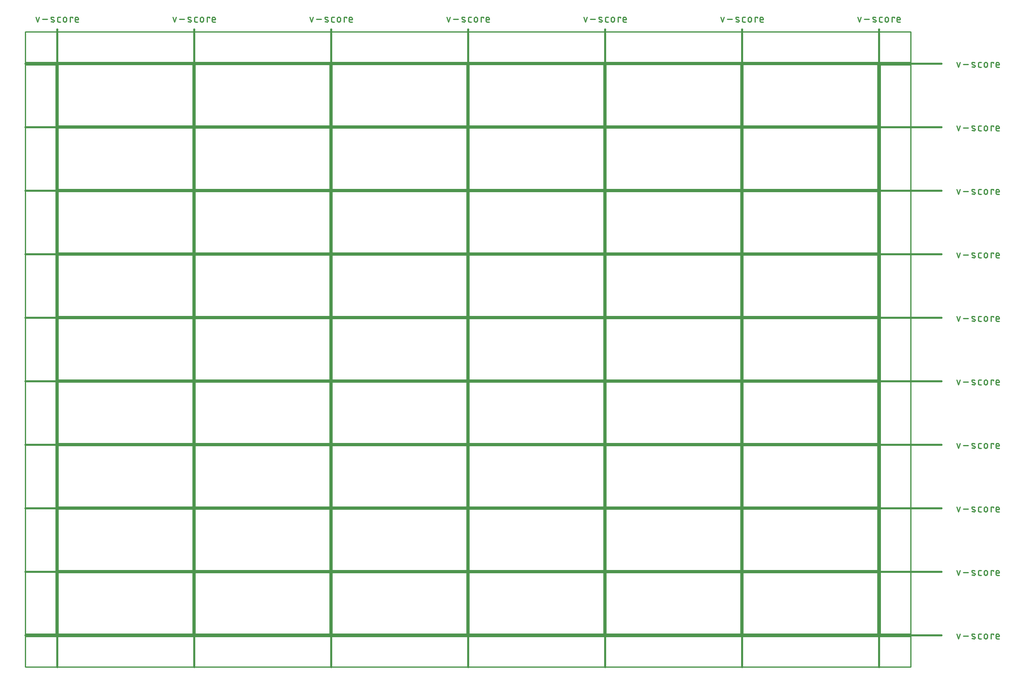
<source format=gko>
G04 EAGLE Gerber RS-274X export*
G75*
%MOMM*%
%FSLAX34Y34*%
%LPD*%
%IN*%
%IPPOS*%
%AMOC8*
5,1,8,0,0,1.08239X$1,22.5*%
G01*
%ADD10C,0.203200*%
%ADD11C,0.381000*%
%ADD12C,0.279400*%
%ADD13C,0.254000*%


D10*
X0Y0D02*
X279400Y0D01*
X279400Y127000D01*
X0Y127000D01*
X0Y0D01*
X284480Y0D02*
X563880Y0D01*
X563880Y127000D01*
X284480Y127000D01*
X284480Y0D01*
X568960Y0D02*
X848360Y0D01*
X848360Y127000D01*
X568960Y127000D01*
X568960Y0D01*
X853440Y0D02*
X1132840Y0D01*
X1132840Y127000D01*
X853440Y127000D01*
X853440Y0D01*
X1137920Y0D02*
X1417320Y0D01*
X1417320Y127000D01*
X1137920Y127000D01*
X1137920Y0D01*
X1422400Y0D02*
X1701800Y0D01*
X1701800Y127000D01*
X1422400Y127000D01*
X1422400Y0D01*
X279400Y132080D02*
X0Y132080D01*
X279400Y132080D02*
X279400Y259080D01*
X0Y259080D01*
X0Y132080D01*
X284480Y132080D02*
X563880Y132080D01*
X563880Y259080D01*
X284480Y259080D01*
X284480Y132080D01*
X568960Y132080D02*
X848360Y132080D01*
X848360Y259080D01*
X568960Y259080D01*
X568960Y132080D01*
X853440Y132080D02*
X1132840Y132080D01*
X1132840Y259080D01*
X853440Y259080D01*
X853440Y132080D01*
X1137920Y132080D02*
X1417320Y132080D01*
X1417320Y259080D01*
X1137920Y259080D01*
X1137920Y132080D01*
X1422400Y132080D02*
X1701800Y132080D01*
X1701800Y259080D01*
X1422400Y259080D01*
X1422400Y132080D01*
X279400Y264160D02*
X0Y264160D01*
X279400Y264160D02*
X279400Y391160D01*
X0Y391160D01*
X0Y264160D01*
X284480Y264160D02*
X563880Y264160D01*
X563880Y391160D01*
X284480Y391160D01*
X284480Y264160D01*
X568960Y264160D02*
X848360Y264160D01*
X848360Y391160D01*
X568960Y391160D01*
X568960Y264160D01*
X853440Y264160D02*
X1132840Y264160D01*
X1132840Y391160D01*
X853440Y391160D01*
X853440Y264160D01*
X1137920Y264160D02*
X1417320Y264160D01*
X1417320Y391160D01*
X1137920Y391160D01*
X1137920Y264160D01*
X1422400Y264160D02*
X1701800Y264160D01*
X1701800Y391160D01*
X1422400Y391160D01*
X1422400Y264160D01*
X279400Y396240D02*
X0Y396240D01*
X279400Y396240D02*
X279400Y523240D01*
X0Y523240D01*
X0Y396240D01*
X284480Y396240D02*
X563880Y396240D01*
X563880Y523240D01*
X284480Y523240D01*
X284480Y396240D01*
X568960Y396240D02*
X848360Y396240D01*
X848360Y523240D01*
X568960Y523240D01*
X568960Y396240D01*
X853440Y396240D02*
X1132840Y396240D01*
X1132840Y523240D01*
X853440Y523240D01*
X853440Y396240D01*
X1137920Y396240D02*
X1417320Y396240D01*
X1417320Y523240D01*
X1137920Y523240D01*
X1137920Y396240D01*
X1422400Y396240D02*
X1701800Y396240D01*
X1701800Y523240D01*
X1422400Y523240D01*
X1422400Y396240D01*
X279400Y528320D02*
X0Y528320D01*
X279400Y528320D02*
X279400Y655320D01*
X0Y655320D01*
X0Y528320D01*
X284480Y528320D02*
X563880Y528320D01*
X563880Y655320D01*
X284480Y655320D01*
X284480Y528320D01*
X568960Y528320D02*
X848360Y528320D01*
X848360Y655320D01*
X568960Y655320D01*
X568960Y528320D01*
X853440Y528320D02*
X1132840Y528320D01*
X1132840Y655320D01*
X853440Y655320D01*
X853440Y528320D01*
X1137920Y528320D02*
X1417320Y528320D01*
X1417320Y655320D01*
X1137920Y655320D01*
X1137920Y528320D01*
X1422400Y528320D02*
X1701800Y528320D01*
X1701800Y655320D01*
X1422400Y655320D01*
X1422400Y528320D01*
X279400Y660400D02*
X0Y660400D01*
X279400Y660400D02*
X279400Y787400D01*
X0Y787400D01*
X0Y660400D01*
X284480Y660400D02*
X563880Y660400D01*
X563880Y787400D01*
X284480Y787400D01*
X284480Y660400D01*
X568960Y660400D02*
X848360Y660400D01*
X848360Y787400D01*
X568960Y787400D01*
X568960Y660400D01*
X853440Y660400D02*
X1132840Y660400D01*
X1132840Y787400D01*
X853440Y787400D01*
X853440Y660400D01*
X1137920Y660400D02*
X1417320Y660400D01*
X1417320Y787400D01*
X1137920Y787400D01*
X1137920Y660400D01*
X1422400Y660400D02*
X1701800Y660400D01*
X1701800Y787400D01*
X1422400Y787400D01*
X1422400Y660400D01*
X279400Y792480D02*
X0Y792480D01*
X279400Y792480D02*
X279400Y919480D01*
X0Y919480D01*
X0Y792480D01*
X284480Y792480D02*
X563880Y792480D01*
X563880Y919480D01*
X284480Y919480D01*
X284480Y792480D01*
X568960Y792480D02*
X848360Y792480D01*
X848360Y919480D01*
X568960Y919480D01*
X568960Y792480D01*
X853440Y792480D02*
X1132840Y792480D01*
X1132840Y919480D01*
X853440Y919480D01*
X853440Y792480D01*
X1137920Y792480D02*
X1417320Y792480D01*
X1417320Y919480D01*
X1137920Y919480D01*
X1137920Y792480D01*
X1422400Y792480D02*
X1701800Y792480D01*
X1701800Y919480D01*
X1422400Y919480D01*
X1422400Y792480D01*
X279400Y924560D02*
X0Y924560D01*
X279400Y924560D02*
X279400Y1051560D01*
X0Y1051560D01*
X0Y924560D01*
X284480Y924560D02*
X563880Y924560D01*
X563880Y1051560D01*
X284480Y1051560D01*
X284480Y924560D01*
X568960Y924560D02*
X848360Y924560D01*
X848360Y1051560D01*
X568960Y1051560D01*
X568960Y924560D01*
X853440Y924560D02*
X1132840Y924560D01*
X1132840Y1051560D01*
X853440Y1051560D01*
X853440Y924560D01*
X1137920Y924560D02*
X1417320Y924560D01*
X1417320Y1051560D01*
X1137920Y1051560D01*
X1137920Y924560D01*
X1422400Y924560D02*
X1701800Y924560D01*
X1701800Y1051560D01*
X1422400Y1051560D01*
X1422400Y924560D01*
X279400Y1056640D02*
X0Y1056640D01*
X279400Y1056640D02*
X279400Y1183640D01*
X0Y1183640D01*
X0Y1056640D01*
X284480Y1056640D02*
X563880Y1056640D01*
X563880Y1183640D01*
X284480Y1183640D01*
X284480Y1056640D01*
X568960Y1056640D02*
X848360Y1056640D01*
X848360Y1183640D01*
X568960Y1183640D01*
X568960Y1056640D01*
X853440Y1056640D02*
X1132840Y1056640D01*
X1132840Y1183640D01*
X853440Y1183640D01*
X853440Y1056640D01*
X1137920Y1056640D02*
X1417320Y1056640D01*
X1417320Y1183640D01*
X1137920Y1183640D01*
X1137920Y1056640D01*
X1422400Y1056640D02*
X1701800Y1056640D01*
X1701800Y1183640D01*
X1422400Y1183640D01*
X1422400Y1056640D01*
D11*
X-2540Y1257300D02*
X-2540Y-68580D01*
D12*
X-42921Y1272667D02*
X-46251Y1282658D01*
X-39590Y1282658D02*
X-42921Y1272667D01*
X-32806Y1278495D02*
X-22815Y1278495D01*
X-14261Y1278495D02*
X-10098Y1276830D01*
X-14261Y1278494D02*
X-14346Y1278530D01*
X-14429Y1278570D01*
X-14510Y1278613D01*
X-14590Y1278660D01*
X-14667Y1278710D01*
X-14743Y1278763D01*
X-14816Y1278819D01*
X-14886Y1278879D01*
X-14954Y1278941D01*
X-15019Y1279006D01*
X-15081Y1279074D01*
X-15141Y1279145D01*
X-15197Y1279218D01*
X-15250Y1279293D01*
X-15300Y1279371D01*
X-15346Y1279450D01*
X-15389Y1279532D01*
X-15429Y1279615D01*
X-15465Y1279700D01*
X-15497Y1279786D01*
X-15526Y1279874D01*
X-15550Y1279963D01*
X-15571Y1280053D01*
X-15588Y1280143D01*
X-15602Y1280234D01*
X-15611Y1280326D01*
X-15616Y1280418D01*
X-15618Y1280510D01*
X-15616Y1280602D01*
X-15609Y1280694D01*
X-15599Y1280786D01*
X-15585Y1280877D01*
X-15567Y1280968D01*
X-15545Y1281057D01*
X-15519Y1281146D01*
X-15489Y1281233D01*
X-15456Y1281319D01*
X-15419Y1281403D01*
X-15379Y1281486D01*
X-15335Y1281567D01*
X-15288Y1281646D01*
X-15237Y1281723D01*
X-15183Y1281798D01*
X-15126Y1281871D01*
X-15066Y1281941D01*
X-15003Y1282008D01*
X-14937Y1282072D01*
X-14869Y1282134D01*
X-14798Y1282193D01*
X-14724Y1282248D01*
X-14648Y1282301D01*
X-14570Y1282350D01*
X-14490Y1282396D01*
X-14409Y1282438D01*
X-14325Y1282477D01*
X-14240Y1282512D01*
X-14153Y1282543D01*
X-14065Y1282571D01*
X-13976Y1282595D01*
X-13886Y1282615D01*
X-13796Y1282632D01*
X-13704Y1282644D01*
X-13612Y1282653D01*
X-13520Y1282657D01*
X-13428Y1282658D01*
X-13201Y1282652D01*
X-12974Y1282641D01*
X-12747Y1282624D01*
X-12521Y1282601D01*
X-12295Y1282574D01*
X-12070Y1282540D01*
X-11846Y1282502D01*
X-11623Y1282458D01*
X-11401Y1282409D01*
X-11180Y1282354D01*
X-10961Y1282294D01*
X-10743Y1282229D01*
X-10527Y1282158D01*
X-10313Y1282083D01*
X-10100Y1282002D01*
X-9890Y1281916D01*
X-9681Y1281825D01*
X-10098Y1276830D02*
X-10013Y1276794D01*
X-9930Y1276754D01*
X-9849Y1276711D01*
X-9769Y1276664D01*
X-9692Y1276614D01*
X-9616Y1276561D01*
X-9543Y1276505D01*
X-9473Y1276445D01*
X-9405Y1276383D01*
X-9340Y1276318D01*
X-9278Y1276250D01*
X-9218Y1276179D01*
X-9162Y1276106D01*
X-9109Y1276031D01*
X-9059Y1275953D01*
X-9013Y1275874D01*
X-8970Y1275792D01*
X-8930Y1275709D01*
X-8894Y1275624D01*
X-8862Y1275538D01*
X-8833Y1275450D01*
X-8809Y1275361D01*
X-8788Y1275271D01*
X-8771Y1275181D01*
X-8757Y1275090D01*
X-8748Y1274998D01*
X-8743Y1274906D01*
X-8741Y1274814D01*
X-8743Y1274722D01*
X-8750Y1274630D01*
X-8760Y1274538D01*
X-8774Y1274447D01*
X-8792Y1274356D01*
X-8814Y1274267D01*
X-8840Y1274178D01*
X-8870Y1274091D01*
X-8903Y1274005D01*
X-8940Y1273921D01*
X-8980Y1273838D01*
X-9024Y1273757D01*
X-9071Y1273678D01*
X-9122Y1273601D01*
X-9176Y1273526D01*
X-9233Y1273453D01*
X-9293Y1273383D01*
X-9356Y1273316D01*
X-9422Y1273252D01*
X-9490Y1273190D01*
X-9561Y1273131D01*
X-9635Y1273076D01*
X-9711Y1273023D01*
X-9789Y1272974D01*
X-9869Y1272928D01*
X-9950Y1272886D01*
X-10034Y1272847D01*
X-10119Y1272812D01*
X-10206Y1272781D01*
X-10294Y1272753D01*
X-10383Y1272729D01*
X-10473Y1272709D01*
X-10563Y1272692D01*
X-10655Y1272680D01*
X-10747Y1272671D01*
X-10839Y1272667D01*
X-10931Y1272666D01*
X-10931Y1272667D02*
X-11265Y1272676D01*
X-11598Y1272693D01*
X-11931Y1272717D01*
X-12264Y1272750D01*
X-12595Y1272790D01*
X-12926Y1272838D01*
X-13255Y1272894D01*
X-13583Y1272957D01*
X-13909Y1273029D01*
X-14233Y1273108D01*
X-14556Y1273194D01*
X-14876Y1273289D01*
X-15194Y1273391D01*
X-15510Y1273500D01*
X562Y1272667D02*
X3892Y1272667D01*
X562Y1272667D02*
X464Y1272669D01*
X366Y1272675D01*
X268Y1272684D01*
X171Y1272698D01*
X75Y1272715D01*
X-21Y1272736D01*
X-116Y1272761D01*
X-210Y1272789D01*
X-303Y1272821D01*
X-394Y1272857D01*
X-484Y1272896D01*
X-572Y1272939D01*
X-659Y1272986D01*
X-743Y1273035D01*
X-826Y1273088D01*
X-906Y1273144D01*
X-985Y1273203D01*
X-1060Y1273266D01*
X-1134Y1273331D01*
X-1204Y1273399D01*
X-1272Y1273469D01*
X-1338Y1273543D01*
X-1400Y1273619D01*
X-1459Y1273697D01*
X-1515Y1273777D01*
X-1568Y1273860D01*
X-1618Y1273944D01*
X-1664Y1274031D01*
X-1707Y1274119D01*
X-1746Y1274209D01*
X-1782Y1274300D01*
X-1814Y1274393D01*
X-1842Y1274487D01*
X-1867Y1274582D01*
X-1888Y1274678D01*
X-1905Y1274774D01*
X-1919Y1274871D01*
X-1928Y1274969D01*
X-1934Y1275067D01*
X-1936Y1275165D01*
X-1936Y1280160D01*
X-1934Y1280258D01*
X-1928Y1280356D01*
X-1919Y1280454D01*
X-1905Y1280551D01*
X-1888Y1280647D01*
X-1867Y1280743D01*
X-1842Y1280838D01*
X-1814Y1280932D01*
X-1782Y1281025D01*
X-1746Y1281116D01*
X-1707Y1281206D01*
X-1664Y1281294D01*
X-1617Y1281381D01*
X-1568Y1281465D01*
X-1515Y1281548D01*
X-1459Y1281628D01*
X-1400Y1281706D01*
X-1337Y1281782D01*
X-1272Y1281856D01*
X-1204Y1281926D01*
X-1134Y1281994D01*
X-1060Y1282059D01*
X-984Y1282122D01*
X-906Y1282181D01*
X-826Y1282237D01*
X-743Y1282290D01*
X-659Y1282339D01*
X-572Y1282386D01*
X-484Y1282429D01*
X-394Y1282468D01*
X-303Y1282504D01*
X-210Y1282536D01*
X-116Y1282564D01*
X-21Y1282589D01*
X75Y1282610D01*
X171Y1282627D01*
X268Y1282641D01*
X366Y1282650D01*
X464Y1282656D01*
X562Y1282658D01*
X3892Y1282658D01*
X10022Y1279327D02*
X10022Y1275997D01*
X10022Y1279327D02*
X10024Y1279441D01*
X10030Y1279554D01*
X10039Y1279668D01*
X10053Y1279780D01*
X10070Y1279893D01*
X10092Y1280005D01*
X10117Y1280115D01*
X10145Y1280225D01*
X10178Y1280334D01*
X10214Y1280442D01*
X10254Y1280549D01*
X10298Y1280654D01*
X10345Y1280757D01*
X10395Y1280859D01*
X10449Y1280959D01*
X10507Y1281057D01*
X10568Y1281153D01*
X10631Y1281247D01*
X10699Y1281339D01*
X10769Y1281429D01*
X10842Y1281515D01*
X10918Y1281600D01*
X10997Y1281682D01*
X11079Y1281761D01*
X11164Y1281837D01*
X11250Y1281910D01*
X11340Y1281980D01*
X11432Y1282048D01*
X11526Y1282111D01*
X11622Y1282172D01*
X11720Y1282230D01*
X11820Y1282284D01*
X11922Y1282334D01*
X12025Y1282381D01*
X12130Y1282425D01*
X12237Y1282465D01*
X12345Y1282501D01*
X12454Y1282534D01*
X12564Y1282562D01*
X12674Y1282587D01*
X12786Y1282609D01*
X12899Y1282626D01*
X13011Y1282640D01*
X13125Y1282649D01*
X13238Y1282655D01*
X13352Y1282657D01*
X13466Y1282655D01*
X13579Y1282649D01*
X13693Y1282640D01*
X13805Y1282626D01*
X13918Y1282609D01*
X14030Y1282587D01*
X14140Y1282562D01*
X14250Y1282534D01*
X14359Y1282501D01*
X14467Y1282465D01*
X14574Y1282425D01*
X14679Y1282381D01*
X14782Y1282334D01*
X14884Y1282284D01*
X14984Y1282230D01*
X15082Y1282172D01*
X15178Y1282111D01*
X15272Y1282048D01*
X15364Y1281980D01*
X15454Y1281910D01*
X15540Y1281837D01*
X15625Y1281761D01*
X15707Y1281682D01*
X15786Y1281600D01*
X15862Y1281515D01*
X15935Y1281429D01*
X16005Y1281339D01*
X16073Y1281247D01*
X16136Y1281153D01*
X16197Y1281057D01*
X16255Y1280959D01*
X16309Y1280859D01*
X16359Y1280757D01*
X16406Y1280654D01*
X16450Y1280549D01*
X16490Y1280442D01*
X16526Y1280334D01*
X16559Y1280225D01*
X16587Y1280115D01*
X16612Y1280005D01*
X16634Y1279893D01*
X16651Y1279780D01*
X16665Y1279668D01*
X16674Y1279554D01*
X16680Y1279441D01*
X16682Y1279327D01*
X16682Y1275997D01*
X16680Y1275883D01*
X16674Y1275770D01*
X16665Y1275656D01*
X16651Y1275544D01*
X16634Y1275431D01*
X16612Y1275319D01*
X16587Y1275209D01*
X16559Y1275099D01*
X16526Y1274990D01*
X16490Y1274882D01*
X16450Y1274775D01*
X16406Y1274670D01*
X16359Y1274567D01*
X16309Y1274465D01*
X16255Y1274365D01*
X16197Y1274267D01*
X16136Y1274171D01*
X16073Y1274077D01*
X16005Y1273985D01*
X15935Y1273895D01*
X15862Y1273809D01*
X15786Y1273724D01*
X15707Y1273642D01*
X15625Y1273563D01*
X15540Y1273487D01*
X15454Y1273414D01*
X15364Y1273344D01*
X15272Y1273276D01*
X15178Y1273213D01*
X15082Y1273152D01*
X14984Y1273094D01*
X14884Y1273040D01*
X14782Y1272990D01*
X14679Y1272943D01*
X14574Y1272899D01*
X14467Y1272859D01*
X14359Y1272823D01*
X14250Y1272790D01*
X14140Y1272762D01*
X14030Y1272737D01*
X13918Y1272715D01*
X13805Y1272698D01*
X13693Y1272684D01*
X13579Y1272675D01*
X13466Y1272669D01*
X13352Y1272667D01*
X13238Y1272669D01*
X13125Y1272675D01*
X13011Y1272684D01*
X12899Y1272698D01*
X12786Y1272715D01*
X12674Y1272737D01*
X12564Y1272762D01*
X12454Y1272790D01*
X12345Y1272823D01*
X12237Y1272859D01*
X12130Y1272899D01*
X12025Y1272943D01*
X11922Y1272990D01*
X11820Y1273040D01*
X11720Y1273094D01*
X11622Y1273152D01*
X11526Y1273213D01*
X11432Y1273276D01*
X11340Y1273344D01*
X11250Y1273414D01*
X11164Y1273487D01*
X11079Y1273563D01*
X10997Y1273642D01*
X10918Y1273724D01*
X10842Y1273809D01*
X10769Y1273895D01*
X10699Y1273985D01*
X10631Y1274077D01*
X10568Y1274171D01*
X10507Y1274267D01*
X10449Y1274365D01*
X10395Y1274465D01*
X10345Y1274567D01*
X10298Y1274670D01*
X10254Y1274775D01*
X10214Y1274882D01*
X10178Y1274990D01*
X10145Y1275099D01*
X10117Y1275209D01*
X10092Y1275319D01*
X10070Y1275431D01*
X10053Y1275544D01*
X10039Y1275656D01*
X10030Y1275770D01*
X10024Y1275883D01*
X10022Y1275997D01*
X24218Y1272667D02*
X24218Y1282658D01*
X29213Y1282658D01*
X29213Y1280993D01*
X37008Y1272667D02*
X41171Y1272667D01*
X37008Y1272667D02*
X36910Y1272669D01*
X36812Y1272675D01*
X36714Y1272684D01*
X36617Y1272698D01*
X36521Y1272715D01*
X36425Y1272736D01*
X36330Y1272761D01*
X36236Y1272789D01*
X36143Y1272821D01*
X36052Y1272857D01*
X35962Y1272896D01*
X35874Y1272939D01*
X35787Y1272986D01*
X35703Y1273035D01*
X35620Y1273088D01*
X35540Y1273144D01*
X35462Y1273203D01*
X35386Y1273266D01*
X35312Y1273331D01*
X35242Y1273399D01*
X35174Y1273469D01*
X35109Y1273543D01*
X35046Y1273619D01*
X34987Y1273697D01*
X34931Y1273777D01*
X34878Y1273860D01*
X34829Y1273944D01*
X34782Y1274031D01*
X34739Y1274119D01*
X34700Y1274209D01*
X34664Y1274300D01*
X34632Y1274393D01*
X34604Y1274487D01*
X34579Y1274582D01*
X34558Y1274678D01*
X34541Y1274774D01*
X34527Y1274871D01*
X34518Y1274969D01*
X34512Y1275067D01*
X34510Y1275165D01*
X34510Y1279327D01*
X34511Y1279327D02*
X34513Y1279441D01*
X34519Y1279554D01*
X34528Y1279668D01*
X34542Y1279780D01*
X34559Y1279893D01*
X34581Y1280005D01*
X34606Y1280115D01*
X34634Y1280225D01*
X34667Y1280334D01*
X34703Y1280442D01*
X34743Y1280549D01*
X34787Y1280654D01*
X34834Y1280757D01*
X34884Y1280859D01*
X34938Y1280959D01*
X34996Y1281057D01*
X35057Y1281153D01*
X35120Y1281247D01*
X35188Y1281339D01*
X35258Y1281429D01*
X35331Y1281515D01*
X35407Y1281600D01*
X35486Y1281682D01*
X35568Y1281761D01*
X35653Y1281837D01*
X35739Y1281910D01*
X35829Y1281980D01*
X35921Y1282048D01*
X36015Y1282111D01*
X36111Y1282172D01*
X36209Y1282230D01*
X36309Y1282284D01*
X36411Y1282334D01*
X36514Y1282381D01*
X36619Y1282425D01*
X36726Y1282465D01*
X36834Y1282501D01*
X36943Y1282534D01*
X37053Y1282562D01*
X37163Y1282587D01*
X37275Y1282609D01*
X37388Y1282626D01*
X37500Y1282640D01*
X37614Y1282649D01*
X37727Y1282655D01*
X37841Y1282657D01*
X37955Y1282655D01*
X38068Y1282649D01*
X38182Y1282640D01*
X38294Y1282626D01*
X38407Y1282609D01*
X38519Y1282587D01*
X38629Y1282562D01*
X38739Y1282534D01*
X38848Y1282501D01*
X38956Y1282465D01*
X39063Y1282425D01*
X39168Y1282381D01*
X39271Y1282334D01*
X39373Y1282284D01*
X39473Y1282230D01*
X39571Y1282172D01*
X39667Y1282111D01*
X39761Y1282048D01*
X39853Y1281980D01*
X39943Y1281910D01*
X40029Y1281837D01*
X40114Y1281761D01*
X40196Y1281682D01*
X40275Y1281600D01*
X40351Y1281515D01*
X40424Y1281429D01*
X40494Y1281339D01*
X40562Y1281247D01*
X40625Y1281153D01*
X40686Y1281057D01*
X40744Y1280959D01*
X40798Y1280859D01*
X40848Y1280757D01*
X40895Y1280654D01*
X40939Y1280549D01*
X40979Y1280442D01*
X41015Y1280334D01*
X41048Y1280225D01*
X41076Y1280115D01*
X41101Y1280005D01*
X41123Y1279893D01*
X41140Y1279780D01*
X41154Y1279668D01*
X41163Y1279554D01*
X41169Y1279441D01*
X41171Y1279327D01*
X41171Y1277662D01*
X34510Y1277662D01*
D11*
X281940Y1257300D02*
X281940Y-68580D01*
D12*
X241559Y1272667D02*
X238229Y1282658D01*
X244890Y1282658D02*
X241559Y1272667D01*
X251674Y1278495D02*
X261665Y1278495D01*
X270219Y1278495D02*
X274382Y1276830D01*
X270219Y1278494D02*
X270134Y1278530D01*
X270051Y1278570D01*
X269970Y1278613D01*
X269890Y1278660D01*
X269813Y1278710D01*
X269737Y1278763D01*
X269664Y1278819D01*
X269594Y1278879D01*
X269526Y1278941D01*
X269461Y1279006D01*
X269399Y1279074D01*
X269339Y1279145D01*
X269283Y1279218D01*
X269230Y1279293D01*
X269180Y1279371D01*
X269134Y1279450D01*
X269091Y1279532D01*
X269051Y1279615D01*
X269015Y1279700D01*
X268983Y1279786D01*
X268954Y1279874D01*
X268930Y1279963D01*
X268909Y1280053D01*
X268892Y1280143D01*
X268878Y1280234D01*
X268869Y1280326D01*
X268864Y1280418D01*
X268862Y1280510D01*
X268864Y1280602D01*
X268871Y1280694D01*
X268881Y1280786D01*
X268895Y1280877D01*
X268913Y1280968D01*
X268935Y1281057D01*
X268961Y1281146D01*
X268991Y1281233D01*
X269024Y1281319D01*
X269061Y1281403D01*
X269101Y1281486D01*
X269145Y1281567D01*
X269192Y1281646D01*
X269243Y1281723D01*
X269297Y1281798D01*
X269354Y1281871D01*
X269414Y1281941D01*
X269477Y1282008D01*
X269543Y1282072D01*
X269611Y1282134D01*
X269682Y1282193D01*
X269756Y1282248D01*
X269832Y1282301D01*
X269910Y1282350D01*
X269990Y1282396D01*
X270071Y1282438D01*
X270155Y1282477D01*
X270240Y1282512D01*
X270327Y1282543D01*
X270415Y1282571D01*
X270504Y1282595D01*
X270594Y1282615D01*
X270684Y1282632D01*
X270776Y1282644D01*
X270868Y1282653D01*
X270960Y1282657D01*
X271052Y1282658D01*
X271279Y1282652D01*
X271506Y1282641D01*
X271733Y1282624D01*
X271959Y1282601D01*
X272185Y1282574D01*
X272410Y1282540D01*
X272634Y1282502D01*
X272857Y1282458D01*
X273079Y1282409D01*
X273300Y1282354D01*
X273519Y1282294D01*
X273737Y1282229D01*
X273953Y1282158D01*
X274167Y1282083D01*
X274380Y1282002D01*
X274590Y1281916D01*
X274799Y1281825D01*
X274382Y1276830D02*
X274467Y1276794D01*
X274550Y1276754D01*
X274631Y1276711D01*
X274711Y1276664D01*
X274788Y1276614D01*
X274864Y1276561D01*
X274937Y1276505D01*
X275007Y1276445D01*
X275075Y1276383D01*
X275140Y1276318D01*
X275202Y1276250D01*
X275262Y1276179D01*
X275318Y1276106D01*
X275371Y1276031D01*
X275421Y1275953D01*
X275467Y1275874D01*
X275510Y1275792D01*
X275550Y1275709D01*
X275586Y1275624D01*
X275618Y1275538D01*
X275647Y1275450D01*
X275671Y1275361D01*
X275692Y1275271D01*
X275709Y1275181D01*
X275723Y1275090D01*
X275732Y1274998D01*
X275737Y1274906D01*
X275739Y1274814D01*
X275737Y1274722D01*
X275730Y1274630D01*
X275720Y1274538D01*
X275706Y1274447D01*
X275688Y1274356D01*
X275666Y1274267D01*
X275640Y1274178D01*
X275610Y1274091D01*
X275577Y1274005D01*
X275540Y1273921D01*
X275500Y1273838D01*
X275456Y1273757D01*
X275409Y1273678D01*
X275358Y1273601D01*
X275304Y1273526D01*
X275247Y1273453D01*
X275187Y1273383D01*
X275124Y1273316D01*
X275058Y1273252D01*
X274990Y1273190D01*
X274919Y1273131D01*
X274845Y1273076D01*
X274769Y1273023D01*
X274691Y1272974D01*
X274611Y1272928D01*
X274530Y1272886D01*
X274446Y1272847D01*
X274361Y1272812D01*
X274274Y1272781D01*
X274186Y1272753D01*
X274097Y1272729D01*
X274007Y1272709D01*
X273917Y1272692D01*
X273825Y1272680D01*
X273733Y1272671D01*
X273641Y1272667D01*
X273549Y1272666D01*
X273549Y1272667D02*
X273215Y1272676D01*
X272882Y1272693D01*
X272549Y1272717D01*
X272216Y1272750D01*
X271885Y1272790D01*
X271554Y1272838D01*
X271225Y1272894D01*
X270897Y1272957D01*
X270571Y1273029D01*
X270247Y1273108D01*
X269924Y1273194D01*
X269604Y1273289D01*
X269286Y1273391D01*
X268970Y1273500D01*
X285042Y1272667D02*
X288372Y1272667D01*
X285042Y1272667D02*
X284944Y1272669D01*
X284846Y1272675D01*
X284748Y1272684D01*
X284651Y1272698D01*
X284555Y1272715D01*
X284459Y1272736D01*
X284364Y1272761D01*
X284270Y1272789D01*
X284177Y1272821D01*
X284086Y1272857D01*
X283996Y1272896D01*
X283908Y1272939D01*
X283821Y1272986D01*
X283737Y1273035D01*
X283654Y1273088D01*
X283574Y1273144D01*
X283496Y1273203D01*
X283420Y1273266D01*
X283346Y1273331D01*
X283276Y1273399D01*
X283208Y1273469D01*
X283143Y1273543D01*
X283080Y1273619D01*
X283021Y1273697D01*
X282965Y1273777D01*
X282912Y1273860D01*
X282863Y1273944D01*
X282816Y1274031D01*
X282773Y1274119D01*
X282734Y1274209D01*
X282698Y1274300D01*
X282666Y1274393D01*
X282638Y1274487D01*
X282613Y1274582D01*
X282592Y1274678D01*
X282575Y1274774D01*
X282561Y1274871D01*
X282552Y1274969D01*
X282546Y1275067D01*
X282544Y1275165D01*
X282544Y1280160D01*
X282546Y1280258D01*
X282552Y1280356D01*
X282561Y1280454D01*
X282575Y1280551D01*
X282592Y1280647D01*
X282613Y1280743D01*
X282638Y1280838D01*
X282666Y1280932D01*
X282698Y1281025D01*
X282734Y1281116D01*
X282773Y1281206D01*
X282816Y1281294D01*
X282863Y1281381D01*
X282912Y1281465D01*
X282965Y1281548D01*
X283021Y1281628D01*
X283080Y1281707D01*
X283143Y1281782D01*
X283208Y1281856D01*
X283276Y1281926D01*
X283346Y1281994D01*
X283420Y1282060D01*
X283496Y1282122D01*
X283574Y1282181D01*
X283654Y1282237D01*
X283737Y1282290D01*
X283821Y1282340D01*
X283908Y1282386D01*
X283996Y1282429D01*
X284086Y1282468D01*
X284177Y1282504D01*
X284270Y1282536D01*
X284364Y1282564D01*
X284459Y1282589D01*
X284555Y1282610D01*
X284651Y1282627D01*
X284748Y1282641D01*
X284846Y1282650D01*
X284944Y1282656D01*
X285042Y1282658D01*
X288372Y1282658D01*
X294502Y1279327D02*
X294502Y1275997D01*
X294502Y1279327D02*
X294504Y1279441D01*
X294510Y1279554D01*
X294519Y1279668D01*
X294533Y1279780D01*
X294550Y1279893D01*
X294572Y1280005D01*
X294597Y1280115D01*
X294625Y1280225D01*
X294658Y1280334D01*
X294694Y1280442D01*
X294734Y1280549D01*
X294778Y1280654D01*
X294825Y1280757D01*
X294875Y1280859D01*
X294929Y1280959D01*
X294987Y1281057D01*
X295048Y1281153D01*
X295111Y1281247D01*
X295179Y1281339D01*
X295249Y1281429D01*
X295322Y1281515D01*
X295398Y1281600D01*
X295477Y1281682D01*
X295559Y1281761D01*
X295644Y1281837D01*
X295730Y1281910D01*
X295820Y1281980D01*
X295912Y1282048D01*
X296006Y1282111D01*
X296102Y1282172D01*
X296200Y1282230D01*
X296300Y1282284D01*
X296402Y1282334D01*
X296505Y1282381D01*
X296610Y1282425D01*
X296717Y1282465D01*
X296825Y1282501D01*
X296934Y1282534D01*
X297044Y1282562D01*
X297154Y1282587D01*
X297266Y1282609D01*
X297379Y1282626D01*
X297491Y1282640D01*
X297605Y1282649D01*
X297718Y1282655D01*
X297832Y1282657D01*
X297946Y1282655D01*
X298059Y1282649D01*
X298173Y1282640D01*
X298285Y1282626D01*
X298398Y1282609D01*
X298510Y1282587D01*
X298620Y1282562D01*
X298730Y1282534D01*
X298839Y1282501D01*
X298947Y1282465D01*
X299054Y1282425D01*
X299159Y1282381D01*
X299262Y1282334D01*
X299364Y1282284D01*
X299464Y1282230D01*
X299562Y1282172D01*
X299658Y1282111D01*
X299752Y1282048D01*
X299844Y1281980D01*
X299934Y1281910D01*
X300020Y1281837D01*
X300105Y1281761D01*
X300187Y1281682D01*
X300266Y1281600D01*
X300342Y1281515D01*
X300415Y1281429D01*
X300485Y1281339D01*
X300553Y1281247D01*
X300616Y1281153D01*
X300677Y1281057D01*
X300735Y1280959D01*
X300789Y1280859D01*
X300839Y1280757D01*
X300886Y1280654D01*
X300930Y1280549D01*
X300970Y1280442D01*
X301006Y1280334D01*
X301039Y1280225D01*
X301067Y1280115D01*
X301092Y1280005D01*
X301114Y1279893D01*
X301131Y1279780D01*
X301145Y1279668D01*
X301154Y1279554D01*
X301160Y1279441D01*
X301162Y1279327D01*
X301162Y1275997D01*
X301160Y1275883D01*
X301154Y1275770D01*
X301145Y1275656D01*
X301131Y1275544D01*
X301114Y1275431D01*
X301092Y1275319D01*
X301067Y1275209D01*
X301039Y1275099D01*
X301006Y1274990D01*
X300970Y1274882D01*
X300930Y1274775D01*
X300886Y1274670D01*
X300839Y1274567D01*
X300789Y1274465D01*
X300735Y1274365D01*
X300677Y1274267D01*
X300616Y1274171D01*
X300553Y1274077D01*
X300485Y1273985D01*
X300415Y1273895D01*
X300342Y1273809D01*
X300266Y1273724D01*
X300187Y1273642D01*
X300105Y1273563D01*
X300020Y1273487D01*
X299934Y1273414D01*
X299844Y1273344D01*
X299752Y1273276D01*
X299658Y1273213D01*
X299562Y1273152D01*
X299464Y1273094D01*
X299364Y1273040D01*
X299262Y1272990D01*
X299159Y1272943D01*
X299054Y1272899D01*
X298947Y1272859D01*
X298839Y1272823D01*
X298730Y1272790D01*
X298620Y1272762D01*
X298510Y1272737D01*
X298398Y1272715D01*
X298285Y1272698D01*
X298173Y1272684D01*
X298059Y1272675D01*
X297946Y1272669D01*
X297832Y1272667D01*
X297718Y1272669D01*
X297605Y1272675D01*
X297491Y1272684D01*
X297379Y1272698D01*
X297266Y1272715D01*
X297154Y1272737D01*
X297044Y1272762D01*
X296934Y1272790D01*
X296825Y1272823D01*
X296717Y1272859D01*
X296610Y1272899D01*
X296505Y1272943D01*
X296402Y1272990D01*
X296300Y1273040D01*
X296200Y1273094D01*
X296102Y1273152D01*
X296006Y1273213D01*
X295912Y1273276D01*
X295820Y1273344D01*
X295730Y1273414D01*
X295644Y1273487D01*
X295559Y1273563D01*
X295477Y1273642D01*
X295398Y1273724D01*
X295322Y1273809D01*
X295249Y1273895D01*
X295179Y1273985D01*
X295111Y1274077D01*
X295048Y1274171D01*
X294987Y1274267D01*
X294929Y1274365D01*
X294875Y1274465D01*
X294825Y1274567D01*
X294778Y1274670D01*
X294734Y1274775D01*
X294694Y1274882D01*
X294658Y1274990D01*
X294625Y1275099D01*
X294597Y1275209D01*
X294572Y1275319D01*
X294550Y1275431D01*
X294533Y1275544D01*
X294519Y1275656D01*
X294510Y1275770D01*
X294504Y1275883D01*
X294502Y1275997D01*
X308698Y1272667D02*
X308698Y1282658D01*
X313693Y1282658D01*
X313693Y1280993D01*
X321488Y1272667D02*
X325651Y1272667D01*
X321488Y1272667D02*
X321390Y1272669D01*
X321292Y1272675D01*
X321194Y1272684D01*
X321097Y1272698D01*
X321001Y1272715D01*
X320905Y1272736D01*
X320810Y1272761D01*
X320716Y1272789D01*
X320623Y1272821D01*
X320532Y1272857D01*
X320442Y1272896D01*
X320354Y1272939D01*
X320267Y1272986D01*
X320183Y1273035D01*
X320100Y1273088D01*
X320020Y1273144D01*
X319942Y1273203D01*
X319866Y1273266D01*
X319792Y1273331D01*
X319722Y1273399D01*
X319654Y1273469D01*
X319589Y1273543D01*
X319526Y1273619D01*
X319467Y1273697D01*
X319411Y1273777D01*
X319358Y1273860D01*
X319309Y1273944D01*
X319262Y1274031D01*
X319219Y1274119D01*
X319180Y1274209D01*
X319144Y1274300D01*
X319112Y1274393D01*
X319084Y1274487D01*
X319059Y1274582D01*
X319038Y1274678D01*
X319021Y1274774D01*
X319007Y1274871D01*
X318998Y1274969D01*
X318992Y1275067D01*
X318990Y1275165D01*
X318990Y1279327D01*
X318991Y1279327D02*
X318993Y1279441D01*
X318999Y1279554D01*
X319008Y1279668D01*
X319022Y1279780D01*
X319039Y1279893D01*
X319061Y1280005D01*
X319086Y1280115D01*
X319114Y1280225D01*
X319147Y1280334D01*
X319183Y1280442D01*
X319223Y1280549D01*
X319267Y1280654D01*
X319314Y1280757D01*
X319364Y1280859D01*
X319418Y1280959D01*
X319476Y1281057D01*
X319537Y1281153D01*
X319600Y1281247D01*
X319668Y1281339D01*
X319738Y1281429D01*
X319811Y1281515D01*
X319887Y1281600D01*
X319966Y1281682D01*
X320048Y1281761D01*
X320133Y1281837D01*
X320219Y1281910D01*
X320309Y1281980D01*
X320401Y1282048D01*
X320495Y1282111D01*
X320591Y1282172D01*
X320689Y1282230D01*
X320789Y1282284D01*
X320891Y1282334D01*
X320994Y1282381D01*
X321099Y1282425D01*
X321206Y1282465D01*
X321314Y1282501D01*
X321423Y1282534D01*
X321533Y1282562D01*
X321643Y1282587D01*
X321755Y1282609D01*
X321868Y1282626D01*
X321980Y1282640D01*
X322094Y1282649D01*
X322207Y1282655D01*
X322321Y1282657D01*
X322435Y1282655D01*
X322548Y1282649D01*
X322662Y1282640D01*
X322774Y1282626D01*
X322887Y1282609D01*
X322999Y1282587D01*
X323109Y1282562D01*
X323219Y1282534D01*
X323328Y1282501D01*
X323436Y1282465D01*
X323543Y1282425D01*
X323648Y1282381D01*
X323751Y1282334D01*
X323853Y1282284D01*
X323953Y1282230D01*
X324051Y1282172D01*
X324147Y1282111D01*
X324241Y1282048D01*
X324333Y1281980D01*
X324423Y1281910D01*
X324509Y1281837D01*
X324594Y1281761D01*
X324676Y1281682D01*
X324755Y1281600D01*
X324831Y1281515D01*
X324904Y1281429D01*
X324974Y1281339D01*
X325042Y1281247D01*
X325105Y1281153D01*
X325166Y1281057D01*
X325224Y1280959D01*
X325278Y1280859D01*
X325328Y1280757D01*
X325375Y1280654D01*
X325419Y1280549D01*
X325459Y1280442D01*
X325495Y1280334D01*
X325528Y1280225D01*
X325556Y1280115D01*
X325581Y1280005D01*
X325603Y1279893D01*
X325620Y1279780D01*
X325634Y1279668D01*
X325643Y1279554D01*
X325649Y1279441D01*
X325651Y1279327D01*
X325651Y1277662D01*
X318990Y1277662D01*
D11*
X566420Y1257300D02*
X566420Y-68580D01*
D12*
X526039Y1272667D02*
X522709Y1282658D01*
X529370Y1282658D02*
X526039Y1272667D01*
X536154Y1278495D02*
X546145Y1278495D01*
X554699Y1278495D02*
X558862Y1276830D01*
X554699Y1278494D02*
X554614Y1278530D01*
X554531Y1278570D01*
X554450Y1278613D01*
X554370Y1278660D01*
X554293Y1278710D01*
X554217Y1278763D01*
X554144Y1278819D01*
X554074Y1278879D01*
X554006Y1278941D01*
X553941Y1279006D01*
X553879Y1279074D01*
X553819Y1279145D01*
X553763Y1279218D01*
X553710Y1279293D01*
X553660Y1279371D01*
X553614Y1279450D01*
X553571Y1279532D01*
X553531Y1279615D01*
X553495Y1279700D01*
X553463Y1279786D01*
X553434Y1279874D01*
X553410Y1279963D01*
X553389Y1280053D01*
X553372Y1280143D01*
X553358Y1280234D01*
X553349Y1280326D01*
X553344Y1280418D01*
X553342Y1280510D01*
X553344Y1280602D01*
X553351Y1280694D01*
X553361Y1280786D01*
X553375Y1280877D01*
X553393Y1280968D01*
X553415Y1281057D01*
X553441Y1281146D01*
X553471Y1281233D01*
X553504Y1281319D01*
X553541Y1281403D01*
X553581Y1281486D01*
X553625Y1281567D01*
X553672Y1281646D01*
X553723Y1281723D01*
X553777Y1281798D01*
X553834Y1281871D01*
X553894Y1281941D01*
X553957Y1282008D01*
X554023Y1282072D01*
X554091Y1282134D01*
X554162Y1282193D01*
X554236Y1282248D01*
X554312Y1282301D01*
X554390Y1282350D01*
X554470Y1282396D01*
X554551Y1282438D01*
X554635Y1282477D01*
X554720Y1282512D01*
X554807Y1282543D01*
X554895Y1282571D01*
X554984Y1282595D01*
X555074Y1282615D01*
X555164Y1282632D01*
X555256Y1282644D01*
X555348Y1282653D01*
X555440Y1282657D01*
X555532Y1282658D01*
X555759Y1282652D01*
X555986Y1282641D01*
X556213Y1282624D01*
X556439Y1282601D01*
X556665Y1282574D01*
X556890Y1282540D01*
X557114Y1282502D01*
X557337Y1282458D01*
X557559Y1282409D01*
X557780Y1282354D01*
X557999Y1282294D01*
X558217Y1282229D01*
X558433Y1282158D01*
X558647Y1282083D01*
X558860Y1282002D01*
X559070Y1281916D01*
X559279Y1281825D01*
X558862Y1276830D02*
X558947Y1276794D01*
X559030Y1276754D01*
X559111Y1276711D01*
X559191Y1276664D01*
X559268Y1276614D01*
X559344Y1276561D01*
X559417Y1276505D01*
X559487Y1276445D01*
X559555Y1276383D01*
X559620Y1276318D01*
X559682Y1276250D01*
X559742Y1276179D01*
X559798Y1276106D01*
X559851Y1276031D01*
X559901Y1275953D01*
X559947Y1275874D01*
X559990Y1275792D01*
X560030Y1275709D01*
X560066Y1275624D01*
X560098Y1275538D01*
X560127Y1275450D01*
X560151Y1275361D01*
X560172Y1275271D01*
X560189Y1275181D01*
X560203Y1275090D01*
X560212Y1274998D01*
X560217Y1274906D01*
X560219Y1274814D01*
X560217Y1274722D01*
X560210Y1274630D01*
X560200Y1274538D01*
X560186Y1274447D01*
X560168Y1274356D01*
X560146Y1274267D01*
X560120Y1274178D01*
X560090Y1274091D01*
X560057Y1274005D01*
X560020Y1273921D01*
X559980Y1273838D01*
X559936Y1273757D01*
X559889Y1273678D01*
X559838Y1273601D01*
X559784Y1273526D01*
X559727Y1273453D01*
X559667Y1273383D01*
X559604Y1273316D01*
X559538Y1273252D01*
X559470Y1273190D01*
X559399Y1273131D01*
X559325Y1273076D01*
X559249Y1273023D01*
X559171Y1272974D01*
X559091Y1272928D01*
X559010Y1272886D01*
X558926Y1272847D01*
X558841Y1272812D01*
X558754Y1272781D01*
X558666Y1272753D01*
X558577Y1272729D01*
X558487Y1272709D01*
X558397Y1272692D01*
X558305Y1272680D01*
X558213Y1272671D01*
X558121Y1272667D01*
X558029Y1272666D01*
X558029Y1272667D02*
X557695Y1272676D01*
X557362Y1272693D01*
X557029Y1272717D01*
X556696Y1272750D01*
X556365Y1272790D01*
X556034Y1272838D01*
X555705Y1272894D01*
X555377Y1272957D01*
X555051Y1273029D01*
X554727Y1273108D01*
X554404Y1273194D01*
X554084Y1273289D01*
X553766Y1273391D01*
X553450Y1273500D01*
X569522Y1272667D02*
X572852Y1272667D01*
X569522Y1272667D02*
X569424Y1272669D01*
X569326Y1272675D01*
X569228Y1272684D01*
X569131Y1272698D01*
X569035Y1272715D01*
X568939Y1272736D01*
X568844Y1272761D01*
X568750Y1272789D01*
X568657Y1272821D01*
X568566Y1272857D01*
X568476Y1272896D01*
X568388Y1272939D01*
X568301Y1272986D01*
X568217Y1273035D01*
X568134Y1273088D01*
X568054Y1273144D01*
X567976Y1273203D01*
X567900Y1273266D01*
X567826Y1273331D01*
X567756Y1273399D01*
X567688Y1273469D01*
X567623Y1273543D01*
X567560Y1273619D01*
X567501Y1273697D01*
X567445Y1273777D01*
X567392Y1273860D01*
X567343Y1273944D01*
X567296Y1274031D01*
X567253Y1274119D01*
X567214Y1274209D01*
X567178Y1274300D01*
X567146Y1274393D01*
X567118Y1274487D01*
X567093Y1274582D01*
X567072Y1274678D01*
X567055Y1274774D01*
X567041Y1274871D01*
X567032Y1274969D01*
X567026Y1275067D01*
X567024Y1275165D01*
X567024Y1280160D01*
X567026Y1280258D01*
X567032Y1280356D01*
X567041Y1280454D01*
X567055Y1280551D01*
X567072Y1280647D01*
X567093Y1280743D01*
X567118Y1280838D01*
X567146Y1280932D01*
X567178Y1281025D01*
X567214Y1281116D01*
X567253Y1281206D01*
X567296Y1281294D01*
X567343Y1281381D01*
X567392Y1281465D01*
X567445Y1281548D01*
X567501Y1281628D01*
X567560Y1281707D01*
X567623Y1281782D01*
X567688Y1281856D01*
X567756Y1281926D01*
X567826Y1281994D01*
X567900Y1282060D01*
X567976Y1282122D01*
X568054Y1282181D01*
X568134Y1282237D01*
X568217Y1282290D01*
X568301Y1282340D01*
X568388Y1282386D01*
X568476Y1282429D01*
X568566Y1282468D01*
X568657Y1282504D01*
X568750Y1282536D01*
X568844Y1282564D01*
X568939Y1282589D01*
X569035Y1282610D01*
X569131Y1282627D01*
X569228Y1282641D01*
X569326Y1282650D01*
X569424Y1282656D01*
X569522Y1282658D01*
X572852Y1282658D01*
X578982Y1279327D02*
X578982Y1275997D01*
X578982Y1279327D02*
X578984Y1279441D01*
X578990Y1279554D01*
X578999Y1279668D01*
X579013Y1279780D01*
X579030Y1279893D01*
X579052Y1280005D01*
X579077Y1280115D01*
X579105Y1280225D01*
X579138Y1280334D01*
X579174Y1280442D01*
X579214Y1280549D01*
X579258Y1280654D01*
X579305Y1280757D01*
X579355Y1280859D01*
X579409Y1280959D01*
X579467Y1281057D01*
X579528Y1281153D01*
X579591Y1281247D01*
X579659Y1281339D01*
X579729Y1281429D01*
X579802Y1281515D01*
X579878Y1281600D01*
X579957Y1281682D01*
X580039Y1281761D01*
X580124Y1281837D01*
X580210Y1281910D01*
X580300Y1281980D01*
X580392Y1282048D01*
X580486Y1282111D01*
X580582Y1282172D01*
X580680Y1282230D01*
X580780Y1282284D01*
X580882Y1282334D01*
X580985Y1282381D01*
X581090Y1282425D01*
X581197Y1282465D01*
X581305Y1282501D01*
X581414Y1282534D01*
X581524Y1282562D01*
X581634Y1282587D01*
X581746Y1282609D01*
X581859Y1282626D01*
X581971Y1282640D01*
X582085Y1282649D01*
X582198Y1282655D01*
X582312Y1282657D01*
X582426Y1282655D01*
X582539Y1282649D01*
X582653Y1282640D01*
X582765Y1282626D01*
X582878Y1282609D01*
X582990Y1282587D01*
X583100Y1282562D01*
X583210Y1282534D01*
X583319Y1282501D01*
X583427Y1282465D01*
X583534Y1282425D01*
X583639Y1282381D01*
X583742Y1282334D01*
X583844Y1282284D01*
X583944Y1282230D01*
X584042Y1282172D01*
X584138Y1282111D01*
X584232Y1282048D01*
X584324Y1281980D01*
X584414Y1281910D01*
X584500Y1281837D01*
X584585Y1281761D01*
X584667Y1281682D01*
X584746Y1281600D01*
X584822Y1281515D01*
X584895Y1281429D01*
X584965Y1281339D01*
X585033Y1281247D01*
X585096Y1281153D01*
X585157Y1281057D01*
X585215Y1280959D01*
X585269Y1280859D01*
X585319Y1280757D01*
X585366Y1280654D01*
X585410Y1280549D01*
X585450Y1280442D01*
X585486Y1280334D01*
X585519Y1280225D01*
X585547Y1280115D01*
X585572Y1280005D01*
X585594Y1279893D01*
X585611Y1279780D01*
X585625Y1279668D01*
X585634Y1279554D01*
X585640Y1279441D01*
X585642Y1279327D01*
X585642Y1275997D01*
X585640Y1275883D01*
X585634Y1275770D01*
X585625Y1275656D01*
X585611Y1275544D01*
X585594Y1275431D01*
X585572Y1275319D01*
X585547Y1275209D01*
X585519Y1275099D01*
X585486Y1274990D01*
X585450Y1274882D01*
X585410Y1274775D01*
X585366Y1274670D01*
X585319Y1274567D01*
X585269Y1274465D01*
X585215Y1274365D01*
X585157Y1274267D01*
X585096Y1274171D01*
X585033Y1274077D01*
X584965Y1273985D01*
X584895Y1273895D01*
X584822Y1273809D01*
X584746Y1273724D01*
X584667Y1273642D01*
X584585Y1273563D01*
X584500Y1273487D01*
X584414Y1273414D01*
X584324Y1273344D01*
X584232Y1273276D01*
X584138Y1273213D01*
X584042Y1273152D01*
X583944Y1273094D01*
X583844Y1273040D01*
X583742Y1272990D01*
X583639Y1272943D01*
X583534Y1272899D01*
X583427Y1272859D01*
X583319Y1272823D01*
X583210Y1272790D01*
X583100Y1272762D01*
X582990Y1272737D01*
X582878Y1272715D01*
X582765Y1272698D01*
X582653Y1272684D01*
X582539Y1272675D01*
X582426Y1272669D01*
X582312Y1272667D01*
X582198Y1272669D01*
X582085Y1272675D01*
X581971Y1272684D01*
X581859Y1272698D01*
X581746Y1272715D01*
X581634Y1272737D01*
X581524Y1272762D01*
X581414Y1272790D01*
X581305Y1272823D01*
X581197Y1272859D01*
X581090Y1272899D01*
X580985Y1272943D01*
X580882Y1272990D01*
X580780Y1273040D01*
X580680Y1273094D01*
X580582Y1273152D01*
X580486Y1273213D01*
X580392Y1273276D01*
X580300Y1273344D01*
X580210Y1273414D01*
X580124Y1273487D01*
X580039Y1273563D01*
X579957Y1273642D01*
X579878Y1273724D01*
X579802Y1273809D01*
X579729Y1273895D01*
X579659Y1273985D01*
X579591Y1274077D01*
X579528Y1274171D01*
X579467Y1274267D01*
X579409Y1274365D01*
X579355Y1274465D01*
X579305Y1274567D01*
X579258Y1274670D01*
X579214Y1274775D01*
X579174Y1274882D01*
X579138Y1274990D01*
X579105Y1275099D01*
X579077Y1275209D01*
X579052Y1275319D01*
X579030Y1275431D01*
X579013Y1275544D01*
X578999Y1275656D01*
X578990Y1275770D01*
X578984Y1275883D01*
X578982Y1275997D01*
X593178Y1272667D02*
X593178Y1282658D01*
X598173Y1282658D01*
X598173Y1280993D01*
X605968Y1272667D02*
X610131Y1272667D01*
X605968Y1272667D02*
X605870Y1272669D01*
X605772Y1272675D01*
X605674Y1272684D01*
X605577Y1272698D01*
X605481Y1272715D01*
X605385Y1272736D01*
X605290Y1272761D01*
X605196Y1272789D01*
X605103Y1272821D01*
X605012Y1272857D01*
X604922Y1272896D01*
X604834Y1272939D01*
X604747Y1272986D01*
X604663Y1273035D01*
X604580Y1273088D01*
X604500Y1273144D01*
X604422Y1273203D01*
X604346Y1273266D01*
X604272Y1273331D01*
X604202Y1273399D01*
X604134Y1273469D01*
X604069Y1273543D01*
X604006Y1273619D01*
X603947Y1273697D01*
X603891Y1273777D01*
X603838Y1273860D01*
X603789Y1273944D01*
X603742Y1274031D01*
X603699Y1274119D01*
X603660Y1274209D01*
X603624Y1274300D01*
X603592Y1274393D01*
X603564Y1274487D01*
X603539Y1274582D01*
X603518Y1274678D01*
X603501Y1274774D01*
X603487Y1274871D01*
X603478Y1274969D01*
X603472Y1275067D01*
X603470Y1275165D01*
X603470Y1279327D01*
X603471Y1279327D02*
X603473Y1279441D01*
X603479Y1279554D01*
X603488Y1279668D01*
X603502Y1279780D01*
X603519Y1279893D01*
X603541Y1280005D01*
X603566Y1280115D01*
X603594Y1280225D01*
X603627Y1280334D01*
X603663Y1280442D01*
X603703Y1280549D01*
X603747Y1280654D01*
X603794Y1280757D01*
X603844Y1280859D01*
X603898Y1280959D01*
X603956Y1281057D01*
X604017Y1281153D01*
X604080Y1281247D01*
X604148Y1281339D01*
X604218Y1281429D01*
X604291Y1281515D01*
X604367Y1281600D01*
X604446Y1281682D01*
X604528Y1281761D01*
X604613Y1281837D01*
X604699Y1281910D01*
X604789Y1281980D01*
X604881Y1282048D01*
X604975Y1282111D01*
X605071Y1282172D01*
X605169Y1282230D01*
X605269Y1282284D01*
X605371Y1282334D01*
X605474Y1282381D01*
X605579Y1282425D01*
X605686Y1282465D01*
X605794Y1282501D01*
X605903Y1282534D01*
X606013Y1282562D01*
X606123Y1282587D01*
X606235Y1282609D01*
X606348Y1282626D01*
X606460Y1282640D01*
X606574Y1282649D01*
X606687Y1282655D01*
X606801Y1282657D01*
X606915Y1282655D01*
X607028Y1282649D01*
X607142Y1282640D01*
X607254Y1282626D01*
X607367Y1282609D01*
X607479Y1282587D01*
X607589Y1282562D01*
X607699Y1282534D01*
X607808Y1282501D01*
X607916Y1282465D01*
X608023Y1282425D01*
X608128Y1282381D01*
X608231Y1282334D01*
X608333Y1282284D01*
X608433Y1282230D01*
X608531Y1282172D01*
X608627Y1282111D01*
X608721Y1282048D01*
X608813Y1281980D01*
X608903Y1281910D01*
X608989Y1281837D01*
X609074Y1281761D01*
X609156Y1281682D01*
X609235Y1281600D01*
X609311Y1281515D01*
X609384Y1281429D01*
X609454Y1281339D01*
X609522Y1281247D01*
X609585Y1281153D01*
X609646Y1281057D01*
X609704Y1280959D01*
X609758Y1280859D01*
X609808Y1280757D01*
X609855Y1280654D01*
X609899Y1280549D01*
X609939Y1280442D01*
X609975Y1280334D01*
X610008Y1280225D01*
X610036Y1280115D01*
X610061Y1280005D01*
X610083Y1279893D01*
X610100Y1279780D01*
X610114Y1279668D01*
X610123Y1279554D01*
X610129Y1279441D01*
X610131Y1279327D01*
X610131Y1277662D01*
X603470Y1277662D01*
D11*
X850900Y1257300D02*
X850900Y-68580D01*
D12*
X810519Y1272667D02*
X807189Y1282658D01*
X813850Y1282658D02*
X810519Y1272667D01*
X820634Y1278495D02*
X830625Y1278495D01*
X839179Y1278495D02*
X843342Y1276830D01*
X839179Y1278494D02*
X839094Y1278530D01*
X839011Y1278570D01*
X838930Y1278613D01*
X838850Y1278660D01*
X838773Y1278710D01*
X838697Y1278763D01*
X838624Y1278819D01*
X838554Y1278879D01*
X838486Y1278941D01*
X838421Y1279006D01*
X838359Y1279074D01*
X838299Y1279145D01*
X838243Y1279218D01*
X838190Y1279293D01*
X838140Y1279371D01*
X838094Y1279450D01*
X838051Y1279532D01*
X838011Y1279615D01*
X837975Y1279700D01*
X837943Y1279786D01*
X837914Y1279874D01*
X837890Y1279963D01*
X837869Y1280053D01*
X837852Y1280143D01*
X837838Y1280234D01*
X837829Y1280326D01*
X837824Y1280418D01*
X837822Y1280510D01*
X837824Y1280602D01*
X837831Y1280694D01*
X837841Y1280786D01*
X837855Y1280877D01*
X837873Y1280968D01*
X837895Y1281057D01*
X837921Y1281146D01*
X837951Y1281233D01*
X837984Y1281319D01*
X838021Y1281403D01*
X838061Y1281486D01*
X838105Y1281567D01*
X838152Y1281646D01*
X838203Y1281723D01*
X838257Y1281798D01*
X838314Y1281871D01*
X838374Y1281941D01*
X838437Y1282008D01*
X838503Y1282072D01*
X838571Y1282134D01*
X838642Y1282193D01*
X838716Y1282248D01*
X838792Y1282301D01*
X838870Y1282350D01*
X838950Y1282396D01*
X839031Y1282438D01*
X839115Y1282477D01*
X839200Y1282512D01*
X839287Y1282543D01*
X839375Y1282571D01*
X839464Y1282595D01*
X839554Y1282615D01*
X839644Y1282632D01*
X839736Y1282644D01*
X839828Y1282653D01*
X839920Y1282657D01*
X840012Y1282658D01*
X840239Y1282652D01*
X840466Y1282641D01*
X840693Y1282624D01*
X840919Y1282601D01*
X841145Y1282574D01*
X841370Y1282540D01*
X841594Y1282502D01*
X841817Y1282458D01*
X842039Y1282409D01*
X842260Y1282354D01*
X842479Y1282294D01*
X842697Y1282229D01*
X842913Y1282158D01*
X843127Y1282083D01*
X843340Y1282002D01*
X843550Y1281916D01*
X843759Y1281825D01*
X843342Y1276830D02*
X843427Y1276794D01*
X843510Y1276754D01*
X843591Y1276711D01*
X843671Y1276664D01*
X843748Y1276614D01*
X843824Y1276561D01*
X843897Y1276505D01*
X843967Y1276445D01*
X844035Y1276383D01*
X844100Y1276318D01*
X844162Y1276250D01*
X844222Y1276179D01*
X844278Y1276106D01*
X844331Y1276031D01*
X844381Y1275953D01*
X844427Y1275874D01*
X844470Y1275792D01*
X844510Y1275709D01*
X844546Y1275624D01*
X844578Y1275538D01*
X844607Y1275450D01*
X844631Y1275361D01*
X844652Y1275271D01*
X844669Y1275181D01*
X844683Y1275090D01*
X844692Y1274998D01*
X844697Y1274906D01*
X844699Y1274814D01*
X844697Y1274722D01*
X844690Y1274630D01*
X844680Y1274538D01*
X844666Y1274447D01*
X844648Y1274356D01*
X844626Y1274267D01*
X844600Y1274178D01*
X844570Y1274091D01*
X844537Y1274005D01*
X844500Y1273921D01*
X844460Y1273838D01*
X844416Y1273757D01*
X844369Y1273678D01*
X844318Y1273601D01*
X844264Y1273526D01*
X844207Y1273453D01*
X844147Y1273383D01*
X844084Y1273316D01*
X844018Y1273252D01*
X843950Y1273190D01*
X843879Y1273131D01*
X843805Y1273076D01*
X843729Y1273023D01*
X843651Y1272974D01*
X843571Y1272928D01*
X843490Y1272886D01*
X843406Y1272847D01*
X843321Y1272812D01*
X843234Y1272781D01*
X843146Y1272753D01*
X843057Y1272729D01*
X842967Y1272709D01*
X842877Y1272692D01*
X842785Y1272680D01*
X842693Y1272671D01*
X842601Y1272667D01*
X842509Y1272666D01*
X842509Y1272667D02*
X842175Y1272676D01*
X841842Y1272693D01*
X841509Y1272717D01*
X841176Y1272750D01*
X840845Y1272790D01*
X840514Y1272838D01*
X840185Y1272894D01*
X839857Y1272957D01*
X839531Y1273029D01*
X839207Y1273108D01*
X838884Y1273194D01*
X838564Y1273289D01*
X838246Y1273391D01*
X837930Y1273500D01*
X854002Y1272667D02*
X857332Y1272667D01*
X854002Y1272667D02*
X853904Y1272669D01*
X853806Y1272675D01*
X853708Y1272684D01*
X853611Y1272698D01*
X853515Y1272715D01*
X853419Y1272736D01*
X853324Y1272761D01*
X853230Y1272789D01*
X853137Y1272821D01*
X853046Y1272857D01*
X852956Y1272896D01*
X852868Y1272939D01*
X852781Y1272986D01*
X852697Y1273035D01*
X852614Y1273088D01*
X852534Y1273144D01*
X852456Y1273203D01*
X852380Y1273266D01*
X852306Y1273331D01*
X852236Y1273399D01*
X852168Y1273469D01*
X852103Y1273543D01*
X852040Y1273619D01*
X851981Y1273697D01*
X851925Y1273777D01*
X851872Y1273860D01*
X851823Y1273944D01*
X851776Y1274031D01*
X851733Y1274119D01*
X851694Y1274209D01*
X851658Y1274300D01*
X851626Y1274393D01*
X851598Y1274487D01*
X851573Y1274582D01*
X851552Y1274678D01*
X851535Y1274774D01*
X851521Y1274871D01*
X851512Y1274969D01*
X851506Y1275067D01*
X851504Y1275165D01*
X851504Y1280160D01*
X851506Y1280258D01*
X851512Y1280356D01*
X851521Y1280454D01*
X851535Y1280551D01*
X851552Y1280647D01*
X851573Y1280743D01*
X851598Y1280838D01*
X851626Y1280932D01*
X851658Y1281025D01*
X851694Y1281116D01*
X851733Y1281206D01*
X851776Y1281294D01*
X851823Y1281381D01*
X851872Y1281465D01*
X851925Y1281548D01*
X851981Y1281628D01*
X852040Y1281707D01*
X852103Y1281782D01*
X852168Y1281856D01*
X852236Y1281926D01*
X852306Y1281994D01*
X852380Y1282060D01*
X852456Y1282122D01*
X852534Y1282181D01*
X852614Y1282237D01*
X852697Y1282290D01*
X852781Y1282340D01*
X852868Y1282386D01*
X852956Y1282429D01*
X853046Y1282468D01*
X853137Y1282504D01*
X853230Y1282536D01*
X853324Y1282564D01*
X853419Y1282589D01*
X853515Y1282610D01*
X853611Y1282627D01*
X853708Y1282641D01*
X853806Y1282650D01*
X853904Y1282656D01*
X854002Y1282658D01*
X857332Y1282658D01*
X863462Y1279327D02*
X863462Y1275997D01*
X863462Y1279327D02*
X863464Y1279441D01*
X863470Y1279554D01*
X863479Y1279668D01*
X863493Y1279780D01*
X863510Y1279893D01*
X863532Y1280005D01*
X863557Y1280115D01*
X863585Y1280225D01*
X863618Y1280334D01*
X863654Y1280442D01*
X863694Y1280549D01*
X863738Y1280654D01*
X863785Y1280757D01*
X863835Y1280859D01*
X863889Y1280959D01*
X863947Y1281057D01*
X864008Y1281153D01*
X864071Y1281247D01*
X864139Y1281339D01*
X864209Y1281429D01*
X864282Y1281515D01*
X864358Y1281600D01*
X864437Y1281682D01*
X864519Y1281761D01*
X864604Y1281837D01*
X864690Y1281910D01*
X864780Y1281980D01*
X864872Y1282048D01*
X864966Y1282111D01*
X865062Y1282172D01*
X865160Y1282230D01*
X865260Y1282284D01*
X865362Y1282334D01*
X865465Y1282381D01*
X865570Y1282425D01*
X865677Y1282465D01*
X865785Y1282501D01*
X865894Y1282534D01*
X866004Y1282562D01*
X866114Y1282587D01*
X866226Y1282609D01*
X866339Y1282626D01*
X866451Y1282640D01*
X866565Y1282649D01*
X866678Y1282655D01*
X866792Y1282657D01*
X866906Y1282655D01*
X867019Y1282649D01*
X867133Y1282640D01*
X867245Y1282626D01*
X867358Y1282609D01*
X867470Y1282587D01*
X867580Y1282562D01*
X867690Y1282534D01*
X867799Y1282501D01*
X867907Y1282465D01*
X868014Y1282425D01*
X868119Y1282381D01*
X868222Y1282334D01*
X868324Y1282284D01*
X868424Y1282230D01*
X868522Y1282172D01*
X868618Y1282111D01*
X868712Y1282048D01*
X868804Y1281980D01*
X868894Y1281910D01*
X868980Y1281837D01*
X869065Y1281761D01*
X869147Y1281682D01*
X869226Y1281600D01*
X869302Y1281515D01*
X869375Y1281429D01*
X869445Y1281339D01*
X869513Y1281247D01*
X869576Y1281153D01*
X869637Y1281057D01*
X869695Y1280959D01*
X869749Y1280859D01*
X869799Y1280757D01*
X869846Y1280654D01*
X869890Y1280549D01*
X869930Y1280442D01*
X869966Y1280334D01*
X869999Y1280225D01*
X870027Y1280115D01*
X870052Y1280005D01*
X870074Y1279893D01*
X870091Y1279780D01*
X870105Y1279668D01*
X870114Y1279554D01*
X870120Y1279441D01*
X870122Y1279327D01*
X870122Y1275997D01*
X870120Y1275883D01*
X870114Y1275770D01*
X870105Y1275656D01*
X870091Y1275544D01*
X870074Y1275431D01*
X870052Y1275319D01*
X870027Y1275209D01*
X869999Y1275099D01*
X869966Y1274990D01*
X869930Y1274882D01*
X869890Y1274775D01*
X869846Y1274670D01*
X869799Y1274567D01*
X869749Y1274465D01*
X869695Y1274365D01*
X869637Y1274267D01*
X869576Y1274171D01*
X869513Y1274077D01*
X869445Y1273985D01*
X869375Y1273895D01*
X869302Y1273809D01*
X869226Y1273724D01*
X869147Y1273642D01*
X869065Y1273563D01*
X868980Y1273487D01*
X868894Y1273414D01*
X868804Y1273344D01*
X868712Y1273276D01*
X868618Y1273213D01*
X868522Y1273152D01*
X868424Y1273094D01*
X868324Y1273040D01*
X868222Y1272990D01*
X868119Y1272943D01*
X868014Y1272899D01*
X867907Y1272859D01*
X867799Y1272823D01*
X867690Y1272790D01*
X867580Y1272762D01*
X867470Y1272737D01*
X867358Y1272715D01*
X867245Y1272698D01*
X867133Y1272684D01*
X867019Y1272675D01*
X866906Y1272669D01*
X866792Y1272667D01*
X866678Y1272669D01*
X866565Y1272675D01*
X866451Y1272684D01*
X866339Y1272698D01*
X866226Y1272715D01*
X866114Y1272737D01*
X866004Y1272762D01*
X865894Y1272790D01*
X865785Y1272823D01*
X865677Y1272859D01*
X865570Y1272899D01*
X865465Y1272943D01*
X865362Y1272990D01*
X865260Y1273040D01*
X865160Y1273094D01*
X865062Y1273152D01*
X864966Y1273213D01*
X864872Y1273276D01*
X864780Y1273344D01*
X864690Y1273414D01*
X864604Y1273487D01*
X864519Y1273563D01*
X864437Y1273642D01*
X864358Y1273724D01*
X864282Y1273809D01*
X864209Y1273895D01*
X864139Y1273985D01*
X864071Y1274077D01*
X864008Y1274171D01*
X863947Y1274267D01*
X863889Y1274365D01*
X863835Y1274465D01*
X863785Y1274567D01*
X863738Y1274670D01*
X863694Y1274775D01*
X863654Y1274882D01*
X863618Y1274990D01*
X863585Y1275099D01*
X863557Y1275209D01*
X863532Y1275319D01*
X863510Y1275431D01*
X863493Y1275544D01*
X863479Y1275656D01*
X863470Y1275770D01*
X863464Y1275883D01*
X863462Y1275997D01*
X877658Y1272667D02*
X877658Y1282658D01*
X882653Y1282658D01*
X882653Y1280993D01*
X890448Y1272667D02*
X894611Y1272667D01*
X890448Y1272667D02*
X890350Y1272669D01*
X890252Y1272675D01*
X890154Y1272684D01*
X890057Y1272698D01*
X889961Y1272715D01*
X889865Y1272736D01*
X889770Y1272761D01*
X889676Y1272789D01*
X889583Y1272821D01*
X889492Y1272857D01*
X889402Y1272896D01*
X889314Y1272939D01*
X889227Y1272986D01*
X889143Y1273035D01*
X889060Y1273088D01*
X888980Y1273144D01*
X888902Y1273203D01*
X888826Y1273266D01*
X888752Y1273331D01*
X888682Y1273399D01*
X888614Y1273469D01*
X888549Y1273543D01*
X888486Y1273619D01*
X888427Y1273697D01*
X888371Y1273777D01*
X888318Y1273860D01*
X888269Y1273944D01*
X888222Y1274031D01*
X888179Y1274119D01*
X888140Y1274209D01*
X888104Y1274300D01*
X888072Y1274393D01*
X888044Y1274487D01*
X888019Y1274582D01*
X887998Y1274678D01*
X887981Y1274774D01*
X887967Y1274871D01*
X887958Y1274969D01*
X887952Y1275067D01*
X887950Y1275165D01*
X887950Y1279327D01*
X887951Y1279327D02*
X887953Y1279441D01*
X887959Y1279554D01*
X887968Y1279668D01*
X887982Y1279780D01*
X887999Y1279893D01*
X888021Y1280005D01*
X888046Y1280115D01*
X888074Y1280225D01*
X888107Y1280334D01*
X888143Y1280442D01*
X888183Y1280549D01*
X888227Y1280654D01*
X888274Y1280757D01*
X888324Y1280859D01*
X888378Y1280959D01*
X888436Y1281057D01*
X888497Y1281153D01*
X888560Y1281247D01*
X888628Y1281339D01*
X888698Y1281429D01*
X888771Y1281515D01*
X888847Y1281600D01*
X888926Y1281682D01*
X889008Y1281761D01*
X889093Y1281837D01*
X889179Y1281910D01*
X889269Y1281980D01*
X889361Y1282048D01*
X889455Y1282111D01*
X889551Y1282172D01*
X889649Y1282230D01*
X889749Y1282284D01*
X889851Y1282334D01*
X889954Y1282381D01*
X890059Y1282425D01*
X890166Y1282465D01*
X890274Y1282501D01*
X890383Y1282534D01*
X890493Y1282562D01*
X890603Y1282587D01*
X890715Y1282609D01*
X890828Y1282626D01*
X890940Y1282640D01*
X891054Y1282649D01*
X891167Y1282655D01*
X891281Y1282657D01*
X891395Y1282655D01*
X891508Y1282649D01*
X891622Y1282640D01*
X891734Y1282626D01*
X891847Y1282609D01*
X891959Y1282587D01*
X892069Y1282562D01*
X892179Y1282534D01*
X892288Y1282501D01*
X892396Y1282465D01*
X892503Y1282425D01*
X892608Y1282381D01*
X892711Y1282334D01*
X892813Y1282284D01*
X892913Y1282230D01*
X893011Y1282172D01*
X893107Y1282111D01*
X893201Y1282048D01*
X893293Y1281980D01*
X893383Y1281910D01*
X893469Y1281837D01*
X893554Y1281761D01*
X893636Y1281682D01*
X893715Y1281600D01*
X893791Y1281515D01*
X893864Y1281429D01*
X893934Y1281339D01*
X894002Y1281247D01*
X894065Y1281153D01*
X894126Y1281057D01*
X894184Y1280959D01*
X894238Y1280859D01*
X894288Y1280757D01*
X894335Y1280654D01*
X894379Y1280549D01*
X894419Y1280442D01*
X894455Y1280334D01*
X894488Y1280225D01*
X894516Y1280115D01*
X894541Y1280005D01*
X894563Y1279893D01*
X894580Y1279780D01*
X894594Y1279668D01*
X894603Y1279554D01*
X894609Y1279441D01*
X894611Y1279327D01*
X894611Y1277662D01*
X887950Y1277662D01*
D11*
X1135380Y1257300D02*
X1135380Y-68580D01*
D12*
X1094999Y1272667D02*
X1091669Y1282658D01*
X1098330Y1282658D02*
X1094999Y1272667D01*
X1105114Y1278495D02*
X1115105Y1278495D01*
X1123659Y1278495D02*
X1127822Y1276830D01*
X1123659Y1278494D02*
X1123574Y1278530D01*
X1123491Y1278570D01*
X1123410Y1278613D01*
X1123330Y1278660D01*
X1123253Y1278710D01*
X1123177Y1278763D01*
X1123104Y1278819D01*
X1123034Y1278879D01*
X1122966Y1278941D01*
X1122901Y1279006D01*
X1122839Y1279074D01*
X1122779Y1279145D01*
X1122723Y1279218D01*
X1122670Y1279293D01*
X1122620Y1279371D01*
X1122574Y1279450D01*
X1122531Y1279532D01*
X1122491Y1279615D01*
X1122455Y1279700D01*
X1122423Y1279786D01*
X1122394Y1279874D01*
X1122370Y1279963D01*
X1122349Y1280053D01*
X1122332Y1280143D01*
X1122318Y1280234D01*
X1122309Y1280326D01*
X1122304Y1280418D01*
X1122302Y1280510D01*
X1122304Y1280602D01*
X1122311Y1280694D01*
X1122321Y1280786D01*
X1122335Y1280877D01*
X1122353Y1280968D01*
X1122375Y1281057D01*
X1122401Y1281146D01*
X1122431Y1281233D01*
X1122464Y1281319D01*
X1122501Y1281403D01*
X1122541Y1281486D01*
X1122585Y1281567D01*
X1122632Y1281646D01*
X1122683Y1281723D01*
X1122737Y1281798D01*
X1122794Y1281871D01*
X1122854Y1281941D01*
X1122917Y1282008D01*
X1122983Y1282072D01*
X1123051Y1282134D01*
X1123122Y1282193D01*
X1123196Y1282248D01*
X1123272Y1282301D01*
X1123350Y1282350D01*
X1123430Y1282396D01*
X1123511Y1282438D01*
X1123595Y1282477D01*
X1123680Y1282512D01*
X1123767Y1282543D01*
X1123855Y1282571D01*
X1123944Y1282595D01*
X1124034Y1282615D01*
X1124124Y1282632D01*
X1124216Y1282644D01*
X1124308Y1282653D01*
X1124400Y1282657D01*
X1124492Y1282658D01*
X1124719Y1282652D01*
X1124946Y1282641D01*
X1125173Y1282624D01*
X1125399Y1282601D01*
X1125625Y1282574D01*
X1125850Y1282540D01*
X1126074Y1282502D01*
X1126297Y1282458D01*
X1126519Y1282409D01*
X1126740Y1282354D01*
X1126959Y1282294D01*
X1127177Y1282229D01*
X1127393Y1282158D01*
X1127607Y1282083D01*
X1127820Y1282002D01*
X1128030Y1281916D01*
X1128239Y1281825D01*
X1127822Y1276830D02*
X1127907Y1276794D01*
X1127990Y1276754D01*
X1128071Y1276711D01*
X1128151Y1276664D01*
X1128228Y1276614D01*
X1128304Y1276561D01*
X1128377Y1276505D01*
X1128447Y1276445D01*
X1128515Y1276383D01*
X1128580Y1276318D01*
X1128642Y1276250D01*
X1128702Y1276179D01*
X1128758Y1276106D01*
X1128811Y1276031D01*
X1128861Y1275953D01*
X1128907Y1275874D01*
X1128950Y1275792D01*
X1128990Y1275709D01*
X1129026Y1275624D01*
X1129058Y1275538D01*
X1129087Y1275450D01*
X1129111Y1275361D01*
X1129132Y1275271D01*
X1129149Y1275181D01*
X1129163Y1275090D01*
X1129172Y1274998D01*
X1129177Y1274906D01*
X1129179Y1274814D01*
X1129177Y1274722D01*
X1129170Y1274630D01*
X1129160Y1274538D01*
X1129146Y1274447D01*
X1129128Y1274356D01*
X1129106Y1274267D01*
X1129080Y1274178D01*
X1129050Y1274091D01*
X1129017Y1274005D01*
X1128980Y1273921D01*
X1128940Y1273838D01*
X1128896Y1273757D01*
X1128849Y1273678D01*
X1128798Y1273601D01*
X1128744Y1273526D01*
X1128687Y1273453D01*
X1128627Y1273383D01*
X1128564Y1273316D01*
X1128498Y1273252D01*
X1128430Y1273190D01*
X1128359Y1273131D01*
X1128285Y1273076D01*
X1128209Y1273023D01*
X1128131Y1272974D01*
X1128051Y1272928D01*
X1127970Y1272886D01*
X1127886Y1272847D01*
X1127801Y1272812D01*
X1127714Y1272781D01*
X1127626Y1272753D01*
X1127537Y1272729D01*
X1127447Y1272709D01*
X1127357Y1272692D01*
X1127265Y1272680D01*
X1127173Y1272671D01*
X1127081Y1272667D01*
X1126989Y1272666D01*
X1126989Y1272667D02*
X1126655Y1272676D01*
X1126322Y1272693D01*
X1125989Y1272717D01*
X1125656Y1272750D01*
X1125325Y1272790D01*
X1124994Y1272838D01*
X1124665Y1272894D01*
X1124337Y1272957D01*
X1124011Y1273029D01*
X1123687Y1273108D01*
X1123364Y1273194D01*
X1123044Y1273289D01*
X1122726Y1273391D01*
X1122410Y1273500D01*
X1138482Y1272667D02*
X1141812Y1272667D01*
X1138482Y1272667D02*
X1138384Y1272669D01*
X1138286Y1272675D01*
X1138188Y1272684D01*
X1138091Y1272698D01*
X1137995Y1272715D01*
X1137899Y1272736D01*
X1137804Y1272761D01*
X1137710Y1272789D01*
X1137617Y1272821D01*
X1137526Y1272857D01*
X1137436Y1272896D01*
X1137348Y1272939D01*
X1137261Y1272986D01*
X1137177Y1273035D01*
X1137094Y1273088D01*
X1137014Y1273144D01*
X1136936Y1273203D01*
X1136860Y1273266D01*
X1136786Y1273331D01*
X1136716Y1273399D01*
X1136648Y1273469D01*
X1136583Y1273543D01*
X1136520Y1273619D01*
X1136461Y1273697D01*
X1136405Y1273777D01*
X1136352Y1273860D01*
X1136303Y1273944D01*
X1136256Y1274031D01*
X1136213Y1274119D01*
X1136174Y1274209D01*
X1136138Y1274300D01*
X1136106Y1274393D01*
X1136078Y1274487D01*
X1136053Y1274582D01*
X1136032Y1274678D01*
X1136015Y1274774D01*
X1136001Y1274871D01*
X1135992Y1274969D01*
X1135986Y1275067D01*
X1135984Y1275165D01*
X1135984Y1280160D01*
X1135986Y1280258D01*
X1135992Y1280356D01*
X1136001Y1280454D01*
X1136015Y1280551D01*
X1136032Y1280647D01*
X1136053Y1280743D01*
X1136078Y1280838D01*
X1136106Y1280932D01*
X1136138Y1281025D01*
X1136174Y1281116D01*
X1136213Y1281206D01*
X1136256Y1281294D01*
X1136303Y1281381D01*
X1136352Y1281465D01*
X1136405Y1281548D01*
X1136461Y1281628D01*
X1136520Y1281707D01*
X1136583Y1281782D01*
X1136648Y1281856D01*
X1136716Y1281926D01*
X1136786Y1281994D01*
X1136860Y1282060D01*
X1136936Y1282122D01*
X1137014Y1282181D01*
X1137094Y1282237D01*
X1137177Y1282290D01*
X1137261Y1282340D01*
X1137348Y1282386D01*
X1137436Y1282429D01*
X1137526Y1282468D01*
X1137617Y1282504D01*
X1137710Y1282536D01*
X1137804Y1282564D01*
X1137899Y1282589D01*
X1137995Y1282610D01*
X1138091Y1282627D01*
X1138188Y1282641D01*
X1138286Y1282650D01*
X1138384Y1282656D01*
X1138482Y1282658D01*
X1141812Y1282658D01*
X1147942Y1279327D02*
X1147942Y1275997D01*
X1147942Y1279327D02*
X1147944Y1279441D01*
X1147950Y1279554D01*
X1147959Y1279668D01*
X1147973Y1279780D01*
X1147990Y1279893D01*
X1148012Y1280005D01*
X1148037Y1280115D01*
X1148065Y1280225D01*
X1148098Y1280334D01*
X1148134Y1280442D01*
X1148174Y1280549D01*
X1148218Y1280654D01*
X1148265Y1280757D01*
X1148315Y1280859D01*
X1148369Y1280959D01*
X1148427Y1281057D01*
X1148488Y1281153D01*
X1148551Y1281247D01*
X1148619Y1281339D01*
X1148689Y1281429D01*
X1148762Y1281515D01*
X1148838Y1281600D01*
X1148917Y1281682D01*
X1148999Y1281761D01*
X1149084Y1281837D01*
X1149170Y1281910D01*
X1149260Y1281980D01*
X1149352Y1282048D01*
X1149446Y1282111D01*
X1149542Y1282172D01*
X1149640Y1282230D01*
X1149740Y1282284D01*
X1149842Y1282334D01*
X1149945Y1282381D01*
X1150050Y1282425D01*
X1150157Y1282465D01*
X1150265Y1282501D01*
X1150374Y1282534D01*
X1150484Y1282562D01*
X1150594Y1282587D01*
X1150706Y1282609D01*
X1150819Y1282626D01*
X1150931Y1282640D01*
X1151045Y1282649D01*
X1151158Y1282655D01*
X1151272Y1282657D01*
X1151386Y1282655D01*
X1151499Y1282649D01*
X1151613Y1282640D01*
X1151725Y1282626D01*
X1151838Y1282609D01*
X1151950Y1282587D01*
X1152060Y1282562D01*
X1152170Y1282534D01*
X1152279Y1282501D01*
X1152387Y1282465D01*
X1152494Y1282425D01*
X1152599Y1282381D01*
X1152702Y1282334D01*
X1152804Y1282284D01*
X1152904Y1282230D01*
X1153002Y1282172D01*
X1153098Y1282111D01*
X1153192Y1282048D01*
X1153284Y1281980D01*
X1153374Y1281910D01*
X1153460Y1281837D01*
X1153545Y1281761D01*
X1153627Y1281682D01*
X1153706Y1281600D01*
X1153782Y1281515D01*
X1153855Y1281429D01*
X1153925Y1281339D01*
X1153993Y1281247D01*
X1154056Y1281153D01*
X1154117Y1281057D01*
X1154175Y1280959D01*
X1154229Y1280859D01*
X1154279Y1280757D01*
X1154326Y1280654D01*
X1154370Y1280549D01*
X1154410Y1280442D01*
X1154446Y1280334D01*
X1154479Y1280225D01*
X1154507Y1280115D01*
X1154532Y1280005D01*
X1154554Y1279893D01*
X1154571Y1279780D01*
X1154585Y1279668D01*
X1154594Y1279554D01*
X1154600Y1279441D01*
X1154602Y1279327D01*
X1154602Y1275997D01*
X1154600Y1275883D01*
X1154594Y1275770D01*
X1154585Y1275656D01*
X1154571Y1275544D01*
X1154554Y1275431D01*
X1154532Y1275319D01*
X1154507Y1275209D01*
X1154479Y1275099D01*
X1154446Y1274990D01*
X1154410Y1274882D01*
X1154370Y1274775D01*
X1154326Y1274670D01*
X1154279Y1274567D01*
X1154229Y1274465D01*
X1154175Y1274365D01*
X1154117Y1274267D01*
X1154056Y1274171D01*
X1153993Y1274077D01*
X1153925Y1273985D01*
X1153855Y1273895D01*
X1153782Y1273809D01*
X1153706Y1273724D01*
X1153627Y1273642D01*
X1153545Y1273563D01*
X1153460Y1273487D01*
X1153374Y1273414D01*
X1153284Y1273344D01*
X1153192Y1273276D01*
X1153098Y1273213D01*
X1153002Y1273152D01*
X1152904Y1273094D01*
X1152804Y1273040D01*
X1152702Y1272990D01*
X1152599Y1272943D01*
X1152494Y1272899D01*
X1152387Y1272859D01*
X1152279Y1272823D01*
X1152170Y1272790D01*
X1152060Y1272762D01*
X1151950Y1272737D01*
X1151838Y1272715D01*
X1151725Y1272698D01*
X1151613Y1272684D01*
X1151499Y1272675D01*
X1151386Y1272669D01*
X1151272Y1272667D01*
X1151158Y1272669D01*
X1151045Y1272675D01*
X1150931Y1272684D01*
X1150819Y1272698D01*
X1150706Y1272715D01*
X1150594Y1272737D01*
X1150484Y1272762D01*
X1150374Y1272790D01*
X1150265Y1272823D01*
X1150157Y1272859D01*
X1150050Y1272899D01*
X1149945Y1272943D01*
X1149842Y1272990D01*
X1149740Y1273040D01*
X1149640Y1273094D01*
X1149542Y1273152D01*
X1149446Y1273213D01*
X1149352Y1273276D01*
X1149260Y1273344D01*
X1149170Y1273414D01*
X1149084Y1273487D01*
X1148999Y1273563D01*
X1148917Y1273642D01*
X1148838Y1273724D01*
X1148762Y1273809D01*
X1148689Y1273895D01*
X1148619Y1273985D01*
X1148551Y1274077D01*
X1148488Y1274171D01*
X1148427Y1274267D01*
X1148369Y1274365D01*
X1148315Y1274465D01*
X1148265Y1274567D01*
X1148218Y1274670D01*
X1148174Y1274775D01*
X1148134Y1274882D01*
X1148098Y1274990D01*
X1148065Y1275099D01*
X1148037Y1275209D01*
X1148012Y1275319D01*
X1147990Y1275431D01*
X1147973Y1275544D01*
X1147959Y1275656D01*
X1147950Y1275770D01*
X1147944Y1275883D01*
X1147942Y1275997D01*
X1162138Y1272667D02*
X1162138Y1282658D01*
X1167133Y1282658D01*
X1167133Y1280993D01*
X1174928Y1272667D02*
X1179091Y1272667D01*
X1174928Y1272667D02*
X1174830Y1272669D01*
X1174732Y1272675D01*
X1174634Y1272684D01*
X1174537Y1272698D01*
X1174441Y1272715D01*
X1174345Y1272736D01*
X1174250Y1272761D01*
X1174156Y1272789D01*
X1174063Y1272821D01*
X1173972Y1272857D01*
X1173882Y1272896D01*
X1173794Y1272939D01*
X1173707Y1272986D01*
X1173623Y1273035D01*
X1173540Y1273088D01*
X1173460Y1273144D01*
X1173382Y1273203D01*
X1173306Y1273266D01*
X1173232Y1273331D01*
X1173162Y1273399D01*
X1173094Y1273469D01*
X1173029Y1273543D01*
X1172966Y1273619D01*
X1172907Y1273697D01*
X1172851Y1273777D01*
X1172798Y1273860D01*
X1172749Y1273944D01*
X1172702Y1274031D01*
X1172659Y1274119D01*
X1172620Y1274209D01*
X1172584Y1274300D01*
X1172552Y1274393D01*
X1172524Y1274487D01*
X1172499Y1274582D01*
X1172478Y1274678D01*
X1172461Y1274774D01*
X1172447Y1274871D01*
X1172438Y1274969D01*
X1172432Y1275067D01*
X1172430Y1275165D01*
X1172430Y1279327D01*
X1172431Y1279327D02*
X1172433Y1279441D01*
X1172439Y1279554D01*
X1172448Y1279668D01*
X1172462Y1279780D01*
X1172479Y1279893D01*
X1172501Y1280005D01*
X1172526Y1280115D01*
X1172554Y1280225D01*
X1172587Y1280334D01*
X1172623Y1280442D01*
X1172663Y1280549D01*
X1172707Y1280654D01*
X1172754Y1280757D01*
X1172804Y1280859D01*
X1172858Y1280959D01*
X1172916Y1281057D01*
X1172977Y1281153D01*
X1173040Y1281247D01*
X1173108Y1281339D01*
X1173178Y1281429D01*
X1173251Y1281515D01*
X1173327Y1281600D01*
X1173406Y1281682D01*
X1173488Y1281761D01*
X1173573Y1281837D01*
X1173659Y1281910D01*
X1173749Y1281980D01*
X1173841Y1282048D01*
X1173935Y1282111D01*
X1174031Y1282172D01*
X1174129Y1282230D01*
X1174229Y1282284D01*
X1174331Y1282334D01*
X1174434Y1282381D01*
X1174539Y1282425D01*
X1174646Y1282465D01*
X1174754Y1282501D01*
X1174863Y1282534D01*
X1174973Y1282562D01*
X1175083Y1282587D01*
X1175195Y1282609D01*
X1175308Y1282626D01*
X1175420Y1282640D01*
X1175534Y1282649D01*
X1175647Y1282655D01*
X1175761Y1282657D01*
X1175875Y1282655D01*
X1175988Y1282649D01*
X1176102Y1282640D01*
X1176214Y1282626D01*
X1176327Y1282609D01*
X1176439Y1282587D01*
X1176549Y1282562D01*
X1176659Y1282534D01*
X1176768Y1282501D01*
X1176876Y1282465D01*
X1176983Y1282425D01*
X1177088Y1282381D01*
X1177191Y1282334D01*
X1177293Y1282284D01*
X1177393Y1282230D01*
X1177491Y1282172D01*
X1177587Y1282111D01*
X1177681Y1282048D01*
X1177773Y1281980D01*
X1177863Y1281910D01*
X1177949Y1281837D01*
X1178034Y1281761D01*
X1178116Y1281682D01*
X1178195Y1281600D01*
X1178271Y1281515D01*
X1178344Y1281429D01*
X1178414Y1281339D01*
X1178482Y1281247D01*
X1178545Y1281153D01*
X1178606Y1281057D01*
X1178664Y1280959D01*
X1178718Y1280859D01*
X1178768Y1280757D01*
X1178815Y1280654D01*
X1178859Y1280549D01*
X1178899Y1280442D01*
X1178935Y1280334D01*
X1178968Y1280225D01*
X1178996Y1280115D01*
X1179021Y1280005D01*
X1179043Y1279893D01*
X1179060Y1279780D01*
X1179074Y1279668D01*
X1179083Y1279554D01*
X1179089Y1279441D01*
X1179091Y1279327D01*
X1179091Y1277662D01*
X1172430Y1277662D01*
D11*
X1419860Y1257300D02*
X1419860Y-68580D01*
D12*
X1379479Y1272667D02*
X1376149Y1282658D01*
X1382810Y1282658D02*
X1379479Y1272667D01*
X1389594Y1278495D02*
X1399585Y1278495D01*
X1408139Y1278495D02*
X1412302Y1276830D01*
X1408139Y1278494D02*
X1408054Y1278530D01*
X1407971Y1278570D01*
X1407890Y1278613D01*
X1407810Y1278660D01*
X1407733Y1278710D01*
X1407657Y1278763D01*
X1407584Y1278819D01*
X1407514Y1278879D01*
X1407446Y1278941D01*
X1407381Y1279006D01*
X1407319Y1279074D01*
X1407259Y1279145D01*
X1407203Y1279218D01*
X1407150Y1279293D01*
X1407100Y1279371D01*
X1407054Y1279450D01*
X1407011Y1279532D01*
X1406971Y1279615D01*
X1406935Y1279700D01*
X1406903Y1279786D01*
X1406874Y1279874D01*
X1406850Y1279963D01*
X1406829Y1280053D01*
X1406812Y1280143D01*
X1406798Y1280234D01*
X1406789Y1280326D01*
X1406784Y1280418D01*
X1406782Y1280510D01*
X1406784Y1280602D01*
X1406791Y1280694D01*
X1406801Y1280786D01*
X1406815Y1280877D01*
X1406833Y1280968D01*
X1406855Y1281057D01*
X1406881Y1281146D01*
X1406911Y1281233D01*
X1406944Y1281319D01*
X1406981Y1281403D01*
X1407021Y1281486D01*
X1407065Y1281567D01*
X1407112Y1281646D01*
X1407163Y1281723D01*
X1407217Y1281798D01*
X1407274Y1281871D01*
X1407334Y1281941D01*
X1407397Y1282008D01*
X1407463Y1282072D01*
X1407531Y1282134D01*
X1407602Y1282193D01*
X1407676Y1282248D01*
X1407752Y1282301D01*
X1407830Y1282350D01*
X1407910Y1282396D01*
X1407991Y1282438D01*
X1408075Y1282477D01*
X1408160Y1282512D01*
X1408247Y1282543D01*
X1408335Y1282571D01*
X1408424Y1282595D01*
X1408514Y1282615D01*
X1408604Y1282632D01*
X1408696Y1282644D01*
X1408788Y1282653D01*
X1408880Y1282657D01*
X1408972Y1282658D01*
X1409199Y1282652D01*
X1409426Y1282641D01*
X1409653Y1282624D01*
X1409879Y1282601D01*
X1410105Y1282574D01*
X1410330Y1282540D01*
X1410554Y1282502D01*
X1410777Y1282458D01*
X1410999Y1282409D01*
X1411220Y1282354D01*
X1411439Y1282294D01*
X1411657Y1282229D01*
X1411873Y1282158D01*
X1412087Y1282083D01*
X1412300Y1282002D01*
X1412510Y1281916D01*
X1412719Y1281825D01*
X1412302Y1276830D02*
X1412387Y1276794D01*
X1412470Y1276754D01*
X1412551Y1276711D01*
X1412631Y1276664D01*
X1412708Y1276614D01*
X1412784Y1276561D01*
X1412857Y1276505D01*
X1412927Y1276445D01*
X1412995Y1276383D01*
X1413060Y1276318D01*
X1413122Y1276250D01*
X1413182Y1276179D01*
X1413238Y1276106D01*
X1413291Y1276031D01*
X1413341Y1275953D01*
X1413387Y1275874D01*
X1413430Y1275792D01*
X1413470Y1275709D01*
X1413506Y1275624D01*
X1413538Y1275538D01*
X1413567Y1275450D01*
X1413591Y1275361D01*
X1413612Y1275271D01*
X1413629Y1275181D01*
X1413643Y1275090D01*
X1413652Y1274998D01*
X1413657Y1274906D01*
X1413659Y1274814D01*
X1413657Y1274722D01*
X1413650Y1274630D01*
X1413640Y1274538D01*
X1413626Y1274447D01*
X1413608Y1274356D01*
X1413586Y1274267D01*
X1413560Y1274178D01*
X1413530Y1274091D01*
X1413497Y1274005D01*
X1413460Y1273921D01*
X1413420Y1273838D01*
X1413376Y1273757D01*
X1413329Y1273678D01*
X1413278Y1273601D01*
X1413224Y1273526D01*
X1413167Y1273453D01*
X1413107Y1273383D01*
X1413044Y1273316D01*
X1412978Y1273252D01*
X1412910Y1273190D01*
X1412839Y1273131D01*
X1412765Y1273076D01*
X1412689Y1273023D01*
X1412611Y1272974D01*
X1412531Y1272928D01*
X1412450Y1272886D01*
X1412366Y1272847D01*
X1412281Y1272812D01*
X1412194Y1272781D01*
X1412106Y1272753D01*
X1412017Y1272729D01*
X1411927Y1272709D01*
X1411837Y1272692D01*
X1411745Y1272680D01*
X1411653Y1272671D01*
X1411561Y1272667D01*
X1411469Y1272666D01*
X1411469Y1272667D02*
X1411135Y1272676D01*
X1410802Y1272693D01*
X1410469Y1272717D01*
X1410136Y1272750D01*
X1409805Y1272790D01*
X1409474Y1272838D01*
X1409145Y1272894D01*
X1408817Y1272957D01*
X1408491Y1273029D01*
X1408167Y1273108D01*
X1407844Y1273194D01*
X1407524Y1273289D01*
X1407206Y1273391D01*
X1406890Y1273500D01*
X1422962Y1272667D02*
X1426292Y1272667D01*
X1422962Y1272667D02*
X1422864Y1272669D01*
X1422766Y1272675D01*
X1422668Y1272684D01*
X1422571Y1272698D01*
X1422475Y1272715D01*
X1422379Y1272736D01*
X1422284Y1272761D01*
X1422190Y1272789D01*
X1422097Y1272821D01*
X1422006Y1272857D01*
X1421916Y1272896D01*
X1421828Y1272939D01*
X1421741Y1272986D01*
X1421657Y1273035D01*
X1421574Y1273088D01*
X1421494Y1273144D01*
X1421416Y1273203D01*
X1421340Y1273266D01*
X1421266Y1273331D01*
X1421196Y1273399D01*
X1421128Y1273469D01*
X1421063Y1273543D01*
X1421000Y1273619D01*
X1420941Y1273697D01*
X1420885Y1273777D01*
X1420832Y1273860D01*
X1420783Y1273944D01*
X1420736Y1274031D01*
X1420693Y1274119D01*
X1420654Y1274209D01*
X1420618Y1274300D01*
X1420586Y1274393D01*
X1420558Y1274487D01*
X1420533Y1274582D01*
X1420512Y1274678D01*
X1420495Y1274774D01*
X1420481Y1274871D01*
X1420472Y1274969D01*
X1420466Y1275067D01*
X1420464Y1275165D01*
X1420464Y1280160D01*
X1420466Y1280258D01*
X1420472Y1280356D01*
X1420481Y1280454D01*
X1420495Y1280551D01*
X1420512Y1280647D01*
X1420533Y1280743D01*
X1420558Y1280838D01*
X1420586Y1280932D01*
X1420618Y1281025D01*
X1420654Y1281116D01*
X1420693Y1281206D01*
X1420736Y1281294D01*
X1420783Y1281381D01*
X1420832Y1281465D01*
X1420885Y1281548D01*
X1420941Y1281628D01*
X1421000Y1281707D01*
X1421063Y1281782D01*
X1421128Y1281856D01*
X1421196Y1281926D01*
X1421266Y1281994D01*
X1421340Y1282060D01*
X1421416Y1282122D01*
X1421494Y1282181D01*
X1421574Y1282237D01*
X1421657Y1282290D01*
X1421741Y1282340D01*
X1421828Y1282386D01*
X1421916Y1282429D01*
X1422006Y1282468D01*
X1422097Y1282504D01*
X1422190Y1282536D01*
X1422284Y1282564D01*
X1422379Y1282589D01*
X1422475Y1282610D01*
X1422571Y1282627D01*
X1422668Y1282641D01*
X1422766Y1282650D01*
X1422864Y1282656D01*
X1422962Y1282658D01*
X1426292Y1282658D01*
X1432422Y1279327D02*
X1432422Y1275997D01*
X1432422Y1279327D02*
X1432424Y1279441D01*
X1432430Y1279554D01*
X1432439Y1279668D01*
X1432453Y1279780D01*
X1432470Y1279893D01*
X1432492Y1280005D01*
X1432517Y1280115D01*
X1432545Y1280225D01*
X1432578Y1280334D01*
X1432614Y1280442D01*
X1432654Y1280549D01*
X1432698Y1280654D01*
X1432745Y1280757D01*
X1432795Y1280859D01*
X1432849Y1280959D01*
X1432907Y1281057D01*
X1432968Y1281153D01*
X1433031Y1281247D01*
X1433099Y1281339D01*
X1433169Y1281429D01*
X1433242Y1281515D01*
X1433318Y1281600D01*
X1433397Y1281682D01*
X1433479Y1281761D01*
X1433564Y1281837D01*
X1433650Y1281910D01*
X1433740Y1281980D01*
X1433832Y1282048D01*
X1433926Y1282111D01*
X1434022Y1282172D01*
X1434120Y1282230D01*
X1434220Y1282284D01*
X1434322Y1282334D01*
X1434425Y1282381D01*
X1434530Y1282425D01*
X1434637Y1282465D01*
X1434745Y1282501D01*
X1434854Y1282534D01*
X1434964Y1282562D01*
X1435074Y1282587D01*
X1435186Y1282609D01*
X1435299Y1282626D01*
X1435411Y1282640D01*
X1435525Y1282649D01*
X1435638Y1282655D01*
X1435752Y1282657D01*
X1435866Y1282655D01*
X1435979Y1282649D01*
X1436093Y1282640D01*
X1436205Y1282626D01*
X1436318Y1282609D01*
X1436430Y1282587D01*
X1436540Y1282562D01*
X1436650Y1282534D01*
X1436759Y1282501D01*
X1436867Y1282465D01*
X1436974Y1282425D01*
X1437079Y1282381D01*
X1437182Y1282334D01*
X1437284Y1282284D01*
X1437384Y1282230D01*
X1437482Y1282172D01*
X1437578Y1282111D01*
X1437672Y1282048D01*
X1437764Y1281980D01*
X1437854Y1281910D01*
X1437940Y1281837D01*
X1438025Y1281761D01*
X1438107Y1281682D01*
X1438186Y1281600D01*
X1438262Y1281515D01*
X1438335Y1281429D01*
X1438405Y1281339D01*
X1438473Y1281247D01*
X1438536Y1281153D01*
X1438597Y1281057D01*
X1438655Y1280959D01*
X1438709Y1280859D01*
X1438759Y1280757D01*
X1438806Y1280654D01*
X1438850Y1280549D01*
X1438890Y1280442D01*
X1438926Y1280334D01*
X1438959Y1280225D01*
X1438987Y1280115D01*
X1439012Y1280005D01*
X1439034Y1279893D01*
X1439051Y1279780D01*
X1439065Y1279668D01*
X1439074Y1279554D01*
X1439080Y1279441D01*
X1439082Y1279327D01*
X1439082Y1275997D01*
X1439080Y1275883D01*
X1439074Y1275770D01*
X1439065Y1275656D01*
X1439051Y1275544D01*
X1439034Y1275431D01*
X1439012Y1275319D01*
X1438987Y1275209D01*
X1438959Y1275099D01*
X1438926Y1274990D01*
X1438890Y1274882D01*
X1438850Y1274775D01*
X1438806Y1274670D01*
X1438759Y1274567D01*
X1438709Y1274465D01*
X1438655Y1274365D01*
X1438597Y1274267D01*
X1438536Y1274171D01*
X1438473Y1274077D01*
X1438405Y1273985D01*
X1438335Y1273895D01*
X1438262Y1273809D01*
X1438186Y1273724D01*
X1438107Y1273642D01*
X1438025Y1273563D01*
X1437940Y1273487D01*
X1437854Y1273414D01*
X1437764Y1273344D01*
X1437672Y1273276D01*
X1437578Y1273213D01*
X1437482Y1273152D01*
X1437384Y1273094D01*
X1437284Y1273040D01*
X1437182Y1272990D01*
X1437079Y1272943D01*
X1436974Y1272899D01*
X1436867Y1272859D01*
X1436759Y1272823D01*
X1436650Y1272790D01*
X1436540Y1272762D01*
X1436430Y1272737D01*
X1436318Y1272715D01*
X1436205Y1272698D01*
X1436093Y1272684D01*
X1435979Y1272675D01*
X1435866Y1272669D01*
X1435752Y1272667D01*
X1435638Y1272669D01*
X1435525Y1272675D01*
X1435411Y1272684D01*
X1435299Y1272698D01*
X1435186Y1272715D01*
X1435074Y1272737D01*
X1434964Y1272762D01*
X1434854Y1272790D01*
X1434745Y1272823D01*
X1434637Y1272859D01*
X1434530Y1272899D01*
X1434425Y1272943D01*
X1434322Y1272990D01*
X1434220Y1273040D01*
X1434120Y1273094D01*
X1434022Y1273152D01*
X1433926Y1273213D01*
X1433832Y1273276D01*
X1433740Y1273344D01*
X1433650Y1273414D01*
X1433564Y1273487D01*
X1433479Y1273563D01*
X1433397Y1273642D01*
X1433318Y1273724D01*
X1433242Y1273809D01*
X1433169Y1273895D01*
X1433099Y1273985D01*
X1433031Y1274077D01*
X1432968Y1274171D01*
X1432907Y1274267D01*
X1432849Y1274365D01*
X1432795Y1274465D01*
X1432745Y1274567D01*
X1432698Y1274670D01*
X1432654Y1274775D01*
X1432614Y1274882D01*
X1432578Y1274990D01*
X1432545Y1275099D01*
X1432517Y1275209D01*
X1432492Y1275319D01*
X1432470Y1275431D01*
X1432453Y1275544D01*
X1432439Y1275656D01*
X1432430Y1275770D01*
X1432424Y1275883D01*
X1432422Y1275997D01*
X1446618Y1272667D02*
X1446618Y1282658D01*
X1451613Y1282658D01*
X1451613Y1280993D01*
X1459408Y1272667D02*
X1463571Y1272667D01*
X1459408Y1272667D02*
X1459310Y1272669D01*
X1459212Y1272675D01*
X1459114Y1272684D01*
X1459017Y1272698D01*
X1458921Y1272715D01*
X1458825Y1272736D01*
X1458730Y1272761D01*
X1458636Y1272789D01*
X1458543Y1272821D01*
X1458452Y1272857D01*
X1458362Y1272896D01*
X1458274Y1272939D01*
X1458187Y1272986D01*
X1458103Y1273035D01*
X1458020Y1273088D01*
X1457940Y1273144D01*
X1457862Y1273203D01*
X1457786Y1273266D01*
X1457712Y1273331D01*
X1457642Y1273399D01*
X1457574Y1273469D01*
X1457509Y1273543D01*
X1457446Y1273619D01*
X1457387Y1273697D01*
X1457331Y1273777D01*
X1457278Y1273860D01*
X1457229Y1273944D01*
X1457182Y1274031D01*
X1457139Y1274119D01*
X1457100Y1274209D01*
X1457064Y1274300D01*
X1457032Y1274393D01*
X1457004Y1274487D01*
X1456979Y1274582D01*
X1456958Y1274678D01*
X1456941Y1274774D01*
X1456927Y1274871D01*
X1456918Y1274969D01*
X1456912Y1275067D01*
X1456910Y1275165D01*
X1456910Y1279327D01*
X1456911Y1279327D02*
X1456913Y1279441D01*
X1456919Y1279554D01*
X1456928Y1279668D01*
X1456942Y1279780D01*
X1456959Y1279893D01*
X1456981Y1280005D01*
X1457006Y1280115D01*
X1457034Y1280225D01*
X1457067Y1280334D01*
X1457103Y1280442D01*
X1457143Y1280549D01*
X1457187Y1280654D01*
X1457234Y1280757D01*
X1457284Y1280859D01*
X1457338Y1280959D01*
X1457396Y1281057D01*
X1457457Y1281153D01*
X1457520Y1281247D01*
X1457588Y1281339D01*
X1457658Y1281429D01*
X1457731Y1281515D01*
X1457807Y1281600D01*
X1457886Y1281682D01*
X1457968Y1281761D01*
X1458053Y1281837D01*
X1458139Y1281910D01*
X1458229Y1281980D01*
X1458321Y1282048D01*
X1458415Y1282111D01*
X1458511Y1282172D01*
X1458609Y1282230D01*
X1458709Y1282284D01*
X1458811Y1282334D01*
X1458914Y1282381D01*
X1459019Y1282425D01*
X1459126Y1282465D01*
X1459234Y1282501D01*
X1459343Y1282534D01*
X1459453Y1282562D01*
X1459563Y1282587D01*
X1459675Y1282609D01*
X1459788Y1282626D01*
X1459900Y1282640D01*
X1460014Y1282649D01*
X1460127Y1282655D01*
X1460241Y1282657D01*
X1460355Y1282655D01*
X1460468Y1282649D01*
X1460582Y1282640D01*
X1460694Y1282626D01*
X1460807Y1282609D01*
X1460919Y1282587D01*
X1461029Y1282562D01*
X1461139Y1282534D01*
X1461248Y1282501D01*
X1461356Y1282465D01*
X1461463Y1282425D01*
X1461568Y1282381D01*
X1461671Y1282334D01*
X1461773Y1282284D01*
X1461873Y1282230D01*
X1461971Y1282172D01*
X1462067Y1282111D01*
X1462161Y1282048D01*
X1462253Y1281980D01*
X1462343Y1281910D01*
X1462429Y1281837D01*
X1462514Y1281761D01*
X1462596Y1281682D01*
X1462675Y1281600D01*
X1462751Y1281515D01*
X1462824Y1281429D01*
X1462894Y1281339D01*
X1462962Y1281247D01*
X1463025Y1281153D01*
X1463086Y1281057D01*
X1463144Y1280959D01*
X1463198Y1280859D01*
X1463248Y1280757D01*
X1463295Y1280654D01*
X1463339Y1280549D01*
X1463379Y1280442D01*
X1463415Y1280334D01*
X1463448Y1280225D01*
X1463476Y1280115D01*
X1463501Y1280005D01*
X1463523Y1279893D01*
X1463540Y1279780D01*
X1463554Y1279668D01*
X1463563Y1279554D01*
X1463569Y1279441D01*
X1463571Y1279327D01*
X1463571Y1277662D01*
X1456910Y1277662D01*
D11*
X1704340Y1257300D02*
X1704340Y-68580D01*
D12*
X1663959Y1272667D02*
X1660629Y1282658D01*
X1667290Y1282658D02*
X1663959Y1272667D01*
X1674074Y1278495D02*
X1684065Y1278495D01*
X1692619Y1278495D02*
X1696782Y1276830D01*
X1692619Y1278494D02*
X1692534Y1278530D01*
X1692451Y1278570D01*
X1692370Y1278613D01*
X1692290Y1278660D01*
X1692213Y1278710D01*
X1692137Y1278763D01*
X1692064Y1278819D01*
X1691994Y1278879D01*
X1691926Y1278941D01*
X1691861Y1279006D01*
X1691799Y1279074D01*
X1691739Y1279145D01*
X1691683Y1279218D01*
X1691630Y1279293D01*
X1691580Y1279371D01*
X1691534Y1279450D01*
X1691491Y1279532D01*
X1691451Y1279615D01*
X1691415Y1279700D01*
X1691383Y1279786D01*
X1691354Y1279874D01*
X1691330Y1279963D01*
X1691309Y1280053D01*
X1691292Y1280143D01*
X1691278Y1280234D01*
X1691269Y1280326D01*
X1691264Y1280418D01*
X1691262Y1280510D01*
X1691264Y1280602D01*
X1691271Y1280694D01*
X1691281Y1280786D01*
X1691295Y1280877D01*
X1691313Y1280968D01*
X1691335Y1281057D01*
X1691361Y1281146D01*
X1691391Y1281233D01*
X1691424Y1281319D01*
X1691461Y1281403D01*
X1691501Y1281486D01*
X1691545Y1281567D01*
X1691592Y1281646D01*
X1691643Y1281723D01*
X1691697Y1281798D01*
X1691754Y1281871D01*
X1691814Y1281941D01*
X1691877Y1282008D01*
X1691943Y1282072D01*
X1692011Y1282134D01*
X1692082Y1282193D01*
X1692156Y1282248D01*
X1692232Y1282301D01*
X1692310Y1282350D01*
X1692390Y1282396D01*
X1692471Y1282438D01*
X1692555Y1282477D01*
X1692640Y1282512D01*
X1692727Y1282543D01*
X1692815Y1282571D01*
X1692904Y1282595D01*
X1692994Y1282615D01*
X1693084Y1282632D01*
X1693176Y1282644D01*
X1693268Y1282653D01*
X1693360Y1282657D01*
X1693452Y1282658D01*
X1693679Y1282652D01*
X1693906Y1282641D01*
X1694133Y1282624D01*
X1694359Y1282601D01*
X1694585Y1282574D01*
X1694810Y1282540D01*
X1695034Y1282502D01*
X1695257Y1282458D01*
X1695479Y1282409D01*
X1695700Y1282354D01*
X1695919Y1282294D01*
X1696137Y1282229D01*
X1696353Y1282158D01*
X1696567Y1282083D01*
X1696780Y1282002D01*
X1696990Y1281916D01*
X1697199Y1281825D01*
X1696782Y1276830D02*
X1696867Y1276794D01*
X1696950Y1276754D01*
X1697031Y1276711D01*
X1697111Y1276664D01*
X1697188Y1276614D01*
X1697264Y1276561D01*
X1697337Y1276505D01*
X1697407Y1276445D01*
X1697475Y1276383D01*
X1697540Y1276318D01*
X1697602Y1276250D01*
X1697662Y1276179D01*
X1697718Y1276106D01*
X1697771Y1276031D01*
X1697821Y1275953D01*
X1697867Y1275874D01*
X1697910Y1275792D01*
X1697950Y1275709D01*
X1697986Y1275624D01*
X1698018Y1275538D01*
X1698047Y1275450D01*
X1698071Y1275361D01*
X1698092Y1275271D01*
X1698109Y1275181D01*
X1698123Y1275090D01*
X1698132Y1274998D01*
X1698137Y1274906D01*
X1698139Y1274814D01*
X1698137Y1274722D01*
X1698130Y1274630D01*
X1698120Y1274538D01*
X1698106Y1274447D01*
X1698088Y1274356D01*
X1698066Y1274267D01*
X1698040Y1274178D01*
X1698010Y1274091D01*
X1697977Y1274005D01*
X1697940Y1273921D01*
X1697900Y1273838D01*
X1697856Y1273757D01*
X1697809Y1273678D01*
X1697758Y1273601D01*
X1697704Y1273526D01*
X1697647Y1273453D01*
X1697587Y1273383D01*
X1697524Y1273316D01*
X1697458Y1273252D01*
X1697390Y1273190D01*
X1697319Y1273131D01*
X1697245Y1273076D01*
X1697169Y1273023D01*
X1697091Y1272974D01*
X1697011Y1272928D01*
X1696930Y1272886D01*
X1696846Y1272847D01*
X1696761Y1272812D01*
X1696674Y1272781D01*
X1696586Y1272753D01*
X1696497Y1272729D01*
X1696407Y1272709D01*
X1696317Y1272692D01*
X1696225Y1272680D01*
X1696133Y1272671D01*
X1696041Y1272667D01*
X1695949Y1272666D01*
X1695949Y1272667D02*
X1695615Y1272676D01*
X1695282Y1272693D01*
X1694949Y1272717D01*
X1694616Y1272750D01*
X1694285Y1272790D01*
X1693954Y1272838D01*
X1693625Y1272894D01*
X1693297Y1272957D01*
X1692971Y1273029D01*
X1692647Y1273108D01*
X1692324Y1273194D01*
X1692004Y1273289D01*
X1691686Y1273391D01*
X1691370Y1273500D01*
X1707442Y1272667D02*
X1710772Y1272667D01*
X1707442Y1272667D02*
X1707344Y1272669D01*
X1707246Y1272675D01*
X1707148Y1272684D01*
X1707051Y1272698D01*
X1706955Y1272715D01*
X1706859Y1272736D01*
X1706764Y1272761D01*
X1706670Y1272789D01*
X1706577Y1272821D01*
X1706486Y1272857D01*
X1706396Y1272896D01*
X1706308Y1272939D01*
X1706221Y1272986D01*
X1706137Y1273035D01*
X1706054Y1273088D01*
X1705974Y1273144D01*
X1705896Y1273203D01*
X1705820Y1273266D01*
X1705746Y1273331D01*
X1705676Y1273399D01*
X1705608Y1273469D01*
X1705543Y1273543D01*
X1705480Y1273619D01*
X1705421Y1273697D01*
X1705365Y1273777D01*
X1705312Y1273860D01*
X1705263Y1273944D01*
X1705216Y1274031D01*
X1705173Y1274119D01*
X1705134Y1274209D01*
X1705098Y1274300D01*
X1705066Y1274393D01*
X1705038Y1274487D01*
X1705013Y1274582D01*
X1704992Y1274678D01*
X1704975Y1274774D01*
X1704961Y1274871D01*
X1704952Y1274969D01*
X1704946Y1275067D01*
X1704944Y1275165D01*
X1704944Y1280160D01*
X1704946Y1280258D01*
X1704952Y1280356D01*
X1704961Y1280454D01*
X1704975Y1280551D01*
X1704992Y1280647D01*
X1705013Y1280743D01*
X1705038Y1280838D01*
X1705066Y1280932D01*
X1705098Y1281025D01*
X1705134Y1281116D01*
X1705173Y1281206D01*
X1705216Y1281294D01*
X1705263Y1281381D01*
X1705312Y1281465D01*
X1705365Y1281548D01*
X1705421Y1281628D01*
X1705480Y1281707D01*
X1705543Y1281782D01*
X1705608Y1281856D01*
X1705676Y1281926D01*
X1705746Y1281994D01*
X1705820Y1282060D01*
X1705896Y1282122D01*
X1705974Y1282181D01*
X1706054Y1282237D01*
X1706137Y1282290D01*
X1706221Y1282340D01*
X1706308Y1282386D01*
X1706396Y1282429D01*
X1706486Y1282468D01*
X1706577Y1282504D01*
X1706670Y1282536D01*
X1706764Y1282564D01*
X1706859Y1282589D01*
X1706955Y1282610D01*
X1707051Y1282627D01*
X1707148Y1282641D01*
X1707246Y1282650D01*
X1707344Y1282656D01*
X1707442Y1282658D01*
X1710772Y1282658D01*
X1716902Y1279327D02*
X1716902Y1275997D01*
X1716902Y1279327D02*
X1716904Y1279441D01*
X1716910Y1279554D01*
X1716919Y1279668D01*
X1716933Y1279780D01*
X1716950Y1279893D01*
X1716972Y1280005D01*
X1716997Y1280115D01*
X1717025Y1280225D01*
X1717058Y1280334D01*
X1717094Y1280442D01*
X1717134Y1280549D01*
X1717178Y1280654D01*
X1717225Y1280757D01*
X1717275Y1280859D01*
X1717329Y1280959D01*
X1717387Y1281057D01*
X1717448Y1281153D01*
X1717511Y1281247D01*
X1717579Y1281339D01*
X1717649Y1281429D01*
X1717722Y1281515D01*
X1717798Y1281600D01*
X1717877Y1281682D01*
X1717959Y1281761D01*
X1718044Y1281837D01*
X1718130Y1281910D01*
X1718220Y1281980D01*
X1718312Y1282048D01*
X1718406Y1282111D01*
X1718502Y1282172D01*
X1718600Y1282230D01*
X1718700Y1282284D01*
X1718802Y1282334D01*
X1718905Y1282381D01*
X1719010Y1282425D01*
X1719117Y1282465D01*
X1719225Y1282501D01*
X1719334Y1282534D01*
X1719444Y1282562D01*
X1719554Y1282587D01*
X1719666Y1282609D01*
X1719779Y1282626D01*
X1719891Y1282640D01*
X1720005Y1282649D01*
X1720118Y1282655D01*
X1720232Y1282657D01*
X1720346Y1282655D01*
X1720459Y1282649D01*
X1720573Y1282640D01*
X1720685Y1282626D01*
X1720798Y1282609D01*
X1720910Y1282587D01*
X1721020Y1282562D01*
X1721130Y1282534D01*
X1721239Y1282501D01*
X1721347Y1282465D01*
X1721454Y1282425D01*
X1721559Y1282381D01*
X1721662Y1282334D01*
X1721764Y1282284D01*
X1721864Y1282230D01*
X1721962Y1282172D01*
X1722058Y1282111D01*
X1722152Y1282048D01*
X1722244Y1281980D01*
X1722334Y1281910D01*
X1722420Y1281837D01*
X1722505Y1281761D01*
X1722587Y1281682D01*
X1722666Y1281600D01*
X1722742Y1281515D01*
X1722815Y1281429D01*
X1722885Y1281339D01*
X1722953Y1281247D01*
X1723016Y1281153D01*
X1723077Y1281057D01*
X1723135Y1280959D01*
X1723189Y1280859D01*
X1723239Y1280757D01*
X1723286Y1280654D01*
X1723330Y1280549D01*
X1723370Y1280442D01*
X1723406Y1280334D01*
X1723439Y1280225D01*
X1723467Y1280115D01*
X1723492Y1280005D01*
X1723514Y1279893D01*
X1723531Y1279780D01*
X1723545Y1279668D01*
X1723554Y1279554D01*
X1723560Y1279441D01*
X1723562Y1279327D01*
X1723562Y1275997D01*
X1723560Y1275883D01*
X1723554Y1275770D01*
X1723545Y1275656D01*
X1723531Y1275544D01*
X1723514Y1275431D01*
X1723492Y1275319D01*
X1723467Y1275209D01*
X1723439Y1275099D01*
X1723406Y1274990D01*
X1723370Y1274882D01*
X1723330Y1274775D01*
X1723286Y1274670D01*
X1723239Y1274567D01*
X1723189Y1274465D01*
X1723135Y1274365D01*
X1723077Y1274267D01*
X1723016Y1274171D01*
X1722953Y1274077D01*
X1722885Y1273985D01*
X1722815Y1273895D01*
X1722742Y1273809D01*
X1722666Y1273724D01*
X1722587Y1273642D01*
X1722505Y1273563D01*
X1722420Y1273487D01*
X1722334Y1273414D01*
X1722244Y1273344D01*
X1722152Y1273276D01*
X1722058Y1273213D01*
X1721962Y1273152D01*
X1721864Y1273094D01*
X1721764Y1273040D01*
X1721662Y1272990D01*
X1721559Y1272943D01*
X1721454Y1272899D01*
X1721347Y1272859D01*
X1721239Y1272823D01*
X1721130Y1272790D01*
X1721020Y1272762D01*
X1720910Y1272737D01*
X1720798Y1272715D01*
X1720685Y1272698D01*
X1720573Y1272684D01*
X1720459Y1272675D01*
X1720346Y1272669D01*
X1720232Y1272667D01*
X1720118Y1272669D01*
X1720005Y1272675D01*
X1719891Y1272684D01*
X1719779Y1272698D01*
X1719666Y1272715D01*
X1719554Y1272737D01*
X1719444Y1272762D01*
X1719334Y1272790D01*
X1719225Y1272823D01*
X1719117Y1272859D01*
X1719010Y1272899D01*
X1718905Y1272943D01*
X1718802Y1272990D01*
X1718700Y1273040D01*
X1718600Y1273094D01*
X1718502Y1273152D01*
X1718406Y1273213D01*
X1718312Y1273276D01*
X1718220Y1273344D01*
X1718130Y1273414D01*
X1718044Y1273487D01*
X1717959Y1273563D01*
X1717877Y1273642D01*
X1717798Y1273724D01*
X1717722Y1273809D01*
X1717649Y1273895D01*
X1717579Y1273985D01*
X1717511Y1274077D01*
X1717448Y1274171D01*
X1717387Y1274267D01*
X1717329Y1274365D01*
X1717275Y1274465D01*
X1717225Y1274567D01*
X1717178Y1274670D01*
X1717134Y1274775D01*
X1717094Y1274882D01*
X1717058Y1274990D01*
X1717025Y1275099D01*
X1716997Y1275209D01*
X1716972Y1275319D01*
X1716950Y1275431D01*
X1716933Y1275544D01*
X1716919Y1275656D01*
X1716910Y1275770D01*
X1716904Y1275883D01*
X1716902Y1275997D01*
X1731098Y1272667D02*
X1731098Y1282658D01*
X1736093Y1282658D01*
X1736093Y1280993D01*
X1743888Y1272667D02*
X1748051Y1272667D01*
X1743888Y1272667D02*
X1743790Y1272669D01*
X1743692Y1272675D01*
X1743594Y1272684D01*
X1743497Y1272698D01*
X1743401Y1272715D01*
X1743305Y1272736D01*
X1743210Y1272761D01*
X1743116Y1272789D01*
X1743023Y1272821D01*
X1742932Y1272857D01*
X1742842Y1272896D01*
X1742754Y1272939D01*
X1742667Y1272986D01*
X1742583Y1273035D01*
X1742500Y1273088D01*
X1742420Y1273144D01*
X1742342Y1273203D01*
X1742266Y1273266D01*
X1742192Y1273331D01*
X1742122Y1273399D01*
X1742054Y1273469D01*
X1741989Y1273543D01*
X1741926Y1273619D01*
X1741867Y1273697D01*
X1741811Y1273777D01*
X1741758Y1273860D01*
X1741709Y1273944D01*
X1741662Y1274031D01*
X1741619Y1274119D01*
X1741580Y1274209D01*
X1741544Y1274300D01*
X1741512Y1274393D01*
X1741484Y1274487D01*
X1741459Y1274582D01*
X1741438Y1274678D01*
X1741421Y1274774D01*
X1741407Y1274871D01*
X1741398Y1274969D01*
X1741392Y1275067D01*
X1741390Y1275165D01*
X1741390Y1279327D01*
X1741391Y1279327D02*
X1741393Y1279441D01*
X1741399Y1279554D01*
X1741408Y1279668D01*
X1741422Y1279780D01*
X1741439Y1279893D01*
X1741461Y1280005D01*
X1741486Y1280115D01*
X1741514Y1280225D01*
X1741547Y1280334D01*
X1741583Y1280442D01*
X1741623Y1280549D01*
X1741667Y1280654D01*
X1741714Y1280757D01*
X1741764Y1280859D01*
X1741818Y1280959D01*
X1741876Y1281057D01*
X1741937Y1281153D01*
X1742000Y1281247D01*
X1742068Y1281339D01*
X1742138Y1281429D01*
X1742211Y1281515D01*
X1742287Y1281600D01*
X1742366Y1281682D01*
X1742448Y1281761D01*
X1742533Y1281837D01*
X1742619Y1281910D01*
X1742709Y1281980D01*
X1742801Y1282048D01*
X1742895Y1282111D01*
X1742991Y1282172D01*
X1743089Y1282230D01*
X1743189Y1282284D01*
X1743291Y1282334D01*
X1743394Y1282381D01*
X1743499Y1282425D01*
X1743606Y1282465D01*
X1743714Y1282501D01*
X1743823Y1282534D01*
X1743933Y1282562D01*
X1744043Y1282587D01*
X1744155Y1282609D01*
X1744268Y1282626D01*
X1744380Y1282640D01*
X1744494Y1282649D01*
X1744607Y1282655D01*
X1744721Y1282657D01*
X1744835Y1282655D01*
X1744948Y1282649D01*
X1745062Y1282640D01*
X1745174Y1282626D01*
X1745287Y1282609D01*
X1745399Y1282587D01*
X1745509Y1282562D01*
X1745619Y1282534D01*
X1745728Y1282501D01*
X1745836Y1282465D01*
X1745943Y1282425D01*
X1746048Y1282381D01*
X1746151Y1282334D01*
X1746253Y1282284D01*
X1746353Y1282230D01*
X1746451Y1282172D01*
X1746547Y1282111D01*
X1746641Y1282048D01*
X1746733Y1281980D01*
X1746823Y1281910D01*
X1746909Y1281837D01*
X1746994Y1281761D01*
X1747076Y1281682D01*
X1747155Y1281600D01*
X1747231Y1281515D01*
X1747304Y1281429D01*
X1747374Y1281339D01*
X1747442Y1281247D01*
X1747505Y1281153D01*
X1747566Y1281057D01*
X1747624Y1280959D01*
X1747678Y1280859D01*
X1747728Y1280757D01*
X1747775Y1280654D01*
X1747819Y1280549D01*
X1747859Y1280442D01*
X1747895Y1280334D01*
X1747928Y1280225D01*
X1747956Y1280115D01*
X1747981Y1280005D01*
X1748003Y1279893D01*
X1748020Y1279780D01*
X1748034Y1279668D01*
X1748043Y1279554D01*
X1748049Y1279441D01*
X1748051Y1279327D01*
X1748051Y1277662D01*
X1741390Y1277662D01*
D11*
X1833880Y-2540D02*
X-68580Y-2540D01*
D12*
X1866369Y-42D02*
X1869699Y-10033D01*
X1873030Y-42D01*
X1879814Y-4205D02*
X1889805Y-4205D01*
X1898359Y-4205D02*
X1902522Y-5870D01*
X1898359Y-4206D02*
X1898274Y-4170D01*
X1898191Y-4130D01*
X1898110Y-4087D01*
X1898030Y-4040D01*
X1897953Y-3990D01*
X1897877Y-3937D01*
X1897804Y-3881D01*
X1897734Y-3821D01*
X1897666Y-3759D01*
X1897601Y-3694D01*
X1897539Y-3626D01*
X1897479Y-3555D01*
X1897423Y-3482D01*
X1897370Y-3407D01*
X1897320Y-3329D01*
X1897274Y-3250D01*
X1897231Y-3168D01*
X1897191Y-3085D01*
X1897155Y-3000D01*
X1897123Y-2914D01*
X1897094Y-2826D01*
X1897070Y-2737D01*
X1897049Y-2647D01*
X1897032Y-2557D01*
X1897018Y-2466D01*
X1897009Y-2374D01*
X1897004Y-2282D01*
X1897002Y-2190D01*
X1897004Y-2098D01*
X1897011Y-2006D01*
X1897021Y-1914D01*
X1897035Y-1823D01*
X1897053Y-1732D01*
X1897075Y-1643D01*
X1897101Y-1554D01*
X1897131Y-1467D01*
X1897164Y-1381D01*
X1897201Y-1297D01*
X1897241Y-1214D01*
X1897285Y-1133D01*
X1897332Y-1054D01*
X1897383Y-977D01*
X1897437Y-902D01*
X1897494Y-829D01*
X1897554Y-759D01*
X1897617Y-692D01*
X1897683Y-628D01*
X1897751Y-566D01*
X1897822Y-507D01*
X1897896Y-452D01*
X1897972Y-399D01*
X1898050Y-350D01*
X1898130Y-304D01*
X1898211Y-262D01*
X1898295Y-223D01*
X1898380Y-188D01*
X1898467Y-157D01*
X1898555Y-129D01*
X1898644Y-105D01*
X1898734Y-85D01*
X1898824Y-68D01*
X1898916Y-56D01*
X1899008Y-47D01*
X1899100Y-43D01*
X1899192Y-42D01*
X1899419Y-48D01*
X1899646Y-59D01*
X1899873Y-76D01*
X1900099Y-99D01*
X1900325Y-126D01*
X1900550Y-160D01*
X1900774Y-198D01*
X1900997Y-242D01*
X1901219Y-291D01*
X1901440Y-346D01*
X1901659Y-406D01*
X1901877Y-471D01*
X1902093Y-542D01*
X1902307Y-617D01*
X1902520Y-698D01*
X1902730Y-784D01*
X1902939Y-875D01*
X1902522Y-5870D02*
X1902607Y-5906D01*
X1902690Y-5946D01*
X1902771Y-5989D01*
X1902851Y-6036D01*
X1902928Y-6086D01*
X1903004Y-6139D01*
X1903077Y-6195D01*
X1903147Y-6255D01*
X1903215Y-6317D01*
X1903280Y-6382D01*
X1903342Y-6450D01*
X1903402Y-6521D01*
X1903458Y-6594D01*
X1903511Y-6669D01*
X1903561Y-6747D01*
X1903607Y-6826D01*
X1903650Y-6908D01*
X1903690Y-6991D01*
X1903726Y-7076D01*
X1903758Y-7162D01*
X1903787Y-7250D01*
X1903811Y-7339D01*
X1903832Y-7429D01*
X1903849Y-7519D01*
X1903863Y-7610D01*
X1903872Y-7702D01*
X1903877Y-7794D01*
X1903879Y-7886D01*
X1903877Y-7978D01*
X1903870Y-8070D01*
X1903860Y-8162D01*
X1903846Y-8253D01*
X1903828Y-8344D01*
X1903806Y-8433D01*
X1903780Y-8522D01*
X1903750Y-8609D01*
X1903717Y-8695D01*
X1903680Y-8779D01*
X1903640Y-8862D01*
X1903596Y-8943D01*
X1903549Y-9022D01*
X1903498Y-9099D01*
X1903444Y-9174D01*
X1903387Y-9247D01*
X1903327Y-9317D01*
X1903264Y-9384D01*
X1903198Y-9448D01*
X1903130Y-9510D01*
X1903059Y-9569D01*
X1902985Y-9624D01*
X1902909Y-9677D01*
X1902831Y-9726D01*
X1902751Y-9772D01*
X1902670Y-9814D01*
X1902586Y-9853D01*
X1902501Y-9888D01*
X1902414Y-9919D01*
X1902326Y-9947D01*
X1902237Y-9971D01*
X1902147Y-9991D01*
X1902057Y-10008D01*
X1901965Y-10020D01*
X1901873Y-10029D01*
X1901781Y-10033D01*
X1901689Y-10034D01*
X1901689Y-10033D02*
X1901355Y-10024D01*
X1901022Y-10007D01*
X1900689Y-9983D01*
X1900356Y-9950D01*
X1900025Y-9910D01*
X1899694Y-9862D01*
X1899365Y-9806D01*
X1899037Y-9743D01*
X1898711Y-9671D01*
X1898387Y-9592D01*
X1898064Y-9506D01*
X1897744Y-9411D01*
X1897426Y-9309D01*
X1897110Y-9200D01*
X1913182Y-10033D02*
X1916512Y-10033D01*
X1913182Y-10033D02*
X1913084Y-10031D01*
X1912986Y-10025D01*
X1912888Y-10016D01*
X1912791Y-10002D01*
X1912695Y-9985D01*
X1912599Y-9964D01*
X1912504Y-9939D01*
X1912410Y-9911D01*
X1912317Y-9879D01*
X1912226Y-9843D01*
X1912136Y-9804D01*
X1912048Y-9761D01*
X1911961Y-9714D01*
X1911877Y-9665D01*
X1911794Y-9612D01*
X1911714Y-9556D01*
X1911636Y-9497D01*
X1911560Y-9435D01*
X1911486Y-9369D01*
X1911416Y-9301D01*
X1911348Y-9231D01*
X1911283Y-9157D01*
X1911220Y-9082D01*
X1911161Y-9003D01*
X1911105Y-8923D01*
X1911052Y-8840D01*
X1911003Y-8756D01*
X1910956Y-8669D01*
X1910913Y-8581D01*
X1910874Y-8491D01*
X1910838Y-8400D01*
X1910806Y-8307D01*
X1910778Y-8213D01*
X1910753Y-8118D01*
X1910732Y-8022D01*
X1910715Y-7926D01*
X1910701Y-7829D01*
X1910692Y-7731D01*
X1910686Y-7633D01*
X1910684Y-7535D01*
X1910684Y-2540D01*
X1910686Y-2442D01*
X1910692Y-2344D01*
X1910701Y-2246D01*
X1910715Y-2149D01*
X1910732Y-2053D01*
X1910753Y-1957D01*
X1910778Y-1862D01*
X1910806Y-1768D01*
X1910838Y-1675D01*
X1910874Y-1584D01*
X1910913Y-1494D01*
X1910956Y-1406D01*
X1911003Y-1319D01*
X1911052Y-1235D01*
X1911105Y-1152D01*
X1911161Y-1072D01*
X1911220Y-994D01*
X1911283Y-918D01*
X1911348Y-844D01*
X1911416Y-774D01*
X1911486Y-706D01*
X1911560Y-641D01*
X1911636Y-578D01*
X1911714Y-519D01*
X1911794Y-463D01*
X1911877Y-410D01*
X1911961Y-361D01*
X1912048Y-314D01*
X1912136Y-271D01*
X1912226Y-232D01*
X1912317Y-196D01*
X1912410Y-164D01*
X1912504Y-136D01*
X1912599Y-111D01*
X1912695Y-90D01*
X1912791Y-73D01*
X1912888Y-59D01*
X1912986Y-50D01*
X1913084Y-44D01*
X1913182Y-42D01*
X1916512Y-42D01*
X1922642Y-3373D02*
X1922642Y-6703D01*
X1922642Y-3373D02*
X1922644Y-3259D01*
X1922650Y-3146D01*
X1922659Y-3032D01*
X1922673Y-2920D01*
X1922690Y-2807D01*
X1922712Y-2695D01*
X1922737Y-2585D01*
X1922765Y-2475D01*
X1922798Y-2366D01*
X1922834Y-2258D01*
X1922874Y-2151D01*
X1922918Y-2046D01*
X1922965Y-1943D01*
X1923015Y-1841D01*
X1923069Y-1741D01*
X1923127Y-1643D01*
X1923188Y-1547D01*
X1923251Y-1453D01*
X1923319Y-1361D01*
X1923389Y-1271D01*
X1923462Y-1185D01*
X1923538Y-1100D01*
X1923617Y-1018D01*
X1923699Y-939D01*
X1923784Y-863D01*
X1923870Y-790D01*
X1923960Y-720D01*
X1924052Y-652D01*
X1924146Y-589D01*
X1924242Y-528D01*
X1924340Y-470D01*
X1924440Y-416D01*
X1924542Y-366D01*
X1924645Y-319D01*
X1924750Y-275D01*
X1924857Y-235D01*
X1924965Y-199D01*
X1925074Y-166D01*
X1925184Y-138D01*
X1925294Y-113D01*
X1925406Y-91D01*
X1925519Y-74D01*
X1925631Y-60D01*
X1925745Y-51D01*
X1925858Y-45D01*
X1925972Y-43D01*
X1926086Y-45D01*
X1926199Y-51D01*
X1926313Y-60D01*
X1926425Y-74D01*
X1926538Y-91D01*
X1926650Y-113D01*
X1926760Y-138D01*
X1926870Y-166D01*
X1926979Y-199D01*
X1927087Y-235D01*
X1927194Y-275D01*
X1927299Y-319D01*
X1927402Y-366D01*
X1927504Y-416D01*
X1927604Y-470D01*
X1927702Y-528D01*
X1927798Y-589D01*
X1927892Y-652D01*
X1927984Y-720D01*
X1928074Y-790D01*
X1928160Y-863D01*
X1928245Y-939D01*
X1928327Y-1018D01*
X1928406Y-1100D01*
X1928482Y-1185D01*
X1928555Y-1271D01*
X1928625Y-1361D01*
X1928693Y-1453D01*
X1928756Y-1547D01*
X1928817Y-1643D01*
X1928875Y-1741D01*
X1928929Y-1841D01*
X1928979Y-1943D01*
X1929026Y-2046D01*
X1929070Y-2151D01*
X1929110Y-2258D01*
X1929146Y-2366D01*
X1929179Y-2475D01*
X1929207Y-2585D01*
X1929232Y-2695D01*
X1929254Y-2807D01*
X1929271Y-2920D01*
X1929285Y-3032D01*
X1929294Y-3146D01*
X1929300Y-3259D01*
X1929302Y-3373D01*
X1929302Y-6703D01*
X1929300Y-6817D01*
X1929294Y-6930D01*
X1929285Y-7044D01*
X1929271Y-7156D01*
X1929254Y-7269D01*
X1929232Y-7381D01*
X1929207Y-7491D01*
X1929179Y-7601D01*
X1929146Y-7710D01*
X1929110Y-7818D01*
X1929070Y-7925D01*
X1929026Y-8030D01*
X1928979Y-8133D01*
X1928929Y-8235D01*
X1928875Y-8335D01*
X1928817Y-8433D01*
X1928756Y-8529D01*
X1928693Y-8623D01*
X1928625Y-8715D01*
X1928555Y-8805D01*
X1928482Y-8891D01*
X1928406Y-8976D01*
X1928327Y-9058D01*
X1928245Y-9137D01*
X1928160Y-9213D01*
X1928074Y-9286D01*
X1927984Y-9356D01*
X1927892Y-9424D01*
X1927798Y-9487D01*
X1927702Y-9548D01*
X1927604Y-9606D01*
X1927504Y-9660D01*
X1927402Y-9710D01*
X1927299Y-9757D01*
X1927194Y-9801D01*
X1927087Y-9841D01*
X1926979Y-9877D01*
X1926870Y-9910D01*
X1926760Y-9938D01*
X1926650Y-9963D01*
X1926538Y-9985D01*
X1926425Y-10002D01*
X1926313Y-10016D01*
X1926199Y-10025D01*
X1926086Y-10031D01*
X1925972Y-10033D01*
X1925858Y-10031D01*
X1925745Y-10025D01*
X1925631Y-10016D01*
X1925519Y-10002D01*
X1925406Y-9985D01*
X1925294Y-9963D01*
X1925184Y-9938D01*
X1925074Y-9910D01*
X1924965Y-9877D01*
X1924857Y-9841D01*
X1924750Y-9801D01*
X1924645Y-9757D01*
X1924542Y-9710D01*
X1924440Y-9660D01*
X1924340Y-9606D01*
X1924242Y-9548D01*
X1924146Y-9487D01*
X1924052Y-9424D01*
X1923960Y-9356D01*
X1923870Y-9286D01*
X1923784Y-9213D01*
X1923699Y-9137D01*
X1923617Y-9058D01*
X1923538Y-8976D01*
X1923462Y-8891D01*
X1923389Y-8805D01*
X1923319Y-8715D01*
X1923251Y-8623D01*
X1923188Y-8529D01*
X1923127Y-8433D01*
X1923069Y-8335D01*
X1923015Y-8235D01*
X1922965Y-8133D01*
X1922918Y-8030D01*
X1922874Y-7925D01*
X1922834Y-7818D01*
X1922798Y-7710D01*
X1922765Y-7601D01*
X1922737Y-7491D01*
X1922712Y-7381D01*
X1922690Y-7269D01*
X1922673Y-7156D01*
X1922659Y-7044D01*
X1922650Y-6930D01*
X1922644Y-6817D01*
X1922642Y-6703D01*
X1936838Y-10033D02*
X1936838Y-42D01*
X1941833Y-42D01*
X1941833Y-1707D01*
X1949628Y-10033D02*
X1953791Y-10033D01*
X1949628Y-10033D02*
X1949530Y-10031D01*
X1949432Y-10025D01*
X1949334Y-10016D01*
X1949237Y-10002D01*
X1949141Y-9985D01*
X1949045Y-9964D01*
X1948950Y-9939D01*
X1948856Y-9911D01*
X1948763Y-9879D01*
X1948672Y-9843D01*
X1948582Y-9804D01*
X1948494Y-9761D01*
X1948407Y-9714D01*
X1948323Y-9665D01*
X1948240Y-9612D01*
X1948160Y-9556D01*
X1948082Y-9497D01*
X1948006Y-9435D01*
X1947932Y-9369D01*
X1947862Y-9301D01*
X1947794Y-9231D01*
X1947729Y-9157D01*
X1947666Y-9082D01*
X1947607Y-9003D01*
X1947551Y-8923D01*
X1947498Y-8840D01*
X1947449Y-8756D01*
X1947402Y-8669D01*
X1947359Y-8581D01*
X1947320Y-8491D01*
X1947284Y-8400D01*
X1947252Y-8307D01*
X1947224Y-8213D01*
X1947199Y-8118D01*
X1947178Y-8022D01*
X1947161Y-7926D01*
X1947147Y-7829D01*
X1947138Y-7731D01*
X1947132Y-7633D01*
X1947130Y-7535D01*
X1947130Y-3373D01*
X1947131Y-3373D02*
X1947133Y-3259D01*
X1947139Y-3146D01*
X1947148Y-3032D01*
X1947162Y-2920D01*
X1947179Y-2807D01*
X1947201Y-2695D01*
X1947226Y-2585D01*
X1947254Y-2475D01*
X1947287Y-2366D01*
X1947323Y-2258D01*
X1947363Y-2151D01*
X1947407Y-2046D01*
X1947454Y-1943D01*
X1947504Y-1841D01*
X1947558Y-1741D01*
X1947616Y-1643D01*
X1947677Y-1547D01*
X1947740Y-1453D01*
X1947808Y-1361D01*
X1947878Y-1271D01*
X1947951Y-1185D01*
X1948027Y-1100D01*
X1948106Y-1018D01*
X1948188Y-939D01*
X1948273Y-863D01*
X1948359Y-790D01*
X1948449Y-720D01*
X1948541Y-652D01*
X1948635Y-589D01*
X1948731Y-528D01*
X1948829Y-470D01*
X1948929Y-416D01*
X1949031Y-366D01*
X1949134Y-319D01*
X1949239Y-275D01*
X1949346Y-235D01*
X1949454Y-199D01*
X1949563Y-166D01*
X1949673Y-138D01*
X1949783Y-113D01*
X1949895Y-91D01*
X1950008Y-74D01*
X1950120Y-60D01*
X1950234Y-51D01*
X1950347Y-45D01*
X1950461Y-43D01*
X1950575Y-45D01*
X1950688Y-51D01*
X1950802Y-60D01*
X1950914Y-74D01*
X1951027Y-91D01*
X1951139Y-113D01*
X1951249Y-138D01*
X1951359Y-166D01*
X1951468Y-199D01*
X1951576Y-235D01*
X1951683Y-275D01*
X1951788Y-319D01*
X1951891Y-366D01*
X1951993Y-416D01*
X1952093Y-470D01*
X1952191Y-528D01*
X1952287Y-589D01*
X1952381Y-652D01*
X1952473Y-720D01*
X1952563Y-790D01*
X1952649Y-863D01*
X1952734Y-939D01*
X1952816Y-1018D01*
X1952895Y-1100D01*
X1952971Y-1185D01*
X1953044Y-1271D01*
X1953114Y-1361D01*
X1953182Y-1453D01*
X1953245Y-1547D01*
X1953306Y-1643D01*
X1953364Y-1741D01*
X1953418Y-1841D01*
X1953468Y-1943D01*
X1953515Y-2046D01*
X1953559Y-2151D01*
X1953599Y-2258D01*
X1953635Y-2366D01*
X1953668Y-2475D01*
X1953696Y-2585D01*
X1953721Y-2695D01*
X1953743Y-2807D01*
X1953760Y-2920D01*
X1953774Y-3032D01*
X1953783Y-3146D01*
X1953789Y-3259D01*
X1953791Y-3373D01*
X1953791Y-5038D01*
X1947130Y-5038D01*
D11*
X1833880Y129540D02*
X-68580Y129540D01*
D12*
X1866369Y132038D02*
X1869699Y122047D01*
X1873030Y132038D01*
X1879814Y127875D02*
X1889805Y127875D01*
X1898359Y127875D02*
X1902522Y126210D01*
X1898359Y127874D02*
X1898274Y127910D01*
X1898191Y127950D01*
X1898110Y127993D01*
X1898030Y128040D01*
X1897953Y128090D01*
X1897877Y128143D01*
X1897804Y128199D01*
X1897734Y128259D01*
X1897666Y128321D01*
X1897601Y128386D01*
X1897539Y128454D01*
X1897479Y128525D01*
X1897423Y128598D01*
X1897370Y128673D01*
X1897320Y128751D01*
X1897274Y128830D01*
X1897231Y128912D01*
X1897191Y128995D01*
X1897155Y129080D01*
X1897123Y129166D01*
X1897094Y129254D01*
X1897070Y129343D01*
X1897049Y129433D01*
X1897032Y129523D01*
X1897018Y129614D01*
X1897009Y129706D01*
X1897004Y129798D01*
X1897002Y129890D01*
X1897004Y129982D01*
X1897011Y130074D01*
X1897021Y130166D01*
X1897035Y130257D01*
X1897053Y130348D01*
X1897075Y130437D01*
X1897101Y130526D01*
X1897131Y130613D01*
X1897164Y130699D01*
X1897201Y130783D01*
X1897241Y130866D01*
X1897285Y130947D01*
X1897332Y131026D01*
X1897383Y131103D01*
X1897437Y131178D01*
X1897494Y131251D01*
X1897554Y131321D01*
X1897617Y131388D01*
X1897683Y131452D01*
X1897751Y131514D01*
X1897822Y131573D01*
X1897896Y131628D01*
X1897972Y131681D01*
X1898050Y131730D01*
X1898130Y131776D01*
X1898211Y131818D01*
X1898295Y131857D01*
X1898380Y131892D01*
X1898467Y131923D01*
X1898555Y131951D01*
X1898644Y131975D01*
X1898734Y131995D01*
X1898824Y132012D01*
X1898916Y132024D01*
X1899008Y132033D01*
X1899100Y132037D01*
X1899192Y132038D01*
X1899419Y132032D01*
X1899646Y132021D01*
X1899873Y132004D01*
X1900099Y131981D01*
X1900325Y131954D01*
X1900550Y131920D01*
X1900774Y131882D01*
X1900997Y131838D01*
X1901219Y131789D01*
X1901440Y131734D01*
X1901659Y131674D01*
X1901877Y131609D01*
X1902093Y131538D01*
X1902307Y131463D01*
X1902520Y131382D01*
X1902730Y131296D01*
X1902939Y131205D01*
X1902522Y126210D02*
X1902607Y126174D01*
X1902690Y126134D01*
X1902771Y126091D01*
X1902851Y126044D01*
X1902928Y125994D01*
X1903004Y125941D01*
X1903077Y125885D01*
X1903147Y125825D01*
X1903215Y125763D01*
X1903280Y125698D01*
X1903342Y125630D01*
X1903402Y125559D01*
X1903458Y125486D01*
X1903511Y125411D01*
X1903561Y125333D01*
X1903607Y125254D01*
X1903650Y125172D01*
X1903690Y125089D01*
X1903726Y125004D01*
X1903758Y124918D01*
X1903787Y124830D01*
X1903811Y124741D01*
X1903832Y124651D01*
X1903849Y124561D01*
X1903863Y124470D01*
X1903872Y124378D01*
X1903877Y124286D01*
X1903879Y124194D01*
X1903877Y124102D01*
X1903870Y124010D01*
X1903860Y123918D01*
X1903846Y123827D01*
X1903828Y123736D01*
X1903806Y123647D01*
X1903780Y123558D01*
X1903750Y123471D01*
X1903717Y123385D01*
X1903680Y123301D01*
X1903640Y123218D01*
X1903596Y123137D01*
X1903549Y123058D01*
X1903498Y122981D01*
X1903444Y122906D01*
X1903387Y122833D01*
X1903327Y122763D01*
X1903264Y122696D01*
X1903198Y122632D01*
X1903130Y122570D01*
X1903059Y122511D01*
X1902985Y122456D01*
X1902909Y122403D01*
X1902831Y122354D01*
X1902751Y122308D01*
X1902670Y122266D01*
X1902586Y122227D01*
X1902501Y122192D01*
X1902414Y122161D01*
X1902326Y122133D01*
X1902237Y122109D01*
X1902147Y122089D01*
X1902057Y122072D01*
X1901965Y122060D01*
X1901873Y122051D01*
X1901781Y122047D01*
X1901689Y122046D01*
X1901689Y122047D02*
X1901355Y122056D01*
X1901022Y122073D01*
X1900689Y122097D01*
X1900356Y122130D01*
X1900025Y122170D01*
X1899694Y122218D01*
X1899365Y122274D01*
X1899037Y122337D01*
X1898711Y122409D01*
X1898387Y122488D01*
X1898064Y122574D01*
X1897744Y122669D01*
X1897426Y122771D01*
X1897110Y122880D01*
X1913182Y122047D02*
X1916512Y122047D01*
X1913182Y122047D02*
X1913084Y122049D01*
X1912986Y122055D01*
X1912888Y122064D01*
X1912791Y122078D01*
X1912695Y122095D01*
X1912599Y122116D01*
X1912504Y122141D01*
X1912410Y122169D01*
X1912317Y122201D01*
X1912226Y122237D01*
X1912136Y122276D01*
X1912048Y122319D01*
X1911961Y122366D01*
X1911877Y122415D01*
X1911794Y122468D01*
X1911714Y122524D01*
X1911636Y122583D01*
X1911560Y122646D01*
X1911486Y122711D01*
X1911416Y122779D01*
X1911348Y122849D01*
X1911283Y122923D01*
X1911220Y122999D01*
X1911161Y123077D01*
X1911105Y123157D01*
X1911052Y123240D01*
X1911003Y123324D01*
X1910956Y123411D01*
X1910913Y123499D01*
X1910874Y123589D01*
X1910838Y123680D01*
X1910806Y123773D01*
X1910778Y123867D01*
X1910753Y123962D01*
X1910732Y124058D01*
X1910715Y124154D01*
X1910701Y124251D01*
X1910692Y124349D01*
X1910686Y124447D01*
X1910684Y124545D01*
X1910684Y129540D01*
X1910686Y129638D01*
X1910692Y129736D01*
X1910701Y129834D01*
X1910715Y129931D01*
X1910732Y130027D01*
X1910753Y130123D01*
X1910778Y130218D01*
X1910806Y130312D01*
X1910838Y130405D01*
X1910874Y130496D01*
X1910913Y130586D01*
X1910956Y130674D01*
X1911003Y130761D01*
X1911052Y130845D01*
X1911105Y130928D01*
X1911161Y131008D01*
X1911220Y131087D01*
X1911283Y131162D01*
X1911348Y131236D01*
X1911416Y131306D01*
X1911486Y131374D01*
X1911560Y131440D01*
X1911636Y131502D01*
X1911714Y131561D01*
X1911794Y131617D01*
X1911877Y131670D01*
X1911961Y131720D01*
X1912048Y131766D01*
X1912136Y131809D01*
X1912226Y131848D01*
X1912317Y131884D01*
X1912410Y131916D01*
X1912504Y131944D01*
X1912599Y131969D01*
X1912695Y131990D01*
X1912791Y132007D01*
X1912888Y132021D01*
X1912986Y132030D01*
X1913084Y132036D01*
X1913182Y132038D01*
X1916512Y132038D01*
X1922642Y128707D02*
X1922642Y125377D01*
X1922642Y128707D02*
X1922644Y128821D01*
X1922650Y128934D01*
X1922659Y129048D01*
X1922673Y129160D01*
X1922690Y129273D01*
X1922712Y129385D01*
X1922737Y129495D01*
X1922765Y129605D01*
X1922798Y129714D01*
X1922834Y129822D01*
X1922874Y129929D01*
X1922918Y130034D01*
X1922965Y130137D01*
X1923015Y130239D01*
X1923069Y130339D01*
X1923127Y130437D01*
X1923188Y130533D01*
X1923251Y130627D01*
X1923319Y130719D01*
X1923389Y130809D01*
X1923462Y130895D01*
X1923538Y130980D01*
X1923617Y131062D01*
X1923699Y131141D01*
X1923784Y131217D01*
X1923870Y131290D01*
X1923960Y131360D01*
X1924052Y131428D01*
X1924146Y131491D01*
X1924242Y131552D01*
X1924340Y131610D01*
X1924440Y131664D01*
X1924542Y131714D01*
X1924645Y131761D01*
X1924750Y131805D01*
X1924857Y131845D01*
X1924965Y131881D01*
X1925074Y131914D01*
X1925184Y131942D01*
X1925294Y131967D01*
X1925406Y131989D01*
X1925519Y132006D01*
X1925631Y132020D01*
X1925745Y132029D01*
X1925858Y132035D01*
X1925972Y132037D01*
X1926086Y132035D01*
X1926199Y132029D01*
X1926313Y132020D01*
X1926425Y132006D01*
X1926538Y131989D01*
X1926650Y131967D01*
X1926760Y131942D01*
X1926870Y131914D01*
X1926979Y131881D01*
X1927087Y131845D01*
X1927194Y131805D01*
X1927299Y131761D01*
X1927402Y131714D01*
X1927504Y131664D01*
X1927604Y131610D01*
X1927702Y131552D01*
X1927798Y131491D01*
X1927892Y131428D01*
X1927984Y131360D01*
X1928074Y131290D01*
X1928160Y131217D01*
X1928245Y131141D01*
X1928327Y131062D01*
X1928406Y130980D01*
X1928482Y130895D01*
X1928555Y130809D01*
X1928625Y130719D01*
X1928693Y130627D01*
X1928756Y130533D01*
X1928817Y130437D01*
X1928875Y130339D01*
X1928929Y130239D01*
X1928979Y130137D01*
X1929026Y130034D01*
X1929070Y129929D01*
X1929110Y129822D01*
X1929146Y129714D01*
X1929179Y129605D01*
X1929207Y129495D01*
X1929232Y129385D01*
X1929254Y129273D01*
X1929271Y129160D01*
X1929285Y129048D01*
X1929294Y128934D01*
X1929300Y128821D01*
X1929302Y128707D01*
X1929302Y125377D01*
X1929300Y125263D01*
X1929294Y125150D01*
X1929285Y125036D01*
X1929271Y124924D01*
X1929254Y124811D01*
X1929232Y124699D01*
X1929207Y124589D01*
X1929179Y124479D01*
X1929146Y124370D01*
X1929110Y124262D01*
X1929070Y124155D01*
X1929026Y124050D01*
X1928979Y123947D01*
X1928929Y123845D01*
X1928875Y123745D01*
X1928817Y123647D01*
X1928756Y123551D01*
X1928693Y123457D01*
X1928625Y123365D01*
X1928555Y123275D01*
X1928482Y123189D01*
X1928406Y123104D01*
X1928327Y123022D01*
X1928245Y122943D01*
X1928160Y122867D01*
X1928074Y122794D01*
X1927984Y122724D01*
X1927892Y122656D01*
X1927798Y122593D01*
X1927702Y122532D01*
X1927604Y122474D01*
X1927504Y122420D01*
X1927402Y122370D01*
X1927299Y122323D01*
X1927194Y122279D01*
X1927087Y122239D01*
X1926979Y122203D01*
X1926870Y122170D01*
X1926760Y122142D01*
X1926650Y122117D01*
X1926538Y122095D01*
X1926425Y122078D01*
X1926313Y122064D01*
X1926199Y122055D01*
X1926086Y122049D01*
X1925972Y122047D01*
X1925858Y122049D01*
X1925745Y122055D01*
X1925631Y122064D01*
X1925519Y122078D01*
X1925406Y122095D01*
X1925294Y122117D01*
X1925184Y122142D01*
X1925074Y122170D01*
X1924965Y122203D01*
X1924857Y122239D01*
X1924750Y122279D01*
X1924645Y122323D01*
X1924542Y122370D01*
X1924440Y122420D01*
X1924340Y122474D01*
X1924242Y122532D01*
X1924146Y122593D01*
X1924052Y122656D01*
X1923960Y122724D01*
X1923870Y122794D01*
X1923784Y122867D01*
X1923699Y122943D01*
X1923617Y123022D01*
X1923538Y123104D01*
X1923462Y123189D01*
X1923389Y123275D01*
X1923319Y123365D01*
X1923251Y123457D01*
X1923188Y123551D01*
X1923127Y123647D01*
X1923069Y123745D01*
X1923015Y123845D01*
X1922965Y123947D01*
X1922918Y124050D01*
X1922874Y124155D01*
X1922834Y124262D01*
X1922798Y124370D01*
X1922765Y124479D01*
X1922737Y124589D01*
X1922712Y124699D01*
X1922690Y124811D01*
X1922673Y124924D01*
X1922659Y125036D01*
X1922650Y125150D01*
X1922644Y125263D01*
X1922642Y125377D01*
X1936838Y122047D02*
X1936838Y132038D01*
X1941833Y132038D01*
X1941833Y130373D01*
X1949628Y122047D02*
X1953791Y122047D01*
X1949628Y122047D02*
X1949530Y122049D01*
X1949432Y122055D01*
X1949334Y122064D01*
X1949237Y122078D01*
X1949141Y122095D01*
X1949045Y122116D01*
X1948950Y122141D01*
X1948856Y122169D01*
X1948763Y122201D01*
X1948672Y122237D01*
X1948582Y122276D01*
X1948494Y122319D01*
X1948407Y122366D01*
X1948323Y122415D01*
X1948240Y122468D01*
X1948160Y122524D01*
X1948082Y122583D01*
X1948006Y122646D01*
X1947932Y122711D01*
X1947862Y122779D01*
X1947794Y122849D01*
X1947729Y122923D01*
X1947666Y122999D01*
X1947607Y123077D01*
X1947551Y123157D01*
X1947498Y123240D01*
X1947449Y123324D01*
X1947402Y123411D01*
X1947359Y123499D01*
X1947320Y123589D01*
X1947284Y123680D01*
X1947252Y123773D01*
X1947224Y123867D01*
X1947199Y123962D01*
X1947178Y124058D01*
X1947161Y124154D01*
X1947147Y124251D01*
X1947138Y124349D01*
X1947132Y124447D01*
X1947130Y124545D01*
X1947130Y128707D01*
X1947131Y128707D02*
X1947133Y128821D01*
X1947139Y128934D01*
X1947148Y129048D01*
X1947162Y129160D01*
X1947179Y129273D01*
X1947201Y129385D01*
X1947226Y129495D01*
X1947254Y129605D01*
X1947287Y129714D01*
X1947323Y129822D01*
X1947363Y129929D01*
X1947407Y130034D01*
X1947454Y130137D01*
X1947504Y130239D01*
X1947558Y130339D01*
X1947616Y130437D01*
X1947677Y130533D01*
X1947740Y130627D01*
X1947808Y130719D01*
X1947878Y130809D01*
X1947951Y130895D01*
X1948027Y130980D01*
X1948106Y131062D01*
X1948188Y131141D01*
X1948273Y131217D01*
X1948359Y131290D01*
X1948449Y131360D01*
X1948541Y131428D01*
X1948635Y131491D01*
X1948731Y131552D01*
X1948829Y131610D01*
X1948929Y131664D01*
X1949031Y131714D01*
X1949134Y131761D01*
X1949239Y131805D01*
X1949346Y131845D01*
X1949454Y131881D01*
X1949563Y131914D01*
X1949673Y131942D01*
X1949783Y131967D01*
X1949895Y131989D01*
X1950008Y132006D01*
X1950120Y132020D01*
X1950234Y132029D01*
X1950347Y132035D01*
X1950461Y132037D01*
X1950575Y132035D01*
X1950688Y132029D01*
X1950802Y132020D01*
X1950914Y132006D01*
X1951027Y131989D01*
X1951139Y131967D01*
X1951249Y131942D01*
X1951359Y131914D01*
X1951468Y131881D01*
X1951576Y131845D01*
X1951683Y131805D01*
X1951788Y131761D01*
X1951891Y131714D01*
X1951993Y131664D01*
X1952093Y131610D01*
X1952191Y131552D01*
X1952287Y131491D01*
X1952381Y131428D01*
X1952473Y131360D01*
X1952563Y131290D01*
X1952649Y131217D01*
X1952734Y131141D01*
X1952816Y131062D01*
X1952895Y130980D01*
X1952971Y130895D01*
X1953044Y130809D01*
X1953114Y130719D01*
X1953182Y130627D01*
X1953245Y130533D01*
X1953306Y130437D01*
X1953364Y130339D01*
X1953418Y130239D01*
X1953468Y130137D01*
X1953515Y130034D01*
X1953559Y129929D01*
X1953599Y129822D01*
X1953635Y129714D01*
X1953668Y129605D01*
X1953696Y129495D01*
X1953721Y129385D01*
X1953743Y129273D01*
X1953760Y129160D01*
X1953774Y129048D01*
X1953783Y128934D01*
X1953789Y128821D01*
X1953791Y128707D01*
X1953791Y127042D01*
X1947130Y127042D01*
D11*
X1833880Y261620D02*
X-68580Y261620D01*
D12*
X1866369Y264118D02*
X1869699Y254127D01*
X1873030Y264118D01*
X1879814Y259955D02*
X1889805Y259955D01*
X1898359Y259955D02*
X1902522Y258290D01*
X1898359Y259954D02*
X1898274Y259990D01*
X1898191Y260030D01*
X1898110Y260073D01*
X1898030Y260120D01*
X1897953Y260170D01*
X1897877Y260223D01*
X1897804Y260279D01*
X1897734Y260339D01*
X1897666Y260401D01*
X1897601Y260466D01*
X1897539Y260534D01*
X1897479Y260605D01*
X1897423Y260678D01*
X1897370Y260753D01*
X1897320Y260831D01*
X1897274Y260910D01*
X1897231Y260992D01*
X1897191Y261075D01*
X1897155Y261160D01*
X1897123Y261246D01*
X1897094Y261334D01*
X1897070Y261423D01*
X1897049Y261513D01*
X1897032Y261603D01*
X1897018Y261694D01*
X1897009Y261786D01*
X1897004Y261878D01*
X1897002Y261970D01*
X1897004Y262062D01*
X1897011Y262154D01*
X1897021Y262246D01*
X1897035Y262337D01*
X1897053Y262428D01*
X1897075Y262517D01*
X1897101Y262606D01*
X1897131Y262693D01*
X1897164Y262779D01*
X1897201Y262863D01*
X1897241Y262946D01*
X1897285Y263027D01*
X1897332Y263106D01*
X1897383Y263183D01*
X1897437Y263258D01*
X1897494Y263331D01*
X1897554Y263401D01*
X1897617Y263468D01*
X1897683Y263532D01*
X1897751Y263594D01*
X1897822Y263653D01*
X1897896Y263708D01*
X1897972Y263761D01*
X1898050Y263810D01*
X1898130Y263856D01*
X1898211Y263898D01*
X1898295Y263937D01*
X1898380Y263972D01*
X1898467Y264003D01*
X1898555Y264031D01*
X1898644Y264055D01*
X1898734Y264075D01*
X1898824Y264092D01*
X1898916Y264104D01*
X1899008Y264113D01*
X1899100Y264117D01*
X1899192Y264118D01*
X1899419Y264112D01*
X1899646Y264101D01*
X1899873Y264084D01*
X1900099Y264061D01*
X1900325Y264034D01*
X1900550Y264000D01*
X1900774Y263962D01*
X1900997Y263918D01*
X1901219Y263869D01*
X1901440Y263814D01*
X1901659Y263754D01*
X1901877Y263689D01*
X1902093Y263618D01*
X1902307Y263543D01*
X1902520Y263462D01*
X1902730Y263376D01*
X1902939Y263285D01*
X1902522Y258290D02*
X1902607Y258254D01*
X1902690Y258214D01*
X1902771Y258171D01*
X1902851Y258124D01*
X1902928Y258074D01*
X1903004Y258021D01*
X1903077Y257965D01*
X1903147Y257905D01*
X1903215Y257843D01*
X1903280Y257778D01*
X1903342Y257710D01*
X1903402Y257639D01*
X1903458Y257566D01*
X1903511Y257491D01*
X1903561Y257413D01*
X1903607Y257334D01*
X1903650Y257252D01*
X1903690Y257169D01*
X1903726Y257084D01*
X1903758Y256998D01*
X1903787Y256910D01*
X1903811Y256821D01*
X1903832Y256731D01*
X1903849Y256641D01*
X1903863Y256550D01*
X1903872Y256458D01*
X1903877Y256366D01*
X1903879Y256274D01*
X1903877Y256182D01*
X1903870Y256090D01*
X1903860Y255998D01*
X1903846Y255907D01*
X1903828Y255816D01*
X1903806Y255727D01*
X1903780Y255638D01*
X1903750Y255551D01*
X1903717Y255465D01*
X1903680Y255381D01*
X1903640Y255298D01*
X1903596Y255217D01*
X1903549Y255138D01*
X1903498Y255061D01*
X1903444Y254986D01*
X1903387Y254913D01*
X1903327Y254843D01*
X1903264Y254776D01*
X1903198Y254712D01*
X1903130Y254650D01*
X1903059Y254591D01*
X1902985Y254536D01*
X1902909Y254483D01*
X1902831Y254434D01*
X1902751Y254388D01*
X1902670Y254346D01*
X1902586Y254307D01*
X1902501Y254272D01*
X1902414Y254241D01*
X1902326Y254213D01*
X1902237Y254189D01*
X1902147Y254169D01*
X1902057Y254152D01*
X1901965Y254140D01*
X1901873Y254131D01*
X1901781Y254127D01*
X1901689Y254126D01*
X1901689Y254127D02*
X1901355Y254136D01*
X1901022Y254153D01*
X1900689Y254177D01*
X1900356Y254210D01*
X1900025Y254250D01*
X1899694Y254298D01*
X1899365Y254354D01*
X1899037Y254417D01*
X1898711Y254489D01*
X1898387Y254568D01*
X1898064Y254654D01*
X1897744Y254749D01*
X1897426Y254851D01*
X1897110Y254960D01*
X1913182Y254127D02*
X1916512Y254127D01*
X1913182Y254127D02*
X1913084Y254129D01*
X1912986Y254135D01*
X1912888Y254144D01*
X1912791Y254158D01*
X1912695Y254175D01*
X1912599Y254196D01*
X1912504Y254221D01*
X1912410Y254249D01*
X1912317Y254281D01*
X1912226Y254317D01*
X1912136Y254356D01*
X1912048Y254399D01*
X1911961Y254446D01*
X1911877Y254495D01*
X1911794Y254548D01*
X1911714Y254604D01*
X1911636Y254663D01*
X1911560Y254726D01*
X1911486Y254791D01*
X1911416Y254859D01*
X1911348Y254929D01*
X1911283Y255003D01*
X1911220Y255079D01*
X1911161Y255157D01*
X1911105Y255237D01*
X1911052Y255320D01*
X1911003Y255404D01*
X1910956Y255491D01*
X1910913Y255579D01*
X1910874Y255669D01*
X1910838Y255760D01*
X1910806Y255853D01*
X1910778Y255947D01*
X1910753Y256042D01*
X1910732Y256138D01*
X1910715Y256234D01*
X1910701Y256331D01*
X1910692Y256429D01*
X1910686Y256527D01*
X1910684Y256625D01*
X1910684Y261620D01*
X1910686Y261718D01*
X1910692Y261816D01*
X1910701Y261914D01*
X1910715Y262011D01*
X1910732Y262107D01*
X1910753Y262203D01*
X1910778Y262298D01*
X1910806Y262392D01*
X1910838Y262485D01*
X1910874Y262576D01*
X1910913Y262666D01*
X1910956Y262754D01*
X1911003Y262841D01*
X1911052Y262925D01*
X1911105Y263008D01*
X1911161Y263088D01*
X1911220Y263167D01*
X1911283Y263242D01*
X1911348Y263316D01*
X1911416Y263386D01*
X1911486Y263454D01*
X1911560Y263520D01*
X1911636Y263582D01*
X1911714Y263641D01*
X1911794Y263697D01*
X1911877Y263750D01*
X1911961Y263800D01*
X1912048Y263846D01*
X1912136Y263889D01*
X1912226Y263928D01*
X1912317Y263964D01*
X1912410Y263996D01*
X1912504Y264024D01*
X1912599Y264049D01*
X1912695Y264070D01*
X1912791Y264087D01*
X1912888Y264101D01*
X1912986Y264110D01*
X1913084Y264116D01*
X1913182Y264118D01*
X1916512Y264118D01*
X1922642Y260787D02*
X1922642Y257457D01*
X1922642Y260787D02*
X1922644Y260901D01*
X1922650Y261014D01*
X1922659Y261128D01*
X1922673Y261240D01*
X1922690Y261353D01*
X1922712Y261465D01*
X1922737Y261575D01*
X1922765Y261685D01*
X1922798Y261794D01*
X1922834Y261902D01*
X1922874Y262009D01*
X1922918Y262114D01*
X1922965Y262217D01*
X1923015Y262319D01*
X1923069Y262419D01*
X1923127Y262517D01*
X1923188Y262613D01*
X1923251Y262707D01*
X1923319Y262799D01*
X1923389Y262889D01*
X1923462Y262975D01*
X1923538Y263060D01*
X1923617Y263142D01*
X1923699Y263221D01*
X1923784Y263297D01*
X1923870Y263370D01*
X1923960Y263440D01*
X1924052Y263508D01*
X1924146Y263571D01*
X1924242Y263632D01*
X1924340Y263690D01*
X1924440Y263744D01*
X1924542Y263794D01*
X1924645Y263841D01*
X1924750Y263885D01*
X1924857Y263925D01*
X1924965Y263961D01*
X1925074Y263994D01*
X1925184Y264022D01*
X1925294Y264047D01*
X1925406Y264069D01*
X1925519Y264086D01*
X1925631Y264100D01*
X1925745Y264109D01*
X1925858Y264115D01*
X1925972Y264117D01*
X1926086Y264115D01*
X1926199Y264109D01*
X1926313Y264100D01*
X1926425Y264086D01*
X1926538Y264069D01*
X1926650Y264047D01*
X1926760Y264022D01*
X1926870Y263994D01*
X1926979Y263961D01*
X1927087Y263925D01*
X1927194Y263885D01*
X1927299Y263841D01*
X1927402Y263794D01*
X1927504Y263744D01*
X1927604Y263690D01*
X1927702Y263632D01*
X1927798Y263571D01*
X1927892Y263508D01*
X1927984Y263440D01*
X1928074Y263370D01*
X1928160Y263297D01*
X1928245Y263221D01*
X1928327Y263142D01*
X1928406Y263060D01*
X1928482Y262975D01*
X1928555Y262889D01*
X1928625Y262799D01*
X1928693Y262707D01*
X1928756Y262613D01*
X1928817Y262517D01*
X1928875Y262419D01*
X1928929Y262319D01*
X1928979Y262217D01*
X1929026Y262114D01*
X1929070Y262009D01*
X1929110Y261902D01*
X1929146Y261794D01*
X1929179Y261685D01*
X1929207Y261575D01*
X1929232Y261465D01*
X1929254Y261353D01*
X1929271Y261240D01*
X1929285Y261128D01*
X1929294Y261014D01*
X1929300Y260901D01*
X1929302Y260787D01*
X1929302Y257457D01*
X1929300Y257343D01*
X1929294Y257230D01*
X1929285Y257116D01*
X1929271Y257004D01*
X1929254Y256891D01*
X1929232Y256779D01*
X1929207Y256669D01*
X1929179Y256559D01*
X1929146Y256450D01*
X1929110Y256342D01*
X1929070Y256235D01*
X1929026Y256130D01*
X1928979Y256027D01*
X1928929Y255925D01*
X1928875Y255825D01*
X1928817Y255727D01*
X1928756Y255631D01*
X1928693Y255537D01*
X1928625Y255445D01*
X1928555Y255355D01*
X1928482Y255269D01*
X1928406Y255184D01*
X1928327Y255102D01*
X1928245Y255023D01*
X1928160Y254947D01*
X1928074Y254874D01*
X1927984Y254804D01*
X1927892Y254736D01*
X1927798Y254673D01*
X1927702Y254612D01*
X1927604Y254554D01*
X1927504Y254500D01*
X1927402Y254450D01*
X1927299Y254403D01*
X1927194Y254359D01*
X1927087Y254319D01*
X1926979Y254283D01*
X1926870Y254250D01*
X1926760Y254222D01*
X1926650Y254197D01*
X1926538Y254175D01*
X1926425Y254158D01*
X1926313Y254144D01*
X1926199Y254135D01*
X1926086Y254129D01*
X1925972Y254127D01*
X1925858Y254129D01*
X1925745Y254135D01*
X1925631Y254144D01*
X1925519Y254158D01*
X1925406Y254175D01*
X1925294Y254197D01*
X1925184Y254222D01*
X1925074Y254250D01*
X1924965Y254283D01*
X1924857Y254319D01*
X1924750Y254359D01*
X1924645Y254403D01*
X1924542Y254450D01*
X1924440Y254500D01*
X1924340Y254554D01*
X1924242Y254612D01*
X1924146Y254673D01*
X1924052Y254736D01*
X1923960Y254804D01*
X1923870Y254874D01*
X1923784Y254947D01*
X1923699Y255023D01*
X1923617Y255102D01*
X1923538Y255184D01*
X1923462Y255269D01*
X1923389Y255355D01*
X1923319Y255445D01*
X1923251Y255537D01*
X1923188Y255631D01*
X1923127Y255727D01*
X1923069Y255825D01*
X1923015Y255925D01*
X1922965Y256027D01*
X1922918Y256130D01*
X1922874Y256235D01*
X1922834Y256342D01*
X1922798Y256450D01*
X1922765Y256559D01*
X1922737Y256669D01*
X1922712Y256779D01*
X1922690Y256891D01*
X1922673Y257004D01*
X1922659Y257116D01*
X1922650Y257230D01*
X1922644Y257343D01*
X1922642Y257457D01*
X1936838Y254127D02*
X1936838Y264118D01*
X1941833Y264118D01*
X1941833Y262453D01*
X1949628Y254127D02*
X1953791Y254127D01*
X1949628Y254127D02*
X1949530Y254129D01*
X1949432Y254135D01*
X1949334Y254144D01*
X1949237Y254158D01*
X1949141Y254175D01*
X1949045Y254196D01*
X1948950Y254221D01*
X1948856Y254249D01*
X1948763Y254281D01*
X1948672Y254317D01*
X1948582Y254356D01*
X1948494Y254399D01*
X1948407Y254446D01*
X1948323Y254495D01*
X1948240Y254548D01*
X1948160Y254604D01*
X1948082Y254663D01*
X1948006Y254726D01*
X1947932Y254791D01*
X1947862Y254859D01*
X1947794Y254929D01*
X1947729Y255003D01*
X1947666Y255079D01*
X1947607Y255157D01*
X1947551Y255237D01*
X1947498Y255320D01*
X1947449Y255404D01*
X1947402Y255491D01*
X1947359Y255579D01*
X1947320Y255669D01*
X1947284Y255760D01*
X1947252Y255853D01*
X1947224Y255947D01*
X1947199Y256042D01*
X1947178Y256138D01*
X1947161Y256234D01*
X1947147Y256331D01*
X1947138Y256429D01*
X1947132Y256527D01*
X1947130Y256625D01*
X1947130Y260787D01*
X1947131Y260787D02*
X1947133Y260901D01*
X1947139Y261014D01*
X1947148Y261128D01*
X1947162Y261240D01*
X1947179Y261353D01*
X1947201Y261465D01*
X1947226Y261575D01*
X1947254Y261685D01*
X1947287Y261794D01*
X1947323Y261902D01*
X1947363Y262009D01*
X1947407Y262114D01*
X1947454Y262217D01*
X1947504Y262319D01*
X1947558Y262419D01*
X1947616Y262517D01*
X1947677Y262613D01*
X1947740Y262707D01*
X1947808Y262799D01*
X1947878Y262889D01*
X1947951Y262975D01*
X1948027Y263060D01*
X1948106Y263142D01*
X1948188Y263221D01*
X1948273Y263297D01*
X1948359Y263370D01*
X1948449Y263440D01*
X1948541Y263508D01*
X1948635Y263571D01*
X1948731Y263632D01*
X1948829Y263690D01*
X1948929Y263744D01*
X1949031Y263794D01*
X1949134Y263841D01*
X1949239Y263885D01*
X1949346Y263925D01*
X1949454Y263961D01*
X1949563Y263994D01*
X1949673Y264022D01*
X1949783Y264047D01*
X1949895Y264069D01*
X1950008Y264086D01*
X1950120Y264100D01*
X1950234Y264109D01*
X1950347Y264115D01*
X1950461Y264117D01*
X1950575Y264115D01*
X1950688Y264109D01*
X1950802Y264100D01*
X1950914Y264086D01*
X1951027Y264069D01*
X1951139Y264047D01*
X1951249Y264022D01*
X1951359Y263994D01*
X1951468Y263961D01*
X1951576Y263925D01*
X1951683Y263885D01*
X1951788Y263841D01*
X1951891Y263794D01*
X1951993Y263744D01*
X1952093Y263690D01*
X1952191Y263632D01*
X1952287Y263571D01*
X1952381Y263508D01*
X1952473Y263440D01*
X1952563Y263370D01*
X1952649Y263297D01*
X1952734Y263221D01*
X1952816Y263142D01*
X1952895Y263060D01*
X1952971Y262975D01*
X1953044Y262889D01*
X1953114Y262799D01*
X1953182Y262707D01*
X1953245Y262613D01*
X1953306Y262517D01*
X1953364Y262419D01*
X1953418Y262319D01*
X1953468Y262217D01*
X1953515Y262114D01*
X1953559Y262009D01*
X1953599Y261902D01*
X1953635Y261794D01*
X1953668Y261685D01*
X1953696Y261575D01*
X1953721Y261465D01*
X1953743Y261353D01*
X1953760Y261240D01*
X1953774Y261128D01*
X1953783Y261014D01*
X1953789Y260901D01*
X1953791Y260787D01*
X1953791Y259122D01*
X1947130Y259122D01*
D11*
X1833880Y393700D02*
X-68580Y393700D01*
D12*
X1866369Y396198D02*
X1869699Y386207D01*
X1873030Y396198D01*
X1879814Y392035D02*
X1889805Y392035D01*
X1898359Y392035D02*
X1902522Y390370D01*
X1898359Y392034D02*
X1898274Y392070D01*
X1898191Y392110D01*
X1898110Y392153D01*
X1898030Y392200D01*
X1897953Y392250D01*
X1897877Y392303D01*
X1897804Y392359D01*
X1897734Y392419D01*
X1897666Y392481D01*
X1897601Y392546D01*
X1897539Y392614D01*
X1897479Y392685D01*
X1897423Y392758D01*
X1897370Y392833D01*
X1897320Y392911D01*
X1897274Y392990D01*
X1897231Y393072D01*
X1897191Y393155D01*
X1897155Y393240D01*
X1897123Y393326D01*
X1897094Y393414D01*
X1897070Y393503D01*
X1897049Y393593D01*
X1897032Y393683D01*
X1897018Y393774D01*
X1897009Y393866D01*
X1897004Y393958D01*
X1897002Y394050D01*
X1897004Y394142D01*
X1897011Y394234D01*
X1897021Y394326D01*
X1897035Y394417D01*
X1897053Y394508D01*
X1897075Y394597D01*
X1897101Y394686D01*
X1897131Y394773D01*
X1897164Y394859D01*
X1897201Y394943D01*
X1897241Y395026D01*
X1897285Y395107D01*
X1897332Y395186D01*
X1897383Y395263D01*
X1897437Y395338D01*
X1897494Y395411D01*
X1897554Y395481D01*
X1897617Y395548D01*
X1897683Y395612D01*
X1897751Y395674D01*
X1897822Y395733D01*
X1897896Y395788D01*
X1897972Y395841D01*
X1898050Y395890D01*
X1898130Y395936D01*
X1898211Y395978D01*
X1898295Y396017D01*
X1898380Y396052D01*
X1898467Y396083D01*
X1898555Y396111D01*
X1898644Y396135D01*
X1898734Y396155D01*
X1898824Y396172D01*
X1898916Y396184D01*
X1899008Y396193D01*
X1899100Y396197D01*
X1899192Y396198D01*
X1899419Y396192D01*
X1899646Y396181D01*
X1899873Y396164D01*
X1900099Y396141D01*
X1900325Y396114D01*
X1900550Y396080D01*
X1900774Y396042D01*
X1900997Y395998D01*
X1901219Y395949D01*
X1901440Y395894D01*
X1901659Y395834D01*
X1901877Y395769D01*
X1902093Y395698D01*
X1902307Y395623D01*
X1902520Y395542D01*
X1902730Y395456D01*
X1902939Y395365D01*
X1902522Y390370D02*
X1902607Y390334D01*
X1902690Y390294D01*
X1902771Y390251D01*
X1902851Y390204D01*
X1902928Y390154D01*
X1903004Y390101D01*
X1903077Y390045D01*
X1903147Y389985D01*
X1903215Y389923D01*
X1903280Y389858D01*
X1903342Y389790D01*
X1903402Y389719D01*
X1903458Y389646D01*
X1903511Y389571D01*
X1903561Y389493D01*
X1903607Y389414D01*
X1903650Y389332D01*
X1903690Y389249D01*
X1903726Y389164D01*
X1903758Y389078D01*
X1903787Y388990D01*
X1903811Y388901D01*
X1903832Y388811D01*
X1903849Y388721D01*
X1903863Y388630D01*
X1903872Y388538D01*
X1903877Y388446D01*
X1903879Y388354D01*
X1903877Y388262D01*
X1903870Y388170D01*
X1903860Y388078D01*
X1903846Y387987D01*
X1903828Y387896D01*
X1903806Y387807D01*
X1903780Y387718D01*
X1903750Y387631D01*
X1903717Y387545D01*
X1903680Y387461D01*
X1903640Y387378D01*
X1903596Y387297D01*
X1903549Y387218D01*
X1903498Y387141D01*
X1903444Y387066D01*
X1903387Y386993D01*
X1903327Y386923D01*
X1903264Y386856D01*
X1903198Y386792D01*
X1903130Y386730D01*
X1903059Y386671D01*
X1902985Y386616D01*
X1902909Y386563D01*
X1902831Y386514D01*
X1902751Y386468D01*
X1902670Y386426D01*
X1902586Y386387D01*
X1902501Y386352D01*
X1902414Y386321D01*
X1902326Y386293D01*
X1902237Y386269D01*
X1902147Y386249D01*
X1902057Y386232D01*
X1901965Y386220D01*
X1901873Y386211D01*
X1901781Y386207D01*
X1901689Y386206D01*
X1901689Y386207D02*
X1901355Y386216D01*
X1901022Y386233D01*
X1900689Y386257D01*
X1900356Y386290D01*
X1900025Y386330D01*
X1899694Y386378D01*
X1899365Y386434D01*
X1899037Y386497D01*
X1898711Y386569D01*
X1898387Y386648D01*
X1898064Y386734D01*
X1897744Y386829D01*
X1897426Y386931D01*
X1897110Y387040D01*
X1913182Y386207D02*
X1916512Y386207D01*
X1913182Y386207D02*
X1913084Y386209D01*
X1912986Y386215D01*
X1912888Y386224D01*
X1912791Y386238D01*
X1912695Y386255D01*
X1912599Y386276D01*
X1912504Y386301D01*
X1912410Y386329D01*
X1912317Y386361D01*
X1912226Y386397D01*
X1912136Y386436D01*
X1912048Y386479D01*
X1911961Y386526D01*
X1911877Y386575D01*
X1911794Y386628D01*
X1911714Y386684D01*
X1911636Y386743D01*
X1911560Y386806D01*
X1911486Y386871D01*
X1911416Y386939D01*
X1911348Y387009D01*
X1911283Y387083D01*
X1911220Y387159D01*
X1911161Y387237D01*
X1911105Y387317D01*
X1911052Y387400D01*
X1911003Y387484D01*
X1910956Y387571D01*
X1910913Y387659D01*
X1910874Y387749D01*
X1910838Y387840D01*
X1910806Y387933D01*
X1910778Y388027D01*
X1910753Y388122D01*
X1910732Y388218D01*
X1910715Y388314D01*
X1910701Y388411D01*
X1910692Y388509D01*
X1910686Y388607D01*
X1910684Y388705D01*
X1910684Y393700D01*
X1910686Y393798D01*
X1910692Y393896D01*
X1910701Y393994D01*
X1910715Y394091D01*
X1910732Y394187D01*
X1910753Y394283D01*
X1910778Y394378D01*
X1910806Y394472D01*
X1910838Y394565D01*
X1910874Y394656D01*
X1910913Y394746D01*
X1910956Y394834D01*
X1911003Y394921D01*
X1911052Y395005D01*
X1911105Y395088D01*
X1911161Y395168D01*
X1911220Y395247D01*
X1911283Y395322D01*
X1911348Y395396D01*
X1911416Y395466D01*
X1911486Y395534D01*
X1911560Y395600D01*
X1911636Y395662D01*
X1911714Y395721D01*
X1911794Y395777D01*
X1911877Y395830D01*
X1911961Y395880D01*
X1912048Y395926D01*
X1912136Y395969D01*
X1912226Y396008D01*
X1912317Y396044D01*
X1912410Y396076D01*
X1912504Y396104D01*
X1912599Y396129D01*
X1912695Y396150D01*
X1912791Y396167D01*
X1912888Y396181D01*
X1912986Y396190D01*
X1913084Y396196D01*
X1913182Y396198D01*
X1916512Y396198D01*
X1922642Y392867D02*
X1922642Y389537D01*
X1922642Y392867D02*
X1922644Y392981D01*
X1922650Y393094D01*
X1922659Y393208D01*
X1922673Y393320D01*
X1922690Y393433D01*
X1922712Y393545D01*
X1922737Y393655D01*
X1922765Y393765D01*
X1922798Y393874D01*
X1922834Y393982D01*
X1922874Y394089D01*
X1922918Y394194D01*
X1922965Y394297D01*
X1923015Y394399D01*
X1923069Y394499D01*
X1923127Y394597D01*
X1923188Y394693D01*
X1923251Y394787D01*
X1923319Y394879D01*
X1923389Y394969D01*
X1923462Y395055D01*
X1923538Y395140D01*
X1923617Y395222D01*
X1923699Y395301D01*
X1923784Y395377D01*
X1923870Y395450D01*
X1923960Y395520D01*
X1924052Y395588D01*
X1924146Y395651D01*
X1924242Y395712D01*
X1924340Y395770D01*
X1924440Y395824D01*
X1924542Y395874D01*
X1924645Y395921D01*
X1924750Y395965D01*
X1924857Y396005D01*
X1924965Y396041D01*
X1925074Y396074D01*
X1925184Y396102D01*
X1925294Y396127D01*
X1925406Y396149D01*
X1925519Y396166D01*
X1925631Y396180D01*
X1925745Y396189D01*
X1925858Y396195D01*
X1925972Y396197D01*
X1926086Y396195D01*
X1926199Y396189D01*
X1926313Y396180D01*
X1926425Y396166D01*
X1926538Y396149D01*
X1926650Y396127D01*
X1926760Y396102D01*
X1926870Y396074D01*
X1926979Y396041D01*
X1927087Y396005D01*
X1927194Y395965D01*
X1927299Y395921D01*
X1927402Y395874D01*
X1927504Y395824D01*
X1927604Y395770D01*
X1927702Y395712D01*
X1927798Y395651D01*
X1927892Y395588D01*
X1927984Y395520D01*
X1928074Y395450D01*
X1928160Y395377D01*
X1928245Y395301D01*
X1928327Y395222D01*
X1928406Y395140D01*
X1928482Y395055D01*
X1928555Y394969D01*
X1928625Y394879D01*
X1928693Y394787D01*
X1928756Y394693D01*
X1928817Y394597D01*
X1928875Y394499D01*
X1928929Y394399D01*
X1928979Y394297D01*
X1929026Y394194D01*
X1929070Y394089D01*
X1929110Y393982D01*
X1929146Y393874D01*
X1929179Y393765D01*
X1929207Y393655D01*
X1929232Y393545D01*
X1929254Y393433D01*
X1929271Y393320D01*
X1929285Y393208D01*
X1929294Y393094D01*
X1929300Y392981D01*
X1929302Y392867D01*
X1929302Y389537D01*
X1929300Y389423D01*
X1929294Y389310D01*
X1929285Y389196D01*
X1929271Y389084D01*
X1929254Y388971D01*
X1929232Y388859D01*
X1929207Y388749D01*
X1929179Y388639D01*
X1929146Y388530D01*
X1929110Y388422D01*
X1929070Y388315D01*
X1929026Y388210D01*
X1928979Y388107D01*
X1928929Y388005D01*
X1928875Y387905D01*
X1928817Y387807D01*
X1928756Y387711D01*
X1928693Y387617D01*
X1928625Y387525D01*
X1928555Y387435D01*
X1928482Y387349D01*
X1928406Y387264D01*
X1928327Y387182D01*
X1928245Y387103D01*
X1928160Y387027D01*
X1928074Y386954D01*
X1927984Y386884D01*
X1927892Y386816D01*
X1927798Y386753D01*
X1927702Y386692D01*
X1927604Y386634D01*
X1927504Y386580D01*
X1927402Y386530D01*
X1927299Y386483D01*
X1927194Y386439D01*
X1927087Y386399D01*
X1926979Y386363D01*
X1926870Y386330D01*
X1926760Y386302D01*
X1926650Y386277D01*
X1926538Y386255D01*
X1926425Y386238D01*
X1926313Y386224D01*
X1926199Y386215D01*
X1926086Y386209D01*
X1925972Y386207D01*
X1925858Y386209D01*
X1925745Y386215D01*
X1925631Y386224D01*
X1925519Y386238D01*
X1925406Y386255D01*
X1925294Y386277D01*
X1925184Y386302D01*
X1925074Y386330D01*
X1924965Y386363D01*
X1924857Y386399D01*
X1924750Y386439D01*
X1924645Y386483D01*
X1924542Y386530D01*
X1924440Y386580D01*
X1924340Y386634D01*
X1924242Y386692D01*
X1924146Y386753D01*
X1924052Y386816D01*
X1923960Y386884D01*
X1923870Y386954D01*
X1923784Y387027D01*
X1923699Y387103D01*
X1923617Y387182D01*
X1923538Y387264D01*
X1923462Y387349D01*
X1923389Y387435D01*
X1923319Y387525D01*
X1923251Y387617D01*
X1923188Y387711D01*
X1923127Y387807D01*
X1923069Y387905D01*
X1923015Y388005D01*
X1922965Y388107D01*
X1922918Y388210D01*
X1922874Y388315D01*
X1922834Y388422D01*
X1922798Y388530D01*
X1922765Y388639D01*
X1922737Y388749D01*
X1922712Y388859D01*
X1922690Y388971D01*
X1922673Y389084D01*
X1922659Y389196D01*
X1922650Y389310D01*
X1922644Y389423D01*
X1922642Y389537D01*
X1936838Y386207D02*
X1936838Y396198D01*
X1941833Y396198D01*
X1941833Y394533D01*
X1949628Y386207D02*
X1953791Y386207D01*
X1949628Y386207D02*
X1949530Y386209D01*
X1949432Y386215D01*
X1949334Y386224D01*
X1949237Y386238D01*
X1949141Y386255D01*
X1949045Y386276D01*
X1948950Y386301D01*
X1948856Y386329D01*
X1948763Y386361D01*
X1948672Y386397D01*
X1948582Y386436D01*
X1948494Y386479D01*
X1948407Y386526D01*
X1948323Y386575D01*
X1948240Y386628D01*
X1948160Y386684D01*
X1948082Y386743D01*
X1948006Y386806D01*
X1947932Y386871D01*
X1947862Y386939D01*
X1947794Y387009D01*
X1947729Y387083D01*
X1947666Y387159D01*
X1947607Y387237D01*
X1947551Y387317D01*
X1947498Y387400D01*
X1947449Y387484D01*
X1947402Y387571D01*
X1947359Y387659D01*
X1947320Y387749D01*
X1947284Y387840D01*
X1947252Y387933D01*
X1947224Y388027D01*
X1947199Y388122D01*
X1947178Y388218D01*
X1947161Y388314D01*
X1947147Y388411D01*
X1947138Y388509D01*
X1947132Y388607D01*
X1947130Y388705D01*
X1947130Y392867D01*
X1947131Y392867D02*
X1947133Y392981D01*
X1947139Y393094D01*
X1947148Y393208D01*
X1947162Y393320D01*
X1947179Y393433D01*
X1947201Y393545D01*
X1947226Y393655D01*
X1947254Y393765D01*
X1947287Y393874D01*
X1947323Y393982D01*
X1947363Y394089D01*
X1947407Y394194D01*
X1947454Y394297D01*
X1947504Y394399D01*
X1947558Y394499D01*
X1947616Y394597D01*
X1947677Y394693D01*
X1947740Y394787D01*
X1947808Y394879D01*
X1947878Y394969D01*
X1947951Y395055D01*
X1948027Y395140D01*
X1948106Y395222D01*
X1948188Y395301D01*
X1948273Y395377D01*
X1948359Y395450D01*
X1948449Y395520D01*
X1948541Y395588D01*
X1948635Y395651D01*
X1948731Y395712D01*
X1948829Y395770D01*
X1948929Y395824D01*
X1949031Y395874D01*
X1949134Y395921D01*
X1949239Y395965D01*
X1949346Y396005D01*
X1949454Y396041D01*
X1949563Y396074D01*
X1949673Y396102D01*
X1949783Y396127D01*
X1949895Y396149D01*
X1950008Y396166D01*
X1950120Y396180D01*
X1950234Y396189D01*
X1950347Y396195D01*
X1950461Y396197D01*
X1950575Y396195D01*
X1950688Y396189D01*
X1950802Y396180D01*
X1950914Y396166D01*
X1951027Y396149D01*
X1951139Y396127D01*
X1951249Y396102D01*
X1951359Y396074D01*
X1951468Y396041D01*
X1951576Y396005D01*
X1951683Y395965D01*
X1951788Y395921D01*
X1951891Y395874D01*
X1951993Y395824D01*
X1952093Y395770D01*
X1952191Y395712D01*
X1952287Y395651D01*
X1952381Y395588D01*
X1952473Y395520D01*
X1952563Y395450D01*
X1952649Y395377D01*
X1952734Y395301D01*
X1952816Y395222D01*
X1952895Y395140D01*
X1952971Y395055D01*
X1953044Y394969D01*
X1953114Y394879D01*
X1953182Y394787D01*
X1953245Y394693D01*
X1953306Y394597D01*
X1953364Y394499D01*
X1953418Y394399D01*
X1953468Y394297D01*
X1953515Y394194D01*
X1953559Y394089D01*
X1953599Y393982D01*
X1953635Y393874D01*
X1953668Y393765D01*
X1953696Y393655D01*
X1953721Y393545D01*
X1953743Y393433D01*
X1953760Y393320D01*
X1953774Y393208D01*
X1953783Y393094D01*
X1953789Y392981D01*
X1953791Y392867D01*
X1953791Y391202D01*
X1947130Y391202D01*
D11*
X1833880Y525780D02*
X-68580Y525780D01*
D12*
X1866369Y528278D02*
X1869699Y518287D01*
X1873030Y528278D01*
X1879814Y524115D02*
X1889805Y524115D01*
X1898359Y524115D02*
X1902522Y522450D01*
X1898359Y524114D02*
X1898274Y524150D01*
X1898191Y524190D01*
X1898110Y524233D01*
X1898030Y524280D01*
X1897953Y524330D01*
X1897877Y524383D01*
X1897804Y524439D01*
X1897734Y524499D01*
X1897666Y524561D01*
X1897601Y524626D01*
X1897539Y524694D01*
X1897479Y524765D01*
X1897423Y524838D01*
X1897370Y524913D01*
X1897320Y524991D01*
X1897274Y525070D01*
X1897231Y525152D01*
X1897191Y525235D01*
X1897155Y525320D01*
X1897123Y525406D01*
X1897094Y525494D01*
X1897070Y525583D01*
X1897049Y525673D01*
X1897032Y525763D01*
X1897018Y525854D01*
X1897009Y525946D01*
X1897004Y526038D01*
X1897002Y526130D01*
X1897004Y526222D01*
X1897011Y526314D01*
X1897021Y526406D01*
X1897035Y526497D01*
X1897053Y526588D01*
X1897075Y526677D01*
X1897101Y526766D01*
X1897131Y526853D01*
X1897164Y526939D01*
X1897201Y527023D01*
X1897241Y527106D01*
X1897285Y527187D01*
X1897332Y527266D01*
X1897383Y527343D01*
X1897437Y527418D01*
X1897494Y527491D01*
X1897554Y527561D01*
X1897617Y527628D01*
X1897683Y527692D01*
X1897751Y527754D01*
X1897822Y527813D01*
X1897896Y527868D01*
X1897972Y527921D01*
X1898050Y527970D01*
X1898130Y528016D01*
X1898211Y528058D01*
X1898295Y528097D01*
X1898380Y528132D01*
X1898467Y528163D01*
X1898555Y528191D01*
X1898644Y528215D01*
X1898734Y528235D01*
X1898824Y528252D01*
X1898916Y528264D01*
X1899008Y528273D01*
X1899100Y528277D01*
X1899192Y528278D01*
X1899419Y528272D01*
X1899646Y528261D01*
X1899873Y528244D01*
X1900099Y528221D01*
X1900325Y528194D01*
X1900550Y528160D01*
X1900774Y528122D01*
X1900997Y528078D01*
X1901219Y528029D01*
X1901440Y527974D01*
X1901659Y527914D01*
X1901877Y527849D01*
X1902093Y527778D01*
X1902307Y527703D01*
X1902520Y527622D01*
X1902730Y527536D01*
X1902939Y527445D01*
X1902522Y522450D02*
X1902607Y522414D01*
X1902690Y522374D01*
X1902771Y522331D01*
X1902851Y522284D01*
X1902928Y522234D01*
X1903004Y522181D01*
X1903077Y522125D01*
X1903147Y522065D01*
X1903215Y522003D01*
X1903280Y521938D01*
X1903342Y521870D01*
X1903402Y521799D01*
X1903458Y521726D01*
X1903511Y521651D01*
X1903561Y521573D01*
X1903607Y521494D01*
X1903650Y521412D01*
X1903690Y521329D01*
X1903726Y521244D01*
X1903758Y521158D01*
X1903787Y521070D01*
X1903811Y520981D01*
X1903832Y520891D01*
X1903849Y520801D01*
X1903863Y520710D01*
X1903872Y520618D01*
X1903877Y520526D01*
X1903879Y520434D01*
X1903877Y520342D01*
X1903870Y520250D01*
X1903860Y520158D01*
X1903846Y520067D01*
X1903828Y519976D01*
X1903806Y519887D01*
X1903780Y519798D01*
X1903750Y519711D01*
X1903717Y519625D01*
X1903680Y519541D01*
X1903640Y519458D01*
X1903596Y519377D01*
X1903549Y519298D01*
X1903498Y519221D01*
X1903444Y519146D01*
X1903387Y519073D01*
X1903327Y519003D01*
X1903264Y518936D01*
X1903198Y518872D01*
X1903130Y518810D01*
X1903059Y518751D01*
X1902985Y518696D01*
X1902909Y518643D01*
X1902831Y518594D01*
X1902751Y518548D01*
X1902670Y518506D01*
X1902586Y518467D01*
X1902501Y518432D01*
X1902414Y518401D01*
X1902326Y518373D01*
X1902237Y518349D01*
X1902147Y518329D01*
X1902057Y518312D01*
X1901965Y518300D01*
X1901873Y518291D01*
X1901781Y518287D01*
X1901689Y518286D01*
X1901689Y518287D02*
X1901355Y518296D01*
X1901022Y518313D01*
X1900689Y518337D01*
X1900356Y518370D01*
X1900025Y518410D01*
X1899694Y518458D01*
X1899365Y518514D01*
X1899037Y518577D01*
X1898711Y518649D01*
X1898387Y518728D01*
X1898064Y518814D01*
X1897744Y518909D01*
X1897426Y519011D01*
X1897110Y519120D01*
X1913182Y518287D02*
X1916512Y518287D01*
X1913182Y518287D02*
X1913084Y518289D01*
X1912986Y518295D01*
X1912888Y518304D01*
X1912791Y518318D01*
X1912695Y518335D01*
X1912599Y518356D01*
X1912504Y518381D01*
X1912410Y518409D01*
X1912317Y518441D01*
X1912226Y518477D01*
X1912136Y518516D01*
X1912048Y518559D01*
X1911961Y518606D01*
X1911877Y518655D01*
X1911794Y518708D01*
X1911714Y518764D01*
X1911636Y518823D01*
X1911560Y518886D01*
X1911486Y518951D01*
X1911416Y519019D01*
X1911348Y519089D01*
X1911283Y519163D01*
X1911220Y519239D01*
X1911161Y519317D01*
X1911105Y519397D01*
X1911052Y519480D01*
X1911003Y519564D01*
X1910956Y519651D01*
X1910913Y519739D01*
X1910874Y519829D01*
X1910838Y519920D01*
X1910806Y520013D01*
X1910778Y520107D01*
X1910753Y520202D01*
X1910732Y520298D01*
X1910715Y520394D01*
X1910701Y520491D01*
X1910692Y520589D01*
X1910686Y520687D01*
X1910684Y520785D01*
X1910684Y525780D01*
X1910686Y525878D01*
X1910692Y525976D01*
X1910701Y526074D01*
X1910715Y526171D01*
X1910732Y526267D01*
X1910753Y526363D01*
X1910778Y526458D01*
X1910806Y526552D01*
X1910838Y526645D01*
X1910874Y526736D01*
X1910913Y526826D01*
X1910956Y526914D01*
X1911003Y527001D01*
X1911052Y527085D01*
X1911105Y527168D01*
X1911161Y527248D01*
X1911220Y527327D01*
X1911283Y527402D01*
X1911348Y527476D01*
X1911416Y527546D01*
X1911486Y527614D01*
X1911560Y527680D01*
X1911636Y527742D01*
X1911714Y527801D01*
X1911794Y527857D01*
X1911877Y527910D01*
X1911961Y527960D01*
X1912048Y528006D01*
X1912136Y528049D01*
X1912226Y528088D01*
X1912317Y528124D01*
X1912410Y528156D01*
X1912504Y528184D01*
X1912599Y528209D01*
X1912695Y528230D01*
X1912791Y528247D01*
X1912888Y528261D01*
X1912986Y528270D01*
X1913084Y528276D01*
X1913182Y528278D01*
X1916512Y528278D01*
X1922642Y524947D02*
X1922642Y521617D01*
X1922642Y524947D02*
X1922644Y525061D01*
X1922650Y525174D01*
X1922659Y525288D01*
X1922673Y525400D01*
X1922690Y525513D01*
X1922712Y525625D01*
X1922737Y525735D01*
X1922765Y525845D01*
X1922798Y525954D01*
X1922834Y526062D01*
X1922874Y526169D01*
X1922918Y526274D01*
X1922965Y526377D01*
X1923015Y526479D01*
X1923069Y526579D01*
X1923127Y526677D01*
X1923188Y526773D01*
X1923251Y526867D01*
X1923319Y526959D01*
X1923389Y527049D01*
X1923462Y527135D01*
X1923538Y527220D01*
X1923617Y527302D01*
X1923699Y527381D01*
X1923784Y527457D01*
X1923870Y527530D01*
X1923960Y527600D01*
X1924052Y527668D01*
X1924146Y527731D01*
X1924242Y527792D01*
X1924340Y527850D01*
X1924440Y527904D01*
X1924542Y527954D01*
X1924645Y528001D01*
X1924750Y528045D01*
X1924857Y528085D01*
X1924965Y528121D01*
X1925074Y528154D01*
X1925184Y528182D01*
X1925294Y528207D01*
X1925406Y528229D01*
X1925519Y528246D01*
X1925631Y528260D01*
X1925745Y528269D01*
X1925858Y528275D01*
X1925972Y528277D01*
X1926086Y528275D01*
X1926199Y528269D01*
X1926313Y528260D01*
X1926425Y528246D01*
X1926538Y528229D01*
X1926650Y528207D01*
X1926760Y528182D01*
X1926870Y528154D01*
X1926979Y528121D01*
X1927087Y528085D01*
X1927194Y528045D01*
X1927299Y528001D01*
X1927402Y527954D01*
X1927504Y527904D01*
X1927604Y527850D01*
X1927702Y527792D01*
X1927798Y527731D01*
X1927892Y527668D01*
X1927984Y527600D01*
X1928074Y527530D01*
X1928160Y527457D01*
X1928245Y527381D01*
X1928327Y527302D01*
X1928406Y527220D01*
X1928482Y527135D01*
X1928555Y527049D01*
X1928625Y526959D01*
X1928693Y526867D01*
X1928756Y526773D01*
X1928817Y526677D01*
X1928875Y526579D01*
X1928929Y526479D01*
X1928979Y526377D01*
X1929026Y526274D01*
X1929070Y526169D01*
X1929110Y526062D01*
X1929146Y525954D01*
X1929179Y525845D01*
X1929207Y525735D01*
X1929232Y525625D01*
X1929254Y525513D01*
X1929271Y525400D01*
X1929285Y525288D01*
X1929294Y525174D01*
X1929300Y525061D01*
X1929302Y524947D01*
X1929302Y521617D01*
X1929300Y521503D01*
X1929294Y521390D01*
X1929285Y521276D01*
X1929271Y521164D01*
X1929254Y521051D01*
X1929232Y520939D01*
X1929207Y520829D01*
X1929179Y520719D01*
X1929146Y520610D01*
X1929110Y520502D01*
X1929070Y520395D01*
X1929026Y520290D01*
X1928979Y520187D01*
X1928929Y520085D01*
X1928875Y519985D01*
X1928817Y519887D01*
X1928756Y519791D01*
X1928693Y519697D01*
X1928625Y519605D01*
X1928555Y519515D01*
X1928482Y519429D01*
X1928406Y519344D01*
X1928327Y519262D01*
X1928245Y519183D01*
X1928160Y519107D01*
X1928074Y519034D01*
X1927984Y518964D01*
X1927892Y518896D01*
X1927798Y518833D01*
X1927702Y518772D01*
X1927604Y518714D01*
X1927504Y518660D01*
X1927402Y518610D01*
X1927299Y518563D01*
X1927194Y518519D01*
X1927087Y518479D01*
X1926979Y518443D01*
X1926870Y518410D01*
X1926760Y518382D01*
X1926650Y518357D01*
X1926538Y518335D01*
X1926425Y518318D01*
X1926313Y518304D01*
X1926199Y518295D01*
X1926086Y518289D01*
X1925972Y518287D01*
X1925858Y518289D01*
X1925745Y518295D01*
X1925631Y518304D01*
X1925519Y518318D01*
X1925406Y518335D01*
X1925294Y518357D01*
X1925184Y518382D01*
X1925074Y518410D01*
X1924965Y518443D01*
X1924857Y518479D01*
X1924750Y518519D01*
X1924645Y518563D01*
X1924542Y518610D01*
X1924440Y518660D01*
X1924340Y518714D01*
X1924242Y518772D01*
X1924146Y518833D01*
X1924052Y518896D01*
X1923960Y518964D01*
X1923870Y519034D01*
X1923784Y519107D01*
X1923699Y519183D01*
X1923617Y519262D01*
X1923538Y519344D01*
X1923462Y519429D01*
X1923389Y519515D01*
X1923319Y519605D01*
X1923251Y519697D01*
X1923188Y519791D01*
X1923127Y519887D01*
X1923069Y519985D01*
X1923015Y520085D01*
X1922965Y520187D01*
X1922918Y520290D01*
X1922874Y520395D01*
X1922834Y520502D01*
X1922798Y520610D01*
X1922765Y520719D01*
X1922737Y520829D01*
X1922712Y520939D01*
X1922690Y521051D01*
X1922673Y521164D01*
X1922659Y521276D01*
X1922650Y521390D01*
X1922644Y521503D01*
X1922642Y521617D01*
X1936838Y518287D02*
X1936838Y528278D01*
X1941833Y528278D01*
X1941833Y526613D01*
X1949628Y518287D02*
X1953791Y518287D01*
X1949628Y518287D02*
X1949530Y518289D01*
X1949432Y518295D01*
X1949334Y518304D01*
X1949237Y518318D01*
X1949141Y518335D01*
X1949045Y518356D01*
X1948950Y518381D01*
X1948856Y518409D01*
X1948763Y518441D01*
X1948672Y518477D01*
X1948582Y518516D01*
X1948494Y518559D01*
X1948407Y518606D01*
X1948323Y518655D01*
X1948240Y518708D01*
X1948160Y518764D01*
X1948082Y518823D01*
X1948006Y518886D01*
X1947932Y518951D01*
X1947862Y519019D01*
X1947794Y519089D01*
X1947729Y519163D01*
X1947666Y519239D01*
X1947607Y519317D01*
X1947551Y519397D01*
X1947498Y519480D01*
X1947449Y519564D01*
X1947402Y519651D01*
X1947359Y519739D01*
X1947320Y519829D01*
X1947284Y519920D01*
X1947252Y520013D01*
X1947224Y520107D01*
X1947199Y520202D01*
X1947178Y520298D01*
X1947161Y520394D01*
X1947147Y520491D01*
X1947138Y520589D01*
X1947132Y520687D01*
X1947130Y520785D01*
X1947130Y524947D01*
X1947131Y524947D02*
X1947133Y525061D01*
X1947139Y525174D01*
X1947148Y525288D01*
X1947162Y525400D01*
X1947179Y525513D01*
X1947201Y525625D01*
X1947226Y525735D01*
X1947254Y525845D01*
X1947287Y525954D01*
X1947323Y526062D01*
X1947363Y526169D01*
X1947407Y526274D01*
X1947454Y526377D01*
X1947504Y526479D01*
X1947558Y526579D01*
X1947616Y526677D01*
X1947677Y526773D01*
X1947740Y526867D01*
X1947808Y526959D01*
X1947878Y527049D01*
X1947951Y527135D01*
X1948027Y527220D01*
X1948106Y527302D01*
X1948188Y527381D01*
X1948273Y527457D01*
X1948359Y527530D01*
X1948449Y527600D01*
X1948541Y527668D01*
X1948635Y527731D01*
X1948731Y527792D01*
X1948829Y527850D01*
X1948929Y527904D01*
X1949031Y527954D01*
X1949134Y528001D01*
X1949239Y528045D01*
X1949346Y528085D01*
X1949454Y528121D01*
X1949563Y528154D01*
X1949673Y528182D01*
X1949783Y528207D01*
X1949895Y528229D01*
X1950008Y528246D01*
X1950120Y528260D01*
X1950234Y528269D01*
X1950347Y528275D01*
X1950461Y528277D01*
X1950575Y528275D01*
X1950688Y528269D01*
X1950802Y528260D01*
X1950914Y528246D01*
X1951027Y528229D01*
X1951139Y528207D01*
X1951249Y528182D01*
X1951359Y528154D01*
X1951468Y528121D01*
X1951576Y528085D01*
X1951683Y528045D01*
X1951788Y528001D01*
X1951891Y527954D01*
X1951993Y527904D01*
X1952093Y527850D01*
X1952191Y527792D01*
X1952287Y527731D01*
X1952381Y527668D01*
X1952473Y527600D01*
X1952563Y527530D01*
X1952649Y527457D01*
X1952734Y527381D01*
X1952816Y527302D01*
X1952895Y527220D01*
X1952971Y527135D01*
X1953044Y527049D01*
X1953114Y526959D01*
X1953182Y526867D01*
X1953245Y526773D01*
X1953306Y526677D01*
X1953364Y526579D01*
X1953418Y526479D01*
X1953468Y526377D01*
X1953515Y526274D01*
X1953559Y526169D01*
X1953599Y526062D01*
X1953635Y525954D01*
X1953668Y525845D01*
X1953696Y525735D01*
X1953721Y525625D01*
X1953743Y525513D01*
X1953760Y525400D01*
X1953774Y525288D01*
X1953783Y525174D01*
X1953789Y525061D01*
X1953791Y524947D01*
X1953791Y523282D01*
X1947130Y523282D01*
D11*
X1833880Y657860D02*
X-68580Y657860D01*
D12*
X1866369Y660358D02*
X1869699Y650367D01*
X1873030Y660358D01*
X1879814Y656195D02*
X1889805Y656195D01*
X1898359Y656195D02*
X1902522Y654530D01*
X1898359Y656194D02*
X1898274Y656230D01*
X1898191Y656270D01*
X1898110Y656313D01*
X1898030Y656360D01*
X1897953Y656410D01*
X1897877Y656463D01*
X1897804Y656519D01*
X1897734Y656579D01*
X1897666Y656641D01*
X1897601Y656706D01*
X1897539Y656774D01*
X1897479Y656845D01*
X1897423Y656918D01*
X1897370Y656993D01*
X1897320Y657071D01*
X1897274Y657150D01*
X1897231Y657232D01*
X1897191Y657315D01*
X1897155Y657400D01*
X1897123Y657486D01*
X1897094Y657574D01*
X1897070Y657663D01*
X1897049Y657753D01*
X1897032Y657843D01*
X1897018Y657934D01*
X1897009Y658026D01*
X1897004Y658118D01*
X1897002Y658210D01*
X1897004Y658302D01*
X1897011Y658394D01*
X1897021Y658486D01*
X1897035Y658577D01*
X1897053Y658668D01*
X1897075Y658757D01*
X1897101Y658846D01*
X1897131Y658933D01*
X1897164Y659019D01*
X1897201Y659103D01*
X1897241Y659186D01*
X1897285Y659267D01*
X1897332Y659346D01*
X1897383Y659423D01*
X1897437Y659498D01*
X1897494Y659571D01*
X1897554Y659641D01*
X1897617Y659708D01*
X1897683Y659772D01*
X1897751Y659834D01*
X1897822Y659893D01*
X1897896Y659948D01*
X1897972Y660001D01*
X1898050Y660050D01*
X1898130Y660096D01*
X1898211Y660138D01*
X1898295Y660177D01*
X1898380Y660212D01*
X1898467Y660243D01*
X1898555Y660271D01*
X1898644Y660295D01*
X1898734Y660315D01*
X1898824Y660332D01*
X1898916Y660344D01*
X1899008Y660353D01*
X1899100Y660357D01*
X1899192Y660358D01*
X1899419Y660352D01*
X1899646Y660341D01*
X1899873Y660324D01*
X1900099Y660301D01*
X1900325Y660274D01*
X1900550Y660240D01*
X1900774Y660202D01*
X1900997Y660158D01*
X1901219Y660109D01*
X1901440Y660054D01*
X1901659Y659994D01*
X1901877Y659929D01*
X1902093Y659858D01*
X1902307Y659783D01*
X1902520Y659702D01*
X1902730Y659616D01*
X1902939Y659525D01*
X1902522Y654530D02*
X1902607Y654494D01*
X1902690Y654454D01*
X1902771Y654411D01*
X1902851Y654364D01*
X1902928Y654314D01*
X1903004Y654261D01*
X1903077Y654205D01*
X1903147Y654145D01*
X1903215Y654083D01*
X1903280Y654018D01*
X1903342Y653950D01*
X1903402Y653879D01*
X1903458Y653806D01*
X1903511Y653731D01*
X1903561Y653653D01*
X1903607Y653574D01*
X1903650Y653492D01*
X1903690Y653409D01*
X1903726Y653324D01*
X1903758Y653238D01*
X1903787Y653150D01*
X1903811Y653061D01*
X1903832Y652971D01*
X1903849Y652881D01*
X1903863Y652790D01*
X1903872Y652698D01*
X1903877Y652606D01*
X1903879Y652514D01*
X1903877Y652422D01*
X1903870Y652330D01*
X1903860Y652238D01*
X1903846Y652147D01*
X1903828Y652056D01*
X1903806Y651967D01*
X1903780Y651878D01*
X1903750Y651791D01*
X1903717Y651705D01*
X1903680Y651621D01*
X1903640Y651538D01*
X1903596Y651457D01*
X1903549Y651378D01*
X1903498Y651301D01*
X1903444Y651226D01*
X1903387Y651153D01*
X1903327Y651083D01*
X1903264Y651016D01*
X1903198Y650952D01*
X1903130Y650890D01*
X1903059Y650831D01*
X1902985Y650776D01*
X1902909Y650723D01*
X1902831Y650674D01*
X1902751Y650628D01*
X1902670Y650586D01*
X1902586Y650547D01*
X1902501Y650512D01*
X1902414Y650481D01*
X1902326Y650453D01*
X1902237Y650429D01*
X1902147Y650409D01*
X1902057Y650392D01*
X1901965Y650380D01*
X1901873Y650371D01*
X1901781Y650367D01*
X1901689Y650366D01*
X1901689Y650367D02*
X1901355Y650376D01*
X1901022Y650393D01*
X1900689Y650417D01*
X1900356Y650450D01*
X1900025Y650490D01*
X1899694Y650538D01*
X1899365Y650594D01*
X1899037Y650657D01*
X1898711Y650729D01*
X1898387Y650808D01*
X1898064Y650894D01*
X1897744Y650989D01*
X1897426Y651091D01*
X1897110Y651200D01*
X1913182Y650367D02*
X1916512Y650367D01*
X1913182Y650367D02*
X1913084Y650369D01*
X1912986Y650375D01*
X1912888Y650384D01*
X1912791Y650398D01*
X1912695Y650415D01*
X1912599Y650436D01*
X1912504Y650461D01*
X1912410Y650489D01*
X1912317Y650521D01*
X1912226Y650557D01*
X1912136Y650596D01*
X1912048Y650639D01*
X1911961Y650686D01*
X1911877Y650735D01*
X1911794Y650788D01*
X1911714Y650844D01*
X1911636Y650903D01*
X1911560Y650966D01*
X1911486Y651031D01*
X1911416Y651099D01*
X1911348Y651169D01*
X1911283Y651243D01*
X1911220Y651319D01*
X1911161Y651397D01*
X1911105Y651477D01*
X1911052Y651560D01*
X1911003Y651644D01*
X1910956Y651731D01*
X1910913Y651819D01*
X1910874Y651909D01*
X1910838Y652000D01*
X1910806Y652093D01*
X1910778Y652187D01*
X1910753Y652282D01*
X1910732Y652378D01*
X1910715Y652474D01*
X1910701Y652571D01*
X1910692Y652669D01*
X1910686Y652767D01*
X1910684Y652865D01*
X1910684Y657860D01*
X1910686Y657958D01*
X1910692Y658056D01*
X1910701Y658154D01*
X1910715Y658251D01*
X1910732Y658347D01*
X1910753Y658443D01*
X1910778Y658538D01*
X1910806Y658632D01*
X1910838Y658725D01*
X1910874Y658816D01*
X1910913Y658906D01*
X1910956Y658994D01*
X1911003Y659081D01*
X1911052Y659165D01*
X1911105Y659248D01*
X1911161Y659328D01*
X1911220Y659407D01*
X1911283Y659482D01*
X1911348Y659556D01*
X1911416Y659626D01*
X1911486Y659694D01*
X1911560Y659760D01*
X1911636Y659822D01*
X1911714Y659881D01*
X1911794Y659937D01*
X1911877Y659990D01*
X1911961Y660040D01*
X1912048Y660086D01*
X1912136Y660129D01*
X1912226Y660168D01*
X1912317Y660204D01*
X1912410Y660236D01*
X1912504Y660264D01*
X1912599Y660289D01*
X1912695Y660310D01*
X1912791Y660327D01*
X1912888Y660341D01*
X1912986Y660350D01*
X1913084Y660356D01*
X1913182Y660358D01*
X1916512Y660358D01*
X1922642Y657027D02*
X1922642Y653697D01*
X1922642Y657027D02*
X1922644Y657141D01*
X1922650Y657254D01*
X1922659Y657368D01*
X1922673Y657480D01*
X1922690Y657593D01*
X1922712Y657705D01*
X1922737Y657815D01*
X1922765Y657925D01*
X1922798Y658034D01*
X1922834Y658142D01*
X1922874Y658249D01*
X1922918Y658354D01*
X1922965Y658457D01*
X1923015Y658559D01*
X1923069Y658659D01*
X1923127Y658757D01*
X1923188Y658853D01*
X1923251Y658947D01*
X1923319Y659039D01*
X1923389Y659129D01*
X1923462Y659215D01*
X1923538Y659300D01*
X1923617Y659382D01*
X1923699Y659461D01*
X1923784Y659537D01*
X1923870Y659610D01*
X1923960Y659680D01*
X1924052Y659748D01*
X1924146Y659811D01*
X1924242Y659872D01*
X1924340Y659930D01*
X1924440Y659984D01*
X1924542Y660034D01*
X1924645Y660081D01*
X1924750Y660125D01*
X1924857Y660165D01*
X1924965Y660201D01*
X1925074Y660234D01*
X1925184Y660262D01*
X1925294Y660287D01*
X1925406Y660309D01*
X1925519Y660326D01*
X1925631Y660340D01*
X1925745Y660349D01*
X1925858Y660355D01*
X1925972Y660357D01*
X1926086Y660355D01*
X1926199Y660349D01*
X1926313Y660340D01*
X1926425Y660326D01*
X1926538Y660309D01*
X1926650Y660287D01*
X1926760Y660262D01*
X1926870Y660234D01*
X1926979Y660201D01*
X1927087Y660165D01*
X1927194Y660125D01*
X1927299Y660081D01*
X1927402Y660034D01*
X1927504Y659984D01*
X1927604Y659930D01*
X1927702Y659872D01*
X1927798Y659811D01*
X1927892Y659748D01*
X1927984Y659680D01*
X1928074Y659610D01*
X1928160Y659537D01*
X1928245Y659461D01*
X1928327Y659382D01*
X1928406Y659300D01*
X1928482Y659215D01*
X1928555Y659129D01*
X1928625Y659039D01*
X1928693Y658947D01*
X1928756Y658853D01*
X1928817Y658757D01*
X1928875Y658659D01*
X1928929Y658559D01*
X1928979Y658457D01*
X1929026Y658354D01*
X1929070Y658249D01*
X1929110Y658142D01*
X1929146Y658034D01*
X1929179Y657925D01*
X1929207Y657815D01*
X1929232Y657705D01*
X1929254Y657593D01*
X1929271Y657480D01*
X1929285Y657368D01*
X1929294Y657254D01*
X1929300Y657141D01*
X1929302Y657027D01*
X1929302Y653697D01*
X1929300Y653583D01*
X1929294Y653470D01*
X1929285Y653356D01*
X1929271Y653244D01*
X1929254Y653131D01*
X1929232Y653019D01*
X1929207Y652909D01*
X1929179Y652799D01*
X1929146Y652690D01*
X1929110Y652582D01*
X1929070Y652475D01*
X1929026Y652370D01*
X1928979Y652267D01*
X1928929Y652165D01*
X1928875Y652065D01*
X1928817Y651967D01*
X1928756Y651871D01*
X1928693Y651777D01*
X1928625Y651685D01*
X1928555Y651595D01*
X1928482Y651509D01*
X1928406Y651424D01*
X1928327Y651342D01*
X1928245Y651263D01*
X1928160Y651187D01*
X1928074Y651114D01*
X1927984Y651044D01*
X1927892Y650976D01*
X1927798Y650913D01*
X1927702Y650852D01*
X1927604Y650794D01*
X1927504Y650740D01*
X1927402Y650690D01*
X1927299Y650643D01*
X1927194Y650599D01*
X1927087Y650559D01*
X1926979Y650523D01*
X1926870Y650490D01*
X1926760Y650462D01*
X1926650Y650437D01*
X1926538Y650415D01*
X1926425Y650398D01*
X1926313Y650384D01*
X1926199Y650375D01*
X1926086Y650369D01*
X1925972Y650367D01*
X1925858Y650369D01*
X1925745Y650375D01*
X1925631Y650384D01*
X1925519Y650398D01*
X1925406Y650415D01*
X1925294Y650437D01*
X1925184Y650462D01*
X1925074Y650490D01*
X1924965Y650523D01*
X1924857Y650559D01*
X1924750Y650599D01*
X1924645Y650643D01*
X1924542Y650690D01*
X1924440Y650740D01*
X1924340Y650794D01*
X1924242Y650852D01*
X1924146Y650913D01*
X1924052Y650976D01*
X1923960Y651044D01*
X1923870Y651114D01*
X1923784Y651187D01*
X1923699Y651263D01*
X1923617Y651342D01*
X1923538Y651424D01*
X1923462Y651509D01*
X1923389Y651595D01*
X1923319Y651685D01*
X1923251Y651777D01*
X1923188Y651871D01*
X1923127Y651967D01*
X1923069Y652065D01*
X1923015Y652165D01*
X1922965Y652267D01*
X1922918Y652370D01*
X1922874Y652475D01*
X1922834Y652582D01*
X1922798Y652690D01*
X1922765Y652799D01*
X1922737Y652909D01*
X1922712Y653019D01*
X1922690Y653131D01*
X1922673Y653244D01*
X1922659Y653356D01*
X1922650Y653470D01*
X1922644Y653583D01*
X1922642Y653697D01*
X1936838Y650367D02*
X1936838Y660358D01*
X1941833Y660358D01*
X1941833Y658693D01*
X1949628Y650367D02*
X1953791Y650367D01*
X1949628Y650367D02*
X1949530Y650369D01*
X1949432Y650375D01*
X1949334Y650384D01*
X1949237Y650398D01*
X1949141Y650415D01*
X1949045Y650436D01*
X1948950Y650461D01*
X1948856Y650489D01*
X1948763Y650521D01*
X1948672Y650557D01*
X1948582Y650596D01*
X1948494Y650639D01*
X1948407Y650686D01*
X1948323Y650735D01*
X1948240Y650788D01*
X1948160Y650844D01*
X1948082Y650903D01*
X1948006Y650966D01*
X1947932Y651031D01*
X1947862Y651099D01*
X1947794Y651169D01*
X1947729Y651243D01*
X1947666Y651319D01*
X1947607Y651397D01*
X1947551Y651477D01*
X1947498Y651560D01*
X1947449Y651644D01*
X1947402Y651731D01*
X1947359Y651819D01*
X1947320Y651909D01*
X1947284Y652000D01*
X1947252Y652093D01*
X1947224Y652187D01*
X1947199Y652282D01*
X1947178Y652378D01*
X1947161Y652474D01*
X1947147Y652571D01*
X1947138Y652669D01*
X1947132Y652767D01*
X1947130Y652865D01*
X1947130Y657027D01*
X1947131Y657027D02*
X1947133Y657141D01*
X1947139Y657254D01*
X1947148Y657368D01*
X1947162Y657480D01*
X1947179Y657593D01*
X1947201Y657705D01*
X1947226Y657815D01*
X1947254Y657925D01*
X1947287Y658034D01*
X1947323Y658142D01*
X1947363Y658249D01*
X1947407Y658354D01*
X1947454Y658457D01*
X1947504Y658559D01*
X1947558Y658659D01*
X1947616Y658757D01*
X1947677Y658853D01*
X1947740Y658947D01*
X1947808Y659039D01*
X1947878Y659129D01*
X1947951Y659215D01*
X1948027Y659300D01*
X1948106Y659382D01*
X1948188Y659461D01*
X1948273Y659537D01*
X1948359Y659610D01*
X1948449Y659680D01*
X1948541Y659748D01*
X1948635Y659811D01*
X1948731Y659872D01*
X1948829Y659930D01*
X1948929Y659984D01*
X1949031Y660034D01*
X1949134Y660081D01*
X1949239Y660125D01*
X1949346Y660165D01*
X1949454Y660201D01*
X1949563Y660234D01*
X1949673Y660262D01*
X1949783Y660287D01*
X1949895Y660309D01*
X1950008Y660326D01*
X1950120Y660340D01*
X1950234Y660349D01*
X1950347Y660355D01*
X1950461Y660357D01*
X1950575Y660355D01*
X1950688Y660349D01*
X1950802Y660340D01*
X1950914Y660326D01*
X1951027Y660309D01*
X1951139Y660287D01*
X1951249Y660262D01*
X1951359Y660234D01*
X1951468Y660201D01*
X1951576Y660165D01*
X1951683Y660125D01*
X1951788Y660081D01*
X1951891Y660034D01*
X1951993Y659984D01*
X1952093Y659930D01*
X1952191Y659872D01*
X1952287Y659811D01*
X1952381Y659748D01*
X1952473Y659680D01*
X1952563Y659610D01*
X1952649Y659537D01*
X1952734Y659461D01*
X1952816Y659382D01*
X1952895Y659300D01*
X1952971Y659215D01*
X1953044Y659129D01*
X1953114Y659039D01*
X1953182Y658947D01*
X1953245Y658853D01*
X1953306Y658757D01*
X1953364Y658659D01*
X1953418Y658559D01*
X1953468Y658457D01*
X1953515Y658354D01*
X1953559Y658249D01*
X1953599Y658142D01*
X1953635Y658034D01*
X1953668Y657925D01*
X1953696Y657815D01*
X1953721Y657705D01*
X1953743Y657593D01*
X1953760Y657480D01*
X1953774Y657368D01*
X1953783Y657254D01*
X1953789Y657141D01*
X1953791Y657027D01*
X1953791Y655362D01*
X1947130Y655362D01*
D11*
X1833880Y789940D02*
X-68580Y789940D01*
D12*
X1866369Y792438D02*
X1869699Y782447D01*
X1873030Y792438D01*
X1879814Y788275D02*
X1889805Y788275D01*
X1898359Y788275D02*
X1902522Y786610D01*
X1898359Y788274D02*
X1898274Y788310D01*
X1898191Y788350D01*
X1898110Y788393D01*
X1898030Y788440D01*
X1897953Y788490D01*
X1897877Y788543D01*
X1897804Y788599D01*
X1897734Y788659D01*
X1897666Y788721D01*
X1897601Y788786D01*
X1897539Y788854D01*
X1897479Y788925D01*
X1897423Y788998D01*
X1897370Y789073D01*
X1897320Y789151D01*
X1897274Y789230D01*
X1897231Y789312D01*
X1897191Y789395D01*
X1897155Y789480D01*
X1897123Y789566D01*
X1897094Y789654D01*
X1897070Y789743D01*
X1897049Y789833D01*
X1897032Y789923D01*
X1897018Y790014D01*
X1897009Y790106D01*
X1897004Y790198D01*
X1897002Y790290D01*
X1897004Y790382D01*
X1897011Y790474D01*
X1897021Y790566D01*
X1897035Y790657D01*
X1897053Y790748D01*
X1897075Y790837D01*
X1897101Y790926D01*
X1897131Y791013D01*
X1897164Y791099D01*
X1897201Y791183D01*
X1897241Y791266D01*
X1897285Y791347D01*
X1897332Y791426D01*
X1897383Y791503D01*
X1897437Y791578D01*
X1897494Y791651D01*
X1897554Y791721D01*
X1897617Y791788D01*
X1897683Y791852D01*
X1897751Y791914D01*
X1897822Y791973D01*
X1897896Y792028D01*
X1897972Y792081D01*
X1898050Y792130D01*
X1898130Y792176D01*
X1898211Y792218D01*
X1898295Y792257D01*
X1898380Y792292D01*
X1898467Y792323D01*
X1898555Y792351D01*
X1898644Y792375D01*
X1898734Y792395D01*
X1898824Y792412D01*
X1898916Y792424D01*
X1899008Y792433D01*
X1899100Y792437D01*
X1899192Y792438D01*
X1899419Y792432D01*
X1899646Y792421D01*
X1899873Y792404D01*
X1900099Y792381D01*
X1900325Y792354D01*
X1900550Y792320D01*
X1900774Y792282D01*
X1900997Y792238D01*
X1901219Y792189D01*
X1901440Y792134D01*
X1901659Y792074D01*
X1901877Y792009D01*
X1902093Y791938D01*
X1902307Y791863D01*
X1902520Y791782D01*
X1902730Y791696D01*
X1902939Y791605D01*
X1902522Y786610D02*
X1902607Y786574D01*
X1902690Y786534D01*
X1902771Y786491D01*
X1902851Y786444D01*
X1902928Y786394D01*
X1903004Y786341D01*
X1903077Y786285D01*
X1903147Y786225D01*
X1903215Y786163D01*
X1903280Y786098D01*
X1903342Y786030D01*
X1903402Y785959D01*
X1903458Y785886D01*
X1903511Y785811D01*
X1903561Y785733D01*
X1903607Y785654D01*
X1903650Y785572D01*
X1903690Y785489D01*
X1903726Y785404D01*
X1903758Y785318D01*
X1903787Y785230D01*
X1903811Y785141D01*
X1903832Y785051D01*
X1903849Y784961D01*
X1903863Y784870D01*
X1903872Y784778D01*
X1903877Y784686D01*
X1903879Y784594D01*
X1903877Y784502D01*
X1903870Y784410D01*
X1903860Y784318D01*
X1903846Y784227D01*
X1903828Y784136D01*
X1903806Y784047D01*
X1903780Y783958D01*
X1903750Y783871D01*
X1903717Y783785D01*
X1903680Y783701D01*
X1903640Y783618D01*
X1903596Y783537D01*
X1903549Y783458D01*
X1903498Y783381D01*
X1903444Y783306D01*
X1903387Y783233D01*
X1903327Y783163D01*
X1903264Y783096D01*
X1903198Y783032D01*
X1903130Y782970D01*
X1903059Y782911D01*
X1902985Y782856D01*
X1902909Y782803D01*
X1902831Y782754D01*
X1902751Y782708D01*
X1902670Y782666D01*
X1902586Y782627D01*
X1902501Y782592D01*
X1902414Y782561D01*
X1902326Y782533D01*
X1902237Y782509D01*
X1902147Y782489D01*
X1902057Y782472D01*
X1901965Y782460D01*
X1901873Y782451D01*
X1901781Y782447D01*
X1901689Y782446D01*
X1901689Y782447D02*
X1901355Y782456D01*
X1901022Y782473D01*
X1900689Y782497D01*
X1900356Y782530D01*
X1900025Y782570D01*
X1899694Y782618D01*
X1899365Y782674D01*
X1899037Y782737D01*
X1898711Y782809D01*
X1898387Y782888D01*
X1898064Y782974D01*
X1897744Y783069D01*
X1897426Y783171D01*
X1897110Y783280D01*
X1913182Y782447D02*
X1916512Y782447D01*
X1913182Y782447D02*
X1913084Y782449D01*
X1912986Y782455D01*
X1912888Y782464D01*
X1912791Y782478D01*
X1912695Y782495D01*
X1912599Y782516D01*
X1912504Y782541D01*
X1912410Y782569D01*
X1912317Y782601D01*
X1912226Y782637D01*
X1912136Y782676D01*
X1912048Y782719D01*
X1911961Y782766D01*
X1911877Y782815D01*
X1911794Y782868D01*
X1911714Y782924D01*
X1911636Y782983D01*
X1911560Y783046D01*
X1911486Y783111D01*
X1911416Y783179D01*
X1911348Y783249D01*
X1911283Y783323D01*
X1911220Y783399D01*
X1911161Y783477D01*
X1911105Y783557D01*
X1911052Y783640D01*
X1911003Y783724D01*
X1910956Y783811D01*
X1910913Y783899D01*
X1910874Y783989D01*
X1910838Y784080D01*
X1910806Y784173D01*
X1910778Y784267D01*
X1910753Y784362D01*
X1910732Y784458D01*
X1910715Y784554D01*
X1910701Y784651D01*
X1910692Y784749D01*
X1910686Y784847D01*
X1910684Y784945D01*
X1910684Y789940D01*
X1910686Y790038D01*
X1910692Y790136D01*
X1910701Y790234D01*
X1910715Y790331D01*
X1910732Y790427D01*
X1910753Y790523D01*
X1910778Y790618D01*
X1910806Y790712D01*
X1910838Y790805D01*
X1910874Y790896D01*
X1910913Y790986D01*
X1910956Y791074D01*
X1911003Y791161D01*
X1911052Y791245D01*
X1911105Y791328D01*
X1911161Y791408D01*
X1911220Y791487D01*
X1911283Y791562D01*
X1911348Y791636D01*
X1911416Y791706D01*
X1911486Y791774D01*
X1911560Y791840D01*
X1911636Y791902D01*
X1911714Y791961D01*
X1911794Y792017D01*
X1911877Y792070D01*
X1911961Y792120D01*
X1912048Y792166D01*
X1912136Y792209D01*
X1912226Y792248D01*
X1912317Y792284D01*
X1912410Y792316D01*
X1912504Y792344D01*
X1912599Y792369D01*
X1912695Y792390D01*
X1912791Y792407D01*
X1912888Y792421D01*
X1912986Y792430D01*
X1913084Y792436D01*
X1913182Y792438D01*
X1916512Y792438D01*
X1922642Y789107D02*
X1922642Y785777D01*
X1922642Y789107D02*
X1922644Y789221D01*
X1922650Y789334D01*
X1922659Y789448D01*
X1922673Y789560D01*
X1922690Y789673D01*
X1922712Y789785D01*
X1922737Y789895D01*
X1922765Y790005D01*
X1922798Y790114D01*
X1922834Y790222D01*
X1922874Y790329D01*
X1922918Y790434D01*
X1922965Y790537D01*
X1923015Y790639D01*
X1923069Y790739D01*
X1923127Y790837D01*
X1923188Y790933D01*
X1923251Y791027D01*
X1923319Y791119D01*
X1923389Y791209D01*
X1923462Y791295D01*
X1923538Y791380D01*
X1923617Y791462D01*
X1923699Y791541D01*
X1923784Y791617D01*
X1923870Y791690D01*
X1923960Y791760D01*
X1924052Y791828D01*
X1924146Y791891D01*
X1924242Y791952D01*
X1924340Y792010D01*
X1924440Y792064D01*
X1924542Y792114D01*
X1924645Y792161D01*
X1924750Y792205D01*
X1924857Y792245D01*
X1924965Y792281D01*
X1925074Y792314D01*
X1925184Y792342D01*
X1925294Y792367D01*
X1925406Y792389D01*
X1925519Y792406D01*
X1925631Y792420D01*
X1925745Y792429D01*
X1925858Y792435D01*
X1925972Y792437D01*
X1926086Y792435D01*
X1926199Y792429D01*
X1926313Y792420D01*
X1926425Y792406D01*
X1926538Y792389D01*
X1926650Y792367D01*
X1926760Y792342D01*
X1926870Y792314D01*
X1926979Y792281D01*
X1927087Y792245D01*
X1927194Y792205D01*
X1927299Y792161D01*
X1927402Y792114D01*
X1927504Y792064D01*
X1927604Y792010D01*
X1927702Y791952D01*
X1927798Y791891D01*
X1927892Y791828D01*
X1927984Y791760D01*
X1928074Y791690D01*
X1928160Y791617D01*
X1928245Y791541D01*
X1928327Y791462D01*
X1928406Y791380D01*
X1928482Y791295D01*
X1928555Y791209D01*
X1928625Y791119D01*
X1928693Y791027D01*
X1928756Y790933D01*
X1928817Y790837D01*
X1928875Y790739D01*
X1928929Y790639D01*
X1928979Y790537D01*
X1929026Y790434D01*
X1929070Y790329D01*
X1929110Y790222D01*
X1929146Y790114D01*
X1929179Y790005D01*
X1929207Y789895D01*
X1929232Y789785D01*
X1929254Y789673D01*
X1929271Y789560D01*
X1929285Y789448D01*
X1929294Y789334D01*
X1929300Y789221D01*
X1929302Y789107D01*
X1929302Y785777D01*
X1929300Y785663D01*
X1929294Y785550D01*
X1929285Y785436D01*
X1929271Y785324D01*
X1929254Y785211D01*
X1929232Y785099D01*
X1929207Y784989D01*
X1929179Y784879D01*
X1929146Y784770D01*
X1929110Y784662D01*
X1929070Y784555D01*
X1929026Y784450D01*
X1928979Y784347D01*
X1928929Y784245D01*
X1928875Y784145D01*
X1928817Y784047D01*
X1928756Y783951D01*
X1928693Y783857D01*
X1928625Y783765D01*
X1928555Y783675D01*
X1928482Y783589D01*
X1928406Y783504D01*
X1928327Y783422D01*
X1928245Y783343D01*
X1928160Y783267D01*
X1928074Y783194D01*
X1927984Y783124D01*
X1927892Y783056D01*
X1927798Y782993D01*
X1927702Y782932D01*
X1927604Y782874D01*
X1927504Y782820D01*
X1927402Y782770D01*
X1927299Y782723D01*
X1927194Y782679D01*
X1927087Y782639D01*
X1926979Y782603D01*
X1926870Y782570D01*
X1926760Y782542D01*
X1926650Y782517D01*
X1926538Y782495D01*
X1926425Y782478D01*
X1926313Y782464D01*
X1926199Y782455D01*
X1926086Y782449D01*
X1925972Y782447D01*
X1925858Y782449D01*
X1925745Y782455D01*
X1925631Y782464D01*
X1925519Y782478D01*
X1925406Y782495D01*
X1925294Y782517D01*
X1925184Y782542D01*
X1925074Y782570D01*
X1924965Y782603D01*
X1924857Y782639D01*
X1924750Y782679D01*
X1924645Y782723D01*
X1924542Y782770D01*
X1924440Y782820D01*
X1924340Y782874D01*
X1924242Y782932D01*
X1924146Y782993D01*
X1924052Y783056D01*
X1923960Y783124D01*
X1923870Y783194D01*
X1923784Y783267D01*
X1923699Y783343D01*
X1923617Y783422D01*
X1923538Y783504D01*
X1923462Y783589D01*
X1923389Y783675D01*
X1923319Y783765D01*
X1923251Y783857D01*
X1923188Y783951D01*
X1923127Y784047D01*
X1923069Y784145D01*
X1923015Y784245D01*
X1922965Y784347D01*
X1922918Y784450D01*
X1922874Y784555D01*
X1922834Y784662D01*
X1922798Y784770D01*
X1922765Y784879D01*
X1922737Y784989D01*
X1922712Y785099D01*
X1922690Y785211D01*
X1922673Y785324D01*
X1922659Y785436D01*
X1922650Y785550D01*
X1922644Y785663D01*
X1922642Y785777D01*
X1936838Y782447D02*
X1936838Y792438D01*
X1941833Y792438D01*
X1941833Y790773D01*
X1949628Y782447D02*
X1953791Y782447D01*
X1949628Y782447D02*
X1949530Y782449D01*
X1949432Y782455D01*
X1949334Y782464D01*
X1949237Y782478D01*
X1949141Y782495D01*
X1949045Y782516D01*
X1948950Y782541D01*
X1948856Y782569D01*
X1948763Y782601D01*
X1948672Y782637D01*
X1948582Y782676D01*
X1948494Y782719D01*
X1948407Y782766D01*
X1948323Y782815D01*
X1948240Y782868D01*
X1948160Y782924D01*
X1948082Y782983D01*
X1948006Y783046D01*
X1947932Y783111D01*
X1947862Y783179D01*
X1947794Y783249D01*
X1947729Y783323D01*
X1947666Y783399D01*
X1947607Y783477D01*
X1947551Y783557D01*
X1947498Y783640D01*
X1947449Y783724D01*
X1947402Y783811D01*
X1947359Y783899D01*
X1947320Y783989D01*
X1947284Y784080D01*
X1947252Y784173D01*
X1947224Y784267D01*
X1947199Y784362D01*
X1947178Y784458D01*
X1947161Y784554D01*
X1947147Y784651D01*
X1947138Y784749D01*
X1947132Y784847D01*
X1947130Y784945D01*
X1947130Y789107D01*
X1947131Y789107D02*
X1947133Y789221D01*
X1947139Y789334D01*
X1947148Y789448D01*
X1947162Y789560D01*
X1947179Y789673D01*
X1947201Y789785D01*
X1947226Y789895D01*
X1947254Y790005D01*
X1947287Y790114D01*
X1947323Y790222D01*
X1947363Y790329D01*
X1947407Y790434D01*
X1947454Y790537D01*
X1947504Y790639D01*
X1947558Y790739D01*
X1947616Y790837D01*
X1947677Y790933D01*
X1947740Y791027D01*
X1947808Y791119D01*
X1947878Y791209D01*
X1947951Y791295D01*
X1948027Y791380D01*
X1948106Y791462D01*
X1948188Y791541D01*
X1948273Y791617D01*
X1948359Y791690D01*
X1948449Y791760D01*
X1948541Y791828D01*
X1948635Y791891D01*
X1948731Y791952D01*
X1948829Y792010D01*
X1948929Y792064D01*
X1949031Y792114D01*
X1949134Y792161D01*
X1949239Y792205D01*
X1949346Y792245D01*
X1949454Y792281D01*
X1949563Y792314D01*
X1949673Y792342D01*
X1949783Y792367D01*
X1949895Y792389D01*
X1950008Y792406D01*
X1950120Y792420D01*
X1950234Y792429D01*
X1950347Y792435D01*
X1950461Y792437D01*
X1950575Y792435D01*
X1950688Y792429D01*
X1950802Y792420D01*
X1950914Y792406D01*
X1951027Y792389D01*
X1951139Y792367D01*
X1951249Y792342D01*
X1951359Y792314D01*
X1951468Y792281D01*
X1951576Y792245D01*
X1951683Y792205D01*
X1951788Y792161D01*
X1951891Y792114D01*
X1951993Y792064D01*
X1952093Y792010D01*
X1952191Y791952D01*
X1952287Y791891D01*
X1952381Y791828D01*
X1952473Y791760D01*
X1952563Y791690D01*
X1952649Y791617D01*
X1952734Y791541D01*
X1952816Y791462D01*
X1952895Y791380D01*
X1952971Y791295D01*
X1953044Y791209D01*
X1953114Y791119D01*
X1953182Y791027D01*
X1953245Y790933D01*
X1953306Y790837D01*
X1953364Y790739D01*
X1953418Y790639D01*
X1953468Y790537D01*
X1953515Y790434D01*
X1953559Y790329D01*
X1953599Y790222D01*
X1953635Y790114D01*
X1953668Y790005D01*
X1953696Y789895D01*
X1953721Y789785D01*
X1953743Y789673D01*
X1953760Y789560D01*
X1953774Y789448D01*
X1953783Y789334D01*
X1953789Y789221D01*
X1953791Y789107D01*
X1953791Y787442D01*
X1947130Y787442D01*
D11*
X1833880Y922020D02*
X-68580Y922020D01*
D12*
X1866369Y924518D02*
X1869699Y914527D01*
X1873030Y924518D01*
X1879814Y920355D02*
X1889805Y920355D01*
X1898359Y920355D02*
X1902522Y918690D01*
X1898359Y920354D02*
X1898274Y920390D01*
X1898191Y920430D01*
X1898110Y920473D01*
X1898030Y920520D01*
X1897953Y920570D01*
X1897877Y920623D01*
X1897804Y920679D01*
X1897734Y920739D01*
X1897666Y920801D01*
X1897601Y920866D01*
X1897539Y920934D01*
X1897479Y921005D01*
X1897423Y921078D01*
X1897370Y921153D01*
X1897320Y921231D01*
X1897274Y921310D01*
X1897231Y921392D01*
X1897191Y921475D01*
X1897155Y921560D01*
X1897123Y921646D01*
X1897094Y921734D01*
X1897070Y921823D01*
X1897049Y921913D01*
X1897032Y922003D01*
X1897018Y922094D01*
X1897009Y922186D01*
X1897004Y922278D01*
X1897002Y922370D01*
X1897004Y922462D01*
X1897011Y922554D01*
X1897021Y922646D01*
X1897035Y922737D01*
X1897053Y922828D01*
X1897075Y922917D01*
X1897101Y923006D01*
X1897131Y923093D01*
X1897164Y923179D01*
X1897201Y923263D01*
X1897241Y923346D01*
X1897285Y923427D01*
X1897332Y923506D01*
X1897383Y923583D01*
X1897437Y923658D01*
X1897494Y923731D01*
X1897554Y923801D01*
X1897617Y923868D01*
X1897683Y923932D01*
X1897751Y923994D01*
X1897822Y924053D01*
X1897896Y924108D01*
X1897972Y924161D01*
X1898050Y924210D01*
X1898130Y924256D01*
X1898211Y924298D01*
X1898295Y924337D01*
X1898380Y924372D01*
X1898467Y924403D01*
X1898555Y924431D01*
X1898644Y924455D01*
X1898734Y924475D01*
X1898824Y924492D01*
X1898916Y924504D01*
X1899008Y924513D01*
X1899100Y924517D01*
X1899192Y924518D01*
X1899419Y924512D01*
X1899646Y924501D01*
X1899873Y924484D01*
X1900099Y924461D01*
X1900325Y924434D01*
X1900550Y924400D01*
X1900774Y924362D01*
X1900997Y924318D01*
X1901219Y924269D01*
X1901440Y924214D01*
X1901659Y924154D01*
X1901877Y924089D01*
X1902093Y924018D01*
X1902307Y923943D01*
X1902520Y923862D01*
X1902730Y923776D01*
X1902939Y923685D01*
X1902522Y918690D02*
X1902607Y918654D01*
X1902690Y918614D01*
X1902771Y918571D01*
X1902851Y918524D01*
X1902928Y918474D01*
X1903004Y918421D01*
X1903077Y918365D01*
X1903147Y918305D01*
X1903215Y918243D01*
X1903280Y918178D01*
X1903342Y918110D01*
X1903402Y918039D01*
X1903458Y917966D01*
X1903511Y917891D01*
X1903561Y917813D01*
X1903607Y917734D01*
X1903650Y917652D01*
X1903690Y917569D01*
X1903726Y917484D01*
X1903758Y917398D01*
X1903787Y917310D01*
X1903811Y917221D01*
X1903832Y917131D01*
X1903849Y917041D01*
X1903863Y916950D01*
X1903872Y916858D01*
X1903877Y916766D01*
X1903879Y916674D01*
X1903877Y916582D01*
X1903870Y916490D01*
X1903860Y916398D01*
X1903846Y916307D01*
X1903828Y916216D01*
X1903806Y916127D01*
X1903780Y916038D01*
X1903750Y915951D01*
X1903717Y915865D01*
X1903680Y915781D01*
X1903640Y915698D01*
X1903596Y915617D01*
X1903549Y915538D01*
X1903498Y915461D01*
X1903444Y915386D01*
X1903387Y915313D01*
X1903327Y915243D01*
X1903264Y915176D01*
X1903198Y915112D01*
X1903130Y915050D01*
X1903059Y914991D01*
X1902985Y914936D01*
X1902909Y914883D01*
X1902831Y914834D01*
X1902751Y914788D01*
X1902670Y914746D01*
X1902586Y914707D01*
X1902501Y914672D01*
X1902414Y914641D01*
X1902326Y914613D01*
X1902237Y914589D01*
X1902147Y914569D01*
X1902057Y914552D01*
X1901965Y914540D01*
X1901873Y914531D01*
X1901781Y914527D01*
X1901689Y914526D01*
X1901689Y914527D02*
X1901355Y914536D01*
X1901022Y914553D01*
X1900689Y914577D01*
X1900356Y914610D01*
X1900025Y914650D01*
X1899694Y914698D01*
X1899365Y914754D01*
X1899037Y914817D01*
X1898711Y914889D01*
X1898387Y914968D01*
X1898064Y915054D01*
X1897744Y915149D01*
X1897426Y915251D01*
X1897110Y915360D01*
X1913182Y914527D02*
X1916512Y914527D01*
X1913182Y914527D02*
X1913084Y914529D01*
X1912986Y914535D01*
X1912888Y914544D01*
X1912791Y914558D01*
X1912695Y914575D01*
X1912599Y914596D01*
X1912504Y914621D01*
X1912410Y914649D01*
X1912317Y914681D01*
X1912226Y914717D01*
X1912136Y914756D01*
X1912048Y914799D01*
X1911961Y914846D01*
X1911877Y914895D01*
X1911794Y914948D01*
X1911714Y915004D01*
X1911636Y915063D01*
X1911560Y915126D01*
X1911486Y915191D01*
X1911416Y915259D01*
X1911348Y915329D01*
X1911283Y915403D01*
X1911220Y915479D01*
X1911161Y915557D01*
X1911105Y915637D01*
X1911052Y915720D01*
X1911003Y915804D01*
X1910956Y915891D01*
X1910913Y915979D01*
X1910874Y916069D01*
X1910838Y916160D01*
X1910806Y916253D01*
X1910778Y916347D01*
X1910753Y916442D01*
X1910732Y916538D01*
X1910715Y916634D01*
X1910701Y916731D01*
X1910692Y916829D01*
X1910686Y916927D01*
X1910684Y917025D01*
X1910684Y922020D01*
X1910686Y922118D01*
X1910692Y922216D01*
X1910701Y922314D01*
X1910715Y922411D01*
X1910732Y922507D01*
X1910753Y922603D01*
X1910778Y922698D01*
X1910806Y922792D01*
X1910838Y922885D01*
X1910874Y922976D01*
X1910913Y923066D01*
X1910956Y923154D01*
X1911003Y923241D01*
X1911052Y923325D01*
X1911105Y923408D01*
X1911161Y923488D01*
X1911220Y923567D01*
X1911283Y923642D01*
X1911348Y923716D01*
X1911416Y923786D01*
X1911486Y923854D01*
X1911560Y923920D01*
X1911636Y923982D01*
X1911714Y924041D01*
X1911794Y924097D01*
X1911877Y924150D01*
X1911961Y924200D01*
X1912048Y924246D01*
X1912136Y924289D01*
X1912226Y924328D01*
X1912317Y924364D01*
X1912410Y924396D01*
X1912504Y924424D01*
X1912599Y924449D01*
X1912695Y924470D01*
X1912791Y924487D01*
X1912888Y924501D01*
X1912986Y924510D01*
X1913084Y924516D01*
X1913182Y924518D01*
X1916512Y924518D01*
X1922642Y921187D02*
X1922642Y917857D01*
X1922642Y921187D02*
X1922644Y921301D01*
X1922650Y921414D01*
X1922659Y921528D01*
X1922673Y921640D01*
X1922690Y921753D01*
X1922712Y921865D01*
X1922737Y921975D01*
X1922765Y922085D01*
X1922798Y922194D01*
X1922834Y922302D01*
X1922874Y922409D01*
X1922918Y922514D01*
X1922965Y922617D01*
X1923015Y922719D01*
X1923069Y922819D01*
X1923127Y922917D01*
X1923188Y923013D01*
X1923251Y923107D01*
X1923319Y923199D01*
X1923389Y923289D01*
X1923462Y923375D01*
X1923538Y923460D01*
X1923617Y923542D01*
X1923699Y923621D01*
X1923784Y923697D01*
X1923870Y923770D01*
X1923960Y923840D01*
X1924052Y923908D01*
X1924146Y923971D01*
X1924242Y924032D01*
X1924340Y924090D01*
X1924440Y924144D01*
X1924542Y924194D01*
X1924645Y924241D01*
X1924750Y924285D01*
X1924857Y924325D01*
X1924965Y924361D01*
X1925074Y924394D01*
X1925184Y924422D01*
X1925294Y924447D01*
X1925406Y924469D01*
X1925519Y924486D01*
X1925631Y924500D01*
X1925745Y924509D01*
X1925858Y924515D01*
X1925972Y924517D01*
X1926086Y924515D01*
X1926199Y924509D01*
X1926313Y924500D01*
X1926425Y924486D01*
X1926538Y924469D01*
X1926650Y924447D01*
X1926760Y924422D01*
X1926870Y924394D01*
X1926979Y924361D01*
X1927087Y924325D01*
X1927194Y924285D01*
X1927299Y924241D01*
X1927402Y924194D01*
X1927504Y924144D01*
X1927604Y924090D01*
X1927702Y924032D01*
X1927798Y923971D01*
X1927892Y923908D01*
X1927984Y923840D01*
X1928074Y923770D01*
X1928160Y923697D01*
X1928245Y923621D01*
X1928327Y923542D01*
X1928406Y923460D01*
X1928482Y923375D01*
X1928555Y923289D01*
X1928625Y923199D01*
X1928693Y923107D01*
X1928756Y923013D01*
X1928817Y922917D01*
X1928875Y922819D01*
X1928929Y922719D01*
X1928979Y922617D01*
X1929026Y922514D01*
X1929070Y922409D01*
X1929110Y922302D01*
X1929146Y922194D01*
X1929179Y922085D01*
X1929207Y921975D01*
X1929232Y921865D01*
X1929254Y921753D01*
X1929271Y921640D01*
X1929285Y921528D01*
X1929294Y921414D01*
X1929300Y921301D01*
X1929302Y921187D01*
X1929302Y917857D01*
X1929300Y917743D01*
X1929294Y917630D01*
X1929285Y917516D01*
X1929271Y917404D01*
X1929254Y917291D01*
X1929232Y917179D01*
X1929207Y917069D01*
X1929179Y916959D01*
X1929146Y916850D01*
X1929110Y916742D01*
X1929070Y916635D01*
X1929026Y916530D01*
X1928979Y916427D01*
X1928929Y916325D01*
X1928875Y916225D01*
X1928817Y916127D01*
X1928756Y916031D01*
X1928693Y915937D01*
X1928625Y915845D01*
X1928555Y915755D01*
X1928482Y915669D01*
X1928406Y915584D01*
X1928327Y915502D01*
X1928245Y915423D01*
X1928160Y915347D01*
X1928074Y915274D01*
X1927984Y915204D01*
X1927892Y915136D01*
X1927798Y915073D01*
X1927702Y915012D01*
X1927604Y914954D01*
X1927504Y914900D01*
X1927402Y914850D01*
X1927299Y914803D01*
X1927194Y914759D01*
X1927087Y914719D01*
X1926979Y914683D01*
X1926870Y914650D01*
X1926760Y914622D01*
X1926650Y914597D01*
X1926538Y914575D01*
X1926425Y914558D01*
X1926313Y914544D01*
X1926199Y914535D01*
X1926086Y914529D01*
X1925972Y914527D01*
X1925858Y914529D01*
X1925745Y914535D01*
X1925631Y914544D01*
X1925519Y914558D01*
X1925406Y914575D01*
X1925294Y914597D01*
X1925184Y914622D01*
X1925074Y914650D01*
X1924965Y914683D01*
X1924857Y914719D01*
X1924750Y914759D01*
X1924645Y914803D01*
X1924542Y914850D01*
X1924440Y914900D01*
X1924340Y914954D01*
X1924242Y915012D01*
X1924146Y915073D01*
X1924052Y915136D01*
X1923960Y915204D01*
X1923870Y915274D01*
X1923784Y915347D01*
X1923699Y915423D01*
X1923617Y915502D01*
X1923538Y915584D01*
X1923462Y915669D01*
X1923389Y915755D01*
X1923319Y915845D01*
X1923251Y915937D01*
X1923188Y916031D01*
X1923127Y916127D01*
X1923069Y916225D01*
X1923015Y916325D01*
X1922965Y916427D01*
X1922918Y916530D01*
X1922874Y916635D01*
X1922834Y916742D01*
X1922798Y916850D01*
X1922765Y916959D01*
X1922737Y917069D01*
X1922712Y917179D01*
X1922690Y917291D01*
X1922673Y917404D01*
X1922659Y917516D01*
X1922650Y917630D01*
X1922644Y917743D01*
X1922642Y917857D01*
X1936838Y914527D02*
X1936838Y924518D01*
X1941833Y924518D01*
X1941833Y922853D01*
X1949628Y914527D02*
X1953791Y914527D01*
X1949628Y914527D02*
X1949530Y914529D01*
X1949432Y914535D01*
X1949334Y914544D01*
X1949237Y914558D01*
X1949141Y914575D01*
X1949045Y914596D01*
X1948950Y914621D01*
X1948856Y914649D01*
X1948763Y914681D01*
X1948672Y914717D01*
X1948582Y914756D01*
X1948494Y914799D01*
X1948407Y914846D01*
X1948323Y914895D01*
X1948240Y914948D01*
X1948160Y915004D01*
X1948082Y915063D01*
X1948006Y915126D01*
X1947932Y915191D01*
X1947862Y915259D01*
X1947794Y915329D01*
X1947729Y915403D01*
X1947666Y915479D01*
X1947607Y915557D01*
X1947551Y915637D01*
X1947498Y915720D01*
X1947449Y915804D01*
X1947402Y915891D01*
X1947359Y915979D01*
X1947320Y916069D01*
X1947284Y916160D01*
X1947252Y916253D01*
X1947224Y916347D01*
X1947199Y916442D01*
X1947178Y916538D01*
X1947161Y916634D01*
X1947147Y916731D01*
X1947138Y916829D01*
X1947132Y916927D01*
X1947130Y917025D01*
X1947130Y921187D01*
X1947131Y921187D02*
X1947133Y921301D01*
X1947139Y921414D01*
X1947148Y921528D01*
X1947162Y921640D01*
X1947179Y921753D01*
X1947201Y921865D01*
X1947226Y921975D01*
X1947254Y922085D01*
X1947287Y922194D01*
X1947323Y922302D01*
X1947363Y922409D01*
X1947407Y922514D01*
X1947454Y922617D01*
X1947504Y922719D01*
X1947558Y922819D01*
X1947616Y922917D01*
X1947677Y923013D01*
X1947740Y923107D01*
X1947808Y923199D01*
X1947878Y923289D01*
X1947951Y923375D01*
X1948027Y923460D01*
X1948106Y923542D01*
X1948188Y923621D01*
X1948273Y923697D01*
X1948359Y923770D01*
X1948449Y923840D01*
X1948541Y923908D01*
X1948635Y923971D01*
X1948731Y924032D01*
X1948829Y924090D01*
X1948929Y924144D01*
X1949031Y924194D01*
X1949134Y924241D01*
X1949239Y924285D01*
X1949346Y924325D01*
X1949454Y924361D01*
X1949563Y924394D01*
X1949673Y924422D01*
X1949783Y924447D01*
X1949895Y924469D01*
X1950008Y924486D01*
X1950120Y924500D01*
X1950234Y924509D01*
X1950347Y924515D01*
X1950461Y924517D01*
X1950575Y924515D01*
X1950688Y924509D01*
X1950802Y924500D01*
X1950914Y924486D01*
X1951027Y924469D01*
X1951139Y924447D01*
X1951249Y924422D01*
X1951359Y924394D01*
X1951468Y924361D01*
X1951576Y924325D01*
X1951683Y924285D01*
X1951788Y924241D01*
X1951891Y924194D01*
X1951993Y924144D01*
X1952093Y924090D01*
X1952191Y924032D01*
X1952287Y923971D01*
X1952381Y923908D01*
X1952473Y923840D01*
X1952563Y923770D01*
X1952649Y923697D01*
X1952734Y923621D01*
X1952816Y923542D01*
X1952895Y923460D01*
X1952971Y923375D01*
X1953044Y923289D01*
X1953114Y923199D01*
X1953182Y923107D01*
X1953245Y923013D01*
X1953306Y922917D01*
X1953364Y922819D01*
X1953418Y922719D01*
X1953468Y922617D01*
X1953515Y922514D01*
X1953559Y922409D01*
X1953599Y922302D01*
X1953635Y922194D01*
X1953668Y922085D01*
X1953696Y921975D01*
X1953721Y921865D01*
X1953743Y921753D01*
X1953760Y921640D01*
X1953774Y921528D01*
X1953783Y921414D01*
X1953789Y921301D01*
X1953791Y921187D01*
X1953791Y919522D01*
X1947130Y919522D01*
D11*
X1833880Y1054100D02*
X-68580Y1054100D01*
D12*
X1866369Y1056598D02*
X1869699Y1046607D01*
X1873030Y1056598D01*
X1879814Y1052435D02*
X1889805Y1052435D01*
X1898359Y1052435D02*
X1902522Y1050770D01*
X1898359Y1052434D02*
X1898274Y1052470D01*
X1898191Y1052510D01*
X1898110Y1052553D01*
X1898030Y1052600D01*
X1897953Y1052650D01*
X1897877Y1052703D01*
X1897804Y1052759D01*
X1897734Y1052819D01*
X1897666Y1052881D01*
X1897601Y1052946D01*
X1897539Y1053014D01*
X1897479Y1053085D01*
X1897423Y1053158D01*
X1897370Y1053233D01*
X1897320Y1053311D01*
X1897274Y1053390D01*
X1897231Y1053472D01*
X1897191Y1053555D01*
X1897155Y1053640D01*
X1897123Y1053726D01*
X1897094Y1053814D01*
X1897070Y1053903D01*
X1897049Y1053993D01*
X1897032Y1054083D01*
X1897018Y1054174D01*
X1897009Y1054266D01*
X1897004Y1054358D01*
X1897002Y1054450D01*
X1897004Y1054542D01*
X1897011Y1054634D01*
X1897021Y1054726D01*
X1897035Y1054817D01*
X1897053Y1054908D01*
X1897075Y1054997D01*
X1897101Y1055086D01*
X1897131Y1055173D01*
X1897164Y1055259D01*
X1897201Y1055343D01*
X1897241Y1055426D01*
X1897285Y1055507D01*
X1897332Y1055586D01*
X1897383Y1055663D01*
X1897437Y1055738D01*
X1897494Y1055811D01*
X1897554Y1055881D01*
X1897617Y1055948D01*
X1897683Y1056012D01*
X1897751Y1056074D01*
X1897822Y1056133D01*
X1897896Y1056188D01*
X1897972Y1056241D01*
X1898050Y1056290D01*
X1898130Y1056336D01*
X1898211Y1056378D01*
X1898295Y1056417D01*
X1898380Y1056452D01*
X1898467Y1056483D01*
X1898555Y1056511D01*
X1898644Y1056535D01*
X1898734Y1056555D01*
X1898824Y1056572D01*
X1898916Y1056584D01*
X1899008Y1056593D01*
X1899100Y1056597D01*
X1899192Y1056598D01*
X1899419Y1056592D01*
X1899646Y1056581D01*
X1899873Y1056564D01*
X1900099Y1056541D01*
X1900325Y1056514D01*
X1900550Y1056480D01*
X1900774Y1056442D01*
X1900997Y1056398D01*
X1901219Y1056349D01*
X1901440Y1056294D01*
X1901659Y1056234D01*
X1901877Y1056169D01*
X1902093Y1056098D01*
X1902307Y1056023D01*
X1902520Y1055942D01*
X1902730Y1055856D01*
X1902939Y1055765D01*
X1902522Y1050770D02*
X1902607Y1050734D01*
X1902690Y1050694D01*
X1902771Y1050651D01*
X1902851Y1050604D01*
X1902928Y1050554D01*
X1903004Y1050501D01*
X1903077Y1050445D01*
X1903147Y1050385D01*
X1903215Y1050323D01*
X1903280Y1050258D01*
X1903342Y1050190D01*
X1903402Y1050119D01*
X1903458Y1050046D01*
X1903511Y1049971D01*
X1903561Y1049893D01*
X1903607Y1049814D01*
X1903650Y1049732D01*
X1903690Y1049649D01*
X1903726Y1049564D01*
X1903758Y1049478D01*
X1903787Y1049390D01*
X1903811Y1049301D01*
X1903832Y1049211D01*
X1903849Y1049121D01*
X1903863Y1049030D01*
X1903872Y1048938D01*
X1903877Y1048846D01*
X1903879Y1048754D01*
X1903877Y1048662D01*
X1903870Y1048570D01*
X1903860Y1048478D01*
X1903846Y1048387D01*
X1903828Y1048296D01*
X1903806Y1048207D01*
X1903780Y1048118D01*
X1903750Y1048031D01*
X1903717Y1047945D01*
X1903680Y1047861D01*
X1903640Y1047778D01*
X1903596Y1047697D01*
X1903549Y1047618D01*
X1903498Y1047541D01*
X1903444Y1047466D01*
X1903387Y1047393D01*
X1903327Y1047323D01*
X1903264Y1047256D01*
X1903198Y1047192D01*
X1903130Y1047130D01*
X1903059Y1047071D01*
X1902985Y1047016D01*
X1902909Y1046963D01*
X1902831Y1046914D01*
X1902751Y1046868D01*
X1902670Y1046826D01*
X1902586Y1046787D01*
X1902501Y1046752D01*
X1902414Y1046721D01*
X1902326Y1046693D01*
X1902237Y1046669D01*
X1902147Y1046649D01*
X1902057Y1046632D01*
X1901965Y1046620D01*
X1901873Y1046611D01*
X1901781Y1046607D01*
X1901689Y1046606D01*
X1901689Y1046607D02*
X1901355Y1046616D01*
X1901022Y1046633D01*
X1900689Y1046657D01*
X1900356Y1046690D01*
X1900025Y1046730D01*
X1899694Y1046778D01*
X1899365Y1046834D01*
X1899037Y1046897D01*
X1898711Y1046969D01*
X1898387Y1047048D01*
X1898064Y1047134D01*
X1897744Y1047229D01*
X1897426Y1047331D01*
X1897110Y1047440D01*
X1913182Y1046607D02*
X1916512Y1046607D01*
X1913182Y1046607D02*
X1913084Y1046609D01*
X1912986Y1046615D01*
X1912888Y1046624D01*
X1912791Y1046638D01*
X1912695Y1046655D01*
X1912599Y1046676D01*
X1912504Y1046701D01*
X1912410Y1046729D01*
X1912317Y1046761D01*
X1912226Y1046797D01*
X1912136Y1046836D01*
X1912048Y1046879D01*
X1911961Y1046926D01*
X1911877Y1046975D01*
X1911794Y1047028D01*
X1911714Y1047084D01*
X1911636Y1047143D01*
X1911560Y1047206D01*
X1911486Y1047271D01*
X1911416Y1047339D01*
X1911348Y1047409D01*
X1911283Y1047483D01*
X1911220Y1047559D01*
X1911161Y1047637D01*
X1911105Y1047717D01*
X1911052Y1047800D01*
X1911003Y1047884D01*
X1910956Y1047971D01*
X1910913Y1048059D01*
X1910874Y1048149D01*
X1910838Y1048240D01*
X1910806Y1048333D01*
X1910778Y1048427D01*
X1910753Y1048522D01*
X1910732Y1048618D01*
X1910715Y1048714D01*
X1910701Y1048811D01*
X1910692Y1048909D01*
X1910686Y1049007D01*
X1910684Y1049105D01*
X1910684Y1054100D01*
X1910686Y1054198D01*
X1910692Y1054296D01*
X1910701Y1054394D01*
X1910715Y1054491D01*
X1910732Y1054587D01*
X1910753Y1054683D01*
X1910778Y1054778D01*
X1910806Y1054872D01*
X1910838Y1054965D01*
X1910874Y1055056D01*
X1910913Y1055146D01*
X1910956Y1055234D01*
X1911003Y1055321D01*
X1911052Y1055405D01*
X1911105Y1055488D01*
X1911161Y1055568D01*
X1911220Y1055647D01*
X1911283Y1055722D01*
X1911348Y1055796D01*
X1911416Y1055866D01*
X1911486Y1055934D01*
X1911560Y1056000D01*
X1911636Y1056062D01*
X1911714Y1056121D01*
X1911794Y1056177D01*
X1911877Y1056230D01*
X1911961Y1056280D01*
X1912048Y1056326D01*
X1912136Y1056369D01*
X1912226Y1056408D01*
X1912317Y1056444D01*
X1912410Y1056476D01*
X1912504Y1056504D01*
X1912599Y1056529D01*
X1912695Y1056550D01*
X1912791Y1056567D01*
X1912888Y1056581D01*
X1912986Y1056590D01*
X1913084Y1056596D01*
X1913182Y1056598D01*
X1916512Y1056598D01*
X1922642Y1053267D02*
X1922642Y1049937D01*
X1922642Y1053267D02*
X1922644Y1053381D01*
X1922650Y1053494D01*
X1922659Y1053608D01*
X1922673Y1053720D01*
X1922690Y1053833D01*
X1922712Y1053945D01*
X1922737Y1054055D01*
X1922765Y1054165D01*
X1922798Y1054274D01*
X1922834Y1054382D01*
X1922874Y1054489D01*
X1922918Y1054594D01*
X1922965Y1054697D01*
X1923015Y1054799D01*
X1923069Y1054899D01*
X1923127Y1054997D01*
X1923188Y1055093D01*
X1923251Y1055187D01*
X1923319Y1055279D01*
X1923389Y1055369D01*
X1923462Y1055455D01*
X1923538Y1055540D01*
X1923617Y1055622D01*
X1923699Y1055701D01*
X1923784Y1055777D01*
X1923870Y1055850D01*
X1923960Y1055920D01*
X1924052Y1055988D01*
X1924146Y1056051D01*
X1924242Y1056112D01*
X1924340Y1056170D01*
X1924440Y1056224D01*
X1924542Y1056274D01*
X1924645Y1056321D01*
X1924750Y1056365D01*
X1924857Y1056405D01*
X1924965Y1056441D01*
X1925074Y1056474D01*
X1925184Y1056502D01*
X1925294Y1056527D01*
X1925406Y1056549D01*
X1925519Y1056566D01*
X1925631Y1056580D01*
X1925745Y1056589D01*
X1925858Y1056595D01*
X1925972Y1056597D01*
X1926086Y1056595D01*
X1926199Y1056589D01*
X1926313Y1056580D01*
X1926425Y1056566D01*
X1926538Y1056549D01*
X1926650Y1056527D01*
X1926760Y1056502D01*
X1926870Y1056474D01*
X1926979Y1056441D01*
X1927087Y1056405D01*
X1927194Y1056365D01*
X1927299Y1056321D01*
X1927402Y1056274D01*
X1927504Y1056224D01*
X1927604Y1056170D01*
X1927702Y1056112D01*
X1927798Y1056051D01*
X1927892Y1055988D01*
X1927984Y1055920D01*
X1928074Y1055850D01*
X1928160Y1055777D01*
X1928245Y1055701D01*
X1928327Y1055622D01*
X1928406Y1055540D01*
X1928482Y1055455D01*
X1928555Y1055369D01*
X1928625Y1055279D01*
X1928693Y1055187D01*
X1928756Y1055093D01*
X1928817Y1054997D01*
X1928875Y1054899D01*
X1928929Y1054799D01*
X1928979Y1054697D01*
X1929026Y1054594D01*
X1929070Y1054489D01*
X1929110Y1054382D01*
X1929146Y1054274D01*
X1929179Y1054165D01*
X1929207Y1054055D01*
X1929232Y1053945D01*
X1929254Y1053833D01*
X1929271Y1053720D01*
X1929285Y1053608D01*
X1929294Y1053494D01*
X1929300Y1053381D01*
X1929302Y1053267D01*
X1929302Y1049937D01*
X1929300Y1049823D01*
X1929294Y1049710D01*
X1929285Y1049596D01*
X1929271Y1049484D01*
X1929254Y1049371D01*
X1929232Y1049259D01*
X1929207Y1049149D01*
X1929179Y1049039D01*
X1929146Y1048930D01*
X1929110Y1048822D01*
X1929070Y1048715D01*
X1929026Y1048610D01*
X1928979Y1048507D01*
X1928929Y1048405D01*
X1928875Y1048305D01*
X1928817Y1048207D01*
X1928756Y1048111D01*
X1928693Y1048017D01*
X1928625Y1047925D01*
X1928555Y1047835D01*
X1928482Y1047749D01*
X1928406Y1047664D01*
X1928327Y1047582D01*
X1928245Y1047503D01*
X1928160Y1047427D01*
X1928074Y1047354D01*
X1927984Y1047284D01*
X1927892Y1047216D01*
X1927798Y1047153D01*
X1927702Y1047092D01*
X1927604Y1047034D01*
X1927504Y1046980D01*
X1927402Y1046930D01*
X1927299Y1046883D01*
X1927194Y1046839D01*
X1927087Y1046799D01*
X1926979Y1046763D01*
X1926870Y1046730D01*
X1926760Y1046702D01*
X1926650Y1046677D01*
X1926538Y1046655D01*
X1926425Y1046638D01*
X1926313Y1046624D01*
X1926199Y1046615D01*
X1926086Y1046609D01*
X1925972Y1046607D01*
X1925858Y1046609D01*
X1925745Y1046615D01*
X1925631Y1046624D01*
X1925519Y1046638D01*
X1925406Y1046655D01*
X1925294Y1046677D01*
X1925184Y1046702D01*
X1925074Y1046730D01*
X1924965Y1046763D01*
X1924857Y1046799D01*
X1924750Y1046839D01*
X1924645Y1046883D01*
X1924542Y1046930D01*
X1924440Y1046980D01*
X1924340Y1047034D01*
X1924242Y1047092D01*
X1924146Y1047153D01*
X1924052Y1047216D01*
X1923960Y1047284D01*
X1923870Y1047354D01*
X1923784Y1047427D01*
X1923699Y1047503D01*
X1923617Y1047582D01*
X1923538Y1047664D01*
X1923462Y1047749D01*
X1923389Y1047835D01*
X1923319Y1047925D01*
X1923251Y1048017D01*
X1923188Y1048111D01*
X1923127Y1048207D01*
X1923069Y1048305D01*
X1923015Y1048405D01*
X1922965Y1048507D01*
X1922918Y1048610D01*
X1922874Y1048715D01*
X1922834Y1048822D01*
X1922798Y1048930D01*
X1922765Y1049039D01*
X1922737Y1049149D01*
X1922712Y1049259D01*
X1922690Y1049371D01*
X1922673Y1049484D01*
X1922659Y1049596D01*
X1922650Y1049710D01*
X1922644Y1049823D01*
X1922642Y1049937D01*
X1936838Y1046607D02*
X1936838Y1056598D01*
X1941833Y1056598D01*
X1941833Y1054933D01*
X1949628Y1046607D02*
X1953791Y1046607D01*
X1949628Y1046607D02*
X1949530Y1046609D01*
X1949432Y1046615D01*
X1949334Y1046624D01*
X1949237Y1046638D01*
X1949141Y1046655D01*
X1949045Y1046676D01*
X1948950Y1046701D01*
X1948856Y1046729D01*
X1948763Y1046761D01*
X1948672Y1046797D01*
X1948582Y1046836D01*
X1948494Y1046879D01*
X1948407Y1046926D01*
X1948323Y1046975D01*
X1948240Y1047028D01*
X1948160Y1047084D01*
X1948082Y1047143D01*
X1948006Y1047206D01*
X1947932Y1047271D01*
X1947862Y1047339D01*
X1947794Y1047409D01*
X1947729Y1047483D01*
X1947666Y1047559D01*
X1947607Y1047637D01*
X1947551Y1047717D01*
X1947498Y1047800D01*
X1947449Y1047884D01*
X1947402Y1047971D01*
X1947359Y1048059D01*
X1947320Y1048149D01*
X1947284Y1048240D01*
X1947252Y1048333D01*
X1947224Y1048427D01*
X1947199Y1048522D01*
X1947178Y1048618D01*
X1947161Y1048714D01*
X1947147Y1048811D01*
X1947138Y1048909D01*
X1947132Y1049007D01*
X1947130Y1049105D01*
X1947130Y1053267D01*
X1947131Y1053267D02*
X1947133Y1053381D01*
X1947139Y1053494D01*
X1947148Y1053608D01*
X1947162Y1053720D01*
X1947179Y1053833D01*
X1947201Y1053945D01*
X1947226Y1054055D01*
X1947254Y1054165D01*
X1947287Y1054274D01*
X1947323Y1054382D01*
X1947363Y1054489D01*
X1947407Y1054594D01*
X1947454Y1054697D01*
X1947504Y1054799D01*
X1947558Y1054899D01*
X1947616Y1054997D01*
X1947677Y1055093D01*
X1947740Y1055187D01*
X1947808Y1055279D01*
X1947878Y1055369D01*
X1947951Y1055455D01*
X1948027Y1055540D01*
X1948106Y1055622D01*
X1948188Y1055701D01*
X1948273Y1055777D01*
X1948359Y1055850D01*
X1948449Y1055920D01*
X1948541Y1055988D01*
X1948635Y1056051D01*
X1948731Y1056112D01*
X1948829Y1056170D01*
X1948929Y1056224D01*
X1949031Y1056274D01*
X1949134Y1056321D01*
X1949239Y1056365D01*
X1949346Y1056405D01*
X1949454Y1056441D01*
X1949563Y1056474D01*
X1949673Y1056502D01*
X1949783Y1056527D01*
X1949895Y1056549D01*
X1950008Y1056566D01*
X1950120Y1056580D01*
X1950234Y1056589D01*
X1950347Y1056595D01*
X1950461Y1056597D01*
X1950575Y1056595D01*
X1950688Y1056589D01*
X1950802Y1056580D01*
X1950914Y1056566D01*
X1951027Y1056549D01*
X1951139Y1056527D01*
X1951249Y1056502D01*
X1951359Y1056474D01*
X1951468Y1056441D01*
X1951576Y1056405D01*
X1951683Y1056365D01*
X1951788Y1056321D01*
X1951891Y1056274D01*
X1951993Y1056224D01*
X1952093Y1056170D01*
X1952191Y1056112D01*
X1952287Y1056051D01*
X1952381Y1055988D01*
X1952473Y1055920D01*
X1952563Y1055850D01*
X1952649Y1055777D01*
X1952734Y1055701D01*
X1952816Y1055622D01*
X1952895Y1055540D01*
X1952971Y1055455D01*
X1953044Y1055369D01*
X1953114Y1055279D01*
X1953182Y1055187D01*
X1953245Y1055093D01*
X1953306Y1054997D01*
X1953364Y1054899D01*
X1953418Y1054799D01*
X1953468Y1054697D01*
X1953515Y1054594D01*
X1953559Y1054489D01*
X1953599Y1054382D01*
X1953635Y1054274D01*
X1953668Y1054165D01*
X1953696Y1054055D01*
X1953721Y1053945D01*
X1953743Y1053833D01*
X1953760Y1053720D01*
X1953774Y1053608D01*
X1953783Y1053494D01*
X1953789Y1053381D01*
X1953791Y1053267D01*
X1953791Y1051602D01*
X1947130Y1051602D01*
D11*
X1833880Y1186180D02*
X-68580Y1186180D01*
D12*
X1866369Y1188678D02*
X1869699Y1178687D01*
X1873030Y1188678D01*
X1879814Y1184515D02*
X1889805Y1184515D01*
X1898359Y1184515D02*
X1902522Y1182850D01*
X1898359Y1184514D02*
X1898274Y1184550D01*
X1898191Y1184590D01*
X1898110Y1184633D01*
X1898030Y1184680D01*
X1897953Y1184730D01*
X1897877Y1184783D01*
X1897804Y1184839D01*
X1897734Y1184899D01*
X1897666Y1184961D01*
X1897601Y1185026D01*
X1897539Y1185094D01*
X1897479Y1185165D01*
X1897423Y1185238D01*
X1897370Y1185313D01*
X1897320Y1185391D01*
X1897274Y1185470D01*
X1897231Y1185552D01*
X1897191Y1185635D01*
X1897155Y1185720D01*
X1897123Y1185806D01*
X1897094Y1185894D01*
X1897070Y1185983D01*
X1897049Y1186073D01*
X1897032Y1186163D01*
X1897018Y1186254D01*
X1897009Y1186346D01*
X1897004Y1186438D01*
X1897002Y1186530D01*
X1897004Y1186622D01*
X1897011Y1186714D01*
X1897021Y1186806D01*
X1897035Y1186897D01*
X1897053Y1186988D01*
X1897075Y1187077D01*
X1897101Y1187166D01*
X1897131Y1187253D01*
X1897164Y1187339D01*
X1897201Y1187423D01*
X1897241Y1187506D01*
X1897285Y1187587D01*
X1897332Y1187666D01*
X1897383Y1187743D01*
X1897437Y1187818D01*
X1897494Y1187891D01*
X1897554Y1187961D01*
X1897617Y1188028D01*
X1897683Y1188092D01*
X1897751Y1188154D01*
X1897822Y1188213D01*
X1897896Y1188268D01*
X1897972Y1188321D01*
X1898050Y1188370D01*
X1898130Y1188416D01*
X1898211Y1188458D01*
X1898295Y1188497D01*
X1898380Y1188532D01*
X1898467Y1188563D01*
X1898555Y1188591D01*
X1898644Y1188615D01*
X1898734Y1188635D01*
X1898824Y1188652D01*
X1898916Y1188664D01*
X1899008Y1188673D01*
X1899100Y1188677D01*
X1899192Y1188678D01*
X1899419Y1188672D01*
X1899646Y1188661D01*
X1899873Y1188644D01*
X1900099Y1188621D01*
X1900325Y1188594D01*
X1900550Y1188560D01*
X1900774Y1188522D01*
X1900997Y1188478D01*
X1901219Y1188429D01*
X1901440Y1188374D01*
X1901659Y1188314D01*
X1901877Y1188249D01*
X1902093Y1188178D01*
X1902307Y1188103D01*
X1902520Y1188022D01*
X1902730Y1187936D01*
X1902939Y1187845D01*
X1902522Y1182850D02*
X1902607Y1182814D01*
X1902690Y1182774D01*
X1902771Y1182731D01*
X1902851Y1182684D01*
X1902928Y1182634D01*
X1903004Y1182581D01*
X1903077Y1182525D01*
X1903147Y1182465D01*
X1903215Y1182403D01*
X1903280Y1182338D01*
X1903342Y1182270D01*
X1903402Y1182199D01*
X1903458Y1182126D01*
X1903511Y1182051D01*
X1903561Y1181973D01*
X1903607Y1181894D01*
X1903650Y1181812D01*
X1903690Y1181729D01*
X1903726Y1181644D01*
X1903758Y1181558D01*
X1903787Y1181470D01*
X1903811Y1181381D01*
X1903832Y1181291D01*
X1903849Y1181201D01*
X1903863Y1181110D01*
X1903872Y1181018D01*
X1903877Y1180926D01*
X1903879Y1180834D01*
X1903877Y1180742D01*
X1903870Y1180650D01*
X1903860Y1180558D01*
X1903846Y1180467D01*
X1903828Y1180376D01*
X1903806Y1180287D01*
X1903780Y1180198D01*
X1903750Y1180111D01*
X1903717Y1180025D01*
X1903680Y1179941D01*
X1903640Y1179858D01*
X1903596Y1179777D01*
X1903549Y1179698D01*
X1903498Y1179621D01*
X1903444Y1179546D01*
X1903387Y1179473D01*
X1903327Y1179403D01*
X1903264Y1179336D01*
X1903198Y1179272D01*
X1903130Y1179210D01*
X1903059Y1179151D01*
X1902985Y1179096D01*
X1902909Y1179043D01*
X1902831Y1178994D01*
X1902751Y1178948D01*
X1902670Y1178906D01*
X1902586Y1178867D01*
X1902501Y1178832D01*
X1902414Y1178801D01*
X1902326Y1178773D01*
X1902237Y1178749D01*
X1902147Y1178729D01*
X1902057Y1178712D01*
X1901965Y1178700D01*
X1901873Y1178691D01*
X1901781Y1178687D01*
X1901689Y1178686D01*
X1901689Y1178687D02*
X1901355Y1178696D01*
X1901022Y1178713D01*
X1900689Y1178737D01*
X1900356Y1178770D01*
X1900025Y1178810D01*
X1899694Y1178858D01*
X1899365Y1178914D01*
X1899037Y1178977D01*
X1898711Y1179049D01*
X1898387Y1179128D01*
X1898064Y1179214D01*
X1897744Y1179309D01*
X1897426Y1179411D01*
X1897110Y1179520D01*
X1913182Y1178687D02*
X1916512Y1178687D01*
X1913182Y1178687D02*
X1913084Y1178689D01*
X1912986Y1178695D01*
X1912888Y1178704D01*
X1912791Y1178718D01*
X1912695Y1178735D01*
X1912599Y1178756D01*
X1912504Y1178781D01*
X1912410Y1178809D01*
X1912317Y1178841D01*
X1912226Y1178877D01*
X1912136Y1178916D01*
X1912048Y1178959D01*
X1911961Y1179006D01*
X1911877Y1179055D01*
X1911794Y1179108D01*
X1911714Y1179164D01*
X1911636Y1179223D01*
X1911560Y1179286D01*
X1911486Y1179351D01*
X1911416Y1179419D01*
X1911348Y1179489D01*
X1911283Y1179563D01*
X1911220Y1179639D01*
X1911161Y1179717D01*
X1911105Y1179797D01*
X1911052Y1179880D01*
X1911003Y1179964D01*
X1910956Y1180051D01*
X1910913Y1180139D01*
X1910874Y1180229D01*
X1910838Y1180320D01*
X1910806Y1180413D01*
X1910778Y1180507D01*
X1910753Y1180602D01*
X1910732Y1180698D01*
X1910715Y1180794D01*
X1910701Y1180891D01*
X1910692Y1180989D01*
X1910686Y1181087D01*
X1910684Y1181185D01*
X1910684Y1186180D01*
X1910686Y1186278D01*
X1910692Y1186376D01*
X1910701Y1186474D01*
X1910715Y1186571D01*
X1910732Y1186667D01*
X1910753Y1186763D01*
X1910778Y1186858D01*
X1910806Y1186952D01*
X1910838Y1187045D
... [8052 chars truncated]
</source>
